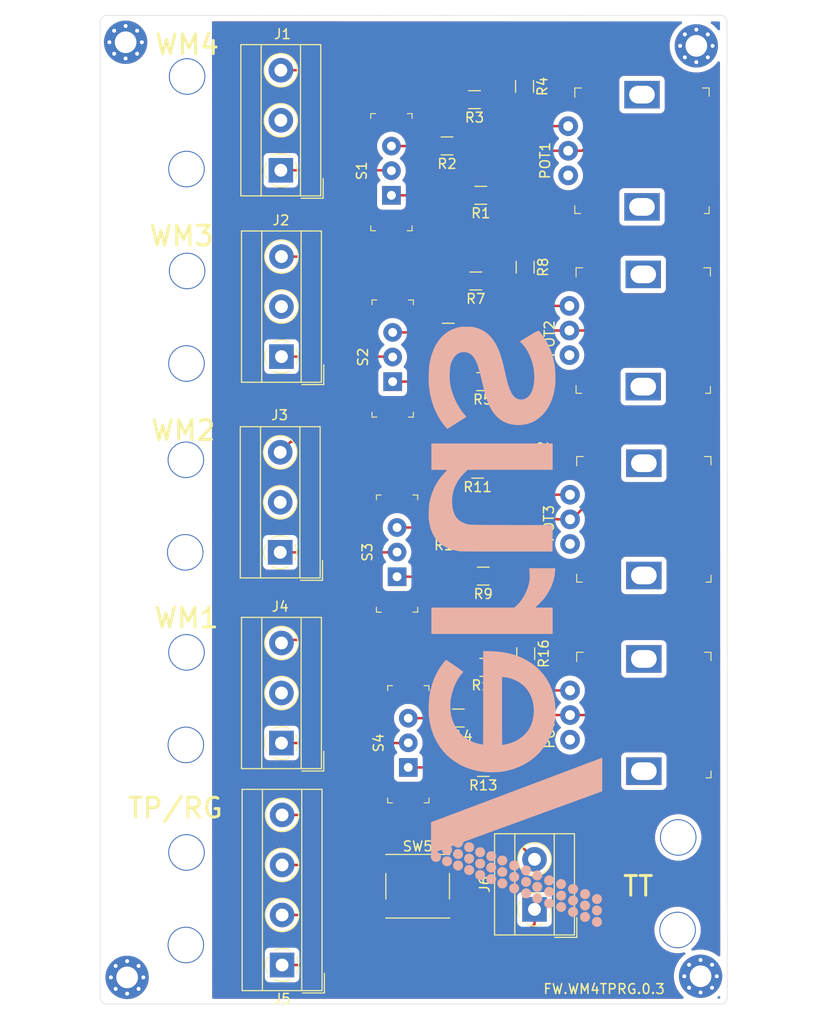
<source format=kicad_pcb>
(kicad_pcb (version 20171130) (host pcbnew "(5.1.5)-3")

  (general
    (thickness 1.6)
    (drawings 15)
    (tracks 126)
    (zones 0)
    (modules 36)
    (nets 41)
  )

  (page A4)
  (layers
    (0 F.Cu signal)
    (31 B.Cu signal)
    (32 B.Adhes user)
    (33 F.Adhes user)
    (34 B.Paste user)
    (35 F.Paste user)
    (36 B.SilkS user)
    (37 F.SilkS user)
    (38 B.Mask user)
    (39 F.Mask user)
    (40 Dwgs.User user)
    (41 Cmts.User user)
    (42 Eco1.User user)
    (43 Eco2.User user)
    (44 Edge.Cuts user)
    (45 Margin user)
    (46 B.CrtYd user)
    (47 F.CrtYd user)
    (48 B.Fab user)
    (49 F.Fab user)
  )

  (setup
    (last_trace_width 0.25)
    (trace_clearance 0.2)
    (zone_clearance 0.508)
    (zone_45_only no)
    (trace_min 0.2)
    (via_size 0.8)
    (via_drill 0.4)
    (via_min_size 0.4)
    (via_min_drill 0.3)
    (uvia_size 0.3)
    (uvia_drill 0.1)
    (uvias_allowed no)
    (uvia_min_size 0.2)
    (uvia_min_drill 0.1)
    (edge_width 0.05)
    (segment_width 0.2)
    (pcb_text_width 0.3)
    (pcb_text_size 1.5 1.5)
    (mod_edge_width 0.12)
    (mod_text_size 1 1)
    (mod_text_width 0.15)
    (pad_size 1.524 1.524)
    (pad_drill 0.762)
    (pad_to_mask_clearance 0.051)
    (solder_mask_min_width 0.25)
    (aux_axis_origin 0 0)
    (visible_elements 7FFFFFFF)
    (pcbplotparams
      (layerselection 0x010fc_ffffffff)
      (usegerberextensions false)
      (usegerberattributes false)
      (usegerberadvancedattributes false)
      (creategerberjobfile false)
      (excludeedgelayer true)
      (linewidth 0.100000)
      (plotframeref false)
      (viasonmask false)
      (mode 1)
      (useauxorigin false)
      (hpglpennumber 1)
      (hpglpenspeed 20)
      (hpglpendiameter 15.000000)
      (psnegative false)
      (psa4output false)
      (plotreference true)
      (plotvalue true)
      (plotinvisibletext false)
      (padsonsilk false)
      (subtractmaskfromsilk false)
      (outputformat 1)
      (mirror false)
      (drillshape 1)
      (scaleselection 1)
      (outputdirectory ""))
  )

  (net 0 "")
  (net 1 "Net-(J1-Pad3)")
  (net 2 "Net-(J1-Pad2)")
  (net 3 "Net-(J1-Pad1)")
  (net 4 "Net-(J2-Pad1)")
  (net 5 "Net-(J2-Pad2)")
  (net 6 "Net-(J3-Pad2)")
  (net 7 "Net-(J3-Pad1)")
  (net 8 "Net-(R1-Pad2)")
  (net 9 "Net-(R2-Pad2)")
  (net 10 "Net-(J2-Pad3)")
  (net 11 "Net-(J3-Pad3)")
  (net 12 "Net-(J5-Pad1)")
  (net 13 "Net-(J5-Pad2)")
  (net 14 "Net-(J5-Pad3)")
  (net 15 "Net-(J4-Pad3)")
  (net 16 "Net-(J4-Pad2)")
  (net 17 "Net-(J4-Pad1)")
  (net 18 "Net-(J5-Pad4)")
  (net 19 "Net-(POT1-Pad4)")
  (net 20 "Net-(POT1-Pad3)")
  (net 21 "Net-(POT1-Pad1)")
  (net 22 "Net-(POT2-Pad1)")
  (net 23 "Net-(POT2-Pad3)")
  (net 24 "Net-(POT2-Pad4)")
  (net 25 "Net-(POT3-Pad4)")
  (net 26 "Net-(POT3-Pad3)")
  (net 27 "Net-(POT3-Pad1)")
  (net 28 "Net-(POT4-Pad1)")
  (net 29 "Net-(POT4-Pad3)")
  (net 30 "Net-(POT4-Pad4)")
  (net 31 "Net-(R5-Pad2)")
  (net 32 "Net-(R6-Pad2)")
  (net 33 "Net-(R3-Pad1)")
  (net 34 "Net-(R7-Pad1)")
  (net 35 "Net-(R9-Pad2)")
  (net 36 "Net-(R10-Pad2)")
  (net 37 "Net-(R11-Pad1)")
  (net 38 "Net-(R13-Pad2)")
  (net 39 "Net-(R14-Pad2)")
  (net 40 "Net-(R15-Pad1)")

  (net_class Default "This is the default net class."
    (clearance 0.2)
    (trace_width 0.25)
    (via_dia 0.8)
    (via_drill 0.4)
    (uvia_dia 0.3)
    (uvia_drill 0.1)
    (add_net "Net-(J1-Pad1)")
    (add_net "Net-(J1-Pad2)")
    (add_net "Net-(J1-Pad3)")
    (add_net "Net-(J2-Pad1)")
    (add_net "Net-(J2-Pad2)")
    (add_net "Net-(J2-Pad3)")
    (add_net "Net-(J3-Pad1)")
    (add_net "Net-(J3-Pad2)")
    (add_net "Net-(J3-Pad3)")
    (add_net "Net-(J4-Pad1)")
    (add_net "Net-(J4-Pad2)")
    (add_net "Net-(J4-Pad3)")
    (add_net "Net-(J5-Pad1)")
    (add_net "Net-(J5-Pad2)")
    (add_net "Net-(J5-Pad3)")
    (add_net "Net-(J5-Pad4)")
    (add_net "Net-(POT1-Pad1)")
    (add_net "Net-(POT1-Pad3)")
    (add_net "Net-(POT1-Pad4)")
    (add_net "Net-(POT2-Pad1)")
    (add_net "Net-(POT2-Pad3)")
    (add_net "Net-(POT2-Pad4)")
    (add_net "Net-(POT3-Pad1)")
    (add_net "Net-(POT3-Pad3)")
    (add_net "Net-(POT3-Pad4)")
    (add_net "Net-(POT4-Pad1)")
    (add_net "Net-(POT4-Pad3)")
    (add_net "Net-(POT4-Pad4)")
    (add_net "Net-(R1-Pad2)")
    (add_net "Net-(R10-Pad2)")
    (add_net "Net-(R11-Pad1)")
    (add_net "Net-(R13-Pad2)")
    (add_net "Net-(R14-Pad2)")
    (add_net "Net-(R15-Pad1)")
    (add_net "Net-(R2-Pad2)")
    (add_net "Net-(R3-Pad1)")
    (add_net "Net-(R5-Pad2)")
    (add_net "Net-(R6-Pad2)")
    (add_net "Net-(R7-Pad1)")
    (add_net "Net-(R9-Pad2)")
  )

  (module LogoLibrary:HighResSilkScreen (layer B.Cu) (tedit 0) (tstamp 5E0E7E72)
    (at 141.478 104.013 90)
    (fp_text reference G*** (at 0 0 270) (layer B.SilkS) hide
      (effects (font (size 1.524 1.524) (thickness 0.3)) (justify mirror))
    )
    (fp_text value LOGO (at 0.75 0 270) (layer B.SilkS) hide
      (effects (font (size 1.524 1.524) (thickness 0.3)) (justify mirror))
    )
    (fp_poly (pts (xy -7.968831 4.008827) (xy -7.486212 3.953969) (xy -7.038041 3.869124) (xy -7.000875 3.860243)
      (xy -6.430352 3.689817) (xy -5.89011 3.46483) (xy -5.382169 3.187584) (xy -4.908553 2.860385)
      (xy -4.471282 2.485536) (xy -4.072378 2.065341) (xy -3.713862 1.602104) (xy -3.397757 1.098128)
      (xy -3.126083 0.555717) (xy -2.900863 -0.022824) (xy -2.724117 -0.635192) (xy -2.622032 -1.130041)
      (xy -2.584165 -1.367426) (xy -2.554042 -1.599234) (xy -2.53036 -1.840238) (xy -2.511817 -2.105209)
      (xy -2.497113 -2.408918) (xy -2.488704 -2.643187) (xy -2.467542 -3.302) (xy -7.218646 -3.302)
      (xy -7.918074 -3.30215) (xy -8.555623 -3.302611) (xy -9.132915 -3.303393) (xy -9.65157 -3.304508)
      (xy -10.11321 -3.305969) (xy -10.519456 -3.307786) (xy -10.871928 -3.309972) (xy -11.172248 -3.312539)
      (xy -11.422037 -3.315499) (xy -11.622915 -3.318863) (xy -11.776504 -3.322643) (xy -11.884424 -3.326851)
      (xy -11.948297 -3.331499) (xy -11.969743 -3.336598) (xy -11.96975 -3.3367) (xy -11.960316 -3.426001)
      (xy -11.934663 -3.56006) (xy -11.896763 -3.723431) (xy -11.850591 -3.900668) (xy -11.800119 -4.076325)
      (xy -11.749321 -4.234957) (xy -11.713237 -4.333875) (xy -11.508803 -4.769736) (xy -11.255746 -5.165729)
      (xy -10.956278 -5.520043) (xy -10.612609 -5.830864) (xy -10.226949 -6.096383) (xy -9.801509 -6.314786)
      (xy -9.338501 -6.484262) (xy -8.977317 -6.576198) (xy -8.775554 -6.608596) (xy -8.53088 -6.632035)
      (xy -8.261494 -6.646155) (xy -7.985592 -6.650598) (xy -7.721373 -6.645004) (xy -7.487033 -6.629013)
      (xy -7.33425 -6.608661) (xy -6.812166 -6.494988) (xy -6.315472 -6.344419) (xy -5.851253 -6.160074)
      (xy -5.426589 -5.945071) (xy -5.048563 -5.702528) (xy -4.77371 -5.481112) (xy -4.688428 -5.407812)
      (xy -4.62027 -5.355576) (xy -4.583644 -5.335421) (xy -4.58321 -5.335426) (xy -4.560244 -5.360716)
      (xy -4.506694 -5.430978) (xy -4.427781 -5.538743) (xy -4.328724 -5.676537) (xy -4.214743 -5.836891)
      (xy -4.091056 -6.012332) (xy -3.962885 -6.195389) (xy -3.835447 -6.37859) (xy -3.713963 -6.554465)
      (xy -3.603652 -6.715541) (xy -3.509734 -6.854348) (xy -3.437429 -6.963414) (xy -3.391955 -7.035268)
      (xy -3.378952 -7.05924) (xy -3.395742 -7.099621) (xy -3.461507 -7.171841) (xy -3.572604 -7.272193)
      (xy -3.657498 -7.342736) (xy -4.148963 -7.70431) (xy -4.671148 -8.015723) (xy -5.227128 -8.27826)
      (xy -5.81998 -8.493205) (xy -6.45278 -8.661843) (xy -7.103781 -8.781817) (xy -7.263178 -8.799972)
      (xy -7.470737 -8.815538) (xy -7.712884 -8.828232) (xy -7.976049 -8.837766) (xy -8.246659 -8.843854)
      (xy -8.511143 -8.84621) (xy -8.755928 -8.844549) (xy -8.967443 -8.838584) (xy -9.132117 -8.828029)
      (xy -9.159875 -8.825157) (xy -9.807601 -8.722613) (xy -10.425845 -8.566123) (xy -11.012412 -8.357565)
      (xy -11.565102 -8.098814) (xy -12.081719 -7.791748) (xy -12.560065 -7.438243) (xy -12.997943 -7.040176)
      (xy -13.393154 -6.599423) (xy -13.743503 -6.117861) (xy -14.04679 -5.597367) (xy -14.300819 -5.039816)
      (xy -14.503391 -4.447087) (xy -14.567952 -4.206875) (xy -14.650549 -3.842302) (xy -14.71016 -3.496783)
      (xy -14.749301 -3.149032) (xy -14.770489 -2.777761) (xy -14.77622 -2.44475) (xy -14.77334 -2.11157)
      (xy -14.761093 -1.821525) (xy -14.737468 -1.554674) (xy -14.711983 -1.373187) (xy -12.001399 -1.373187)
      (xy -11.970343 -1.37638) (xy -11.879868 -1.379447) (xy -11.734054 -1.38236) (xy -11.536982 -1.385091)
      (xy -11.292733 -1.387612) (xy -11.005387 -1.389894) (xy -10.679025 -1.39191) (xy -10.317728 -1.39363)
      (xy -9.925576 -1.395027) (xy -9.50665 -1.396073) (xy -9.065031 -1.396739) (xy -8.604799 -1.396997)
      (xy -8.556625 -1.397) (xy -5.11175 -1.397) (xy -5.11175 -1.273507) (xy -5.121752 -1.136311)
      (xy -5.149145 -0.958553) (xy -5.190015 -0.759488) (xy -5.240444 -0.558372) (xy -5.291656 -0.388868)
      (xy -5.465221 0.036613) (xy -5.686791 0.422142) (xy -5.953476 0.765744) (xy -6.262386 1.065442)
      (xy -6.610633 1.319258) (xy -6.995325 1.525216) (xy -7.413574 1.681339) (xy -7.86249 1.785651)
      (xy -8.339183 1.836174) (xy -8.550985 1.840872) (xy -8.980272 1.814991) (xy -9.404316 1.74154)
      (xy -9.81099 1.624039) (xy -10.188166 1.466004) (xy -10.523718 1.270956) (xy -10.529794 1.266788)
      (xy -10.840129 1.017641) (xy -11.126684 0.716762) (xy -11.382598 0.373623) (xy -11.601014 -0.002304)
      (xy -11.775072 -0.401547) (xy -11.809868 -0.500935) (xy -11.847123 -0.625108) (xy -11.887052 -0.778338)
      (xy -11.925982 -0.943891) (xy -11.960238 -1.105037) (xy -11.986147 -1.245043) (xy -12.000034 -1.347177)
      (xy -12.001399 -1.373187) (xy -14.711983 -1.373187) (xy -14.700452 -1.29108) (xy -14.648032 -1.010804)
      (xy -14.616677 -0.863891) (xy -14.451099 -0.251219) (xy -14.232293 0.331397) (xy -13.963034 0.881371)
      (xy -13.646096 1.396115) (xy -13.284254 1.873039) (xy -12.880282 2.309557) (xy -12.436955 2.703081)
      (xy -11.957048 3.051022) (xy -11.443334 3.350792) (xy -10.898589 3.599804) (xy -10.325587 3.79547)
      (xy -9.727103 3.935201) (xy -9.420187 3.98315) (xy -8.956139 4.024449) (xy -8.465581 4.032664)
      (xy -7.968831 4.008827)) (layer B.SilkS) (width 0.01))
    (fp_poly (pts (xy 10.32764 -0.436218) (xy 10.329151 -1.046049) (xy 10.330504 -1.595833) (xy 10.331839 -2.089019)
      (xy 10.333294 -2.529061) (xy 10.33501 -2.919409) (xy 10.337126 -3.263515) (xy 10.339783 -3.56483)
      (xy 10.34312 -3.826805) (xy 10.347277 -4.052892) (xy 10.352393 -4.246543) (xy 10.358609 -4.411208)
      (xy 10.366064 -4.550339) (xy 10.374897 -4.667388) (xy 10.38525 -4.765806) (xy 10.397261 -4.849044)
      (xy 10.411069 -4.920553) (xy 10.426816 -4.983786) (xy 10.444641 -5.042193) (xy 10.464683 -5.099227)
      (xy 10.487082 -5.158337) (xy 10.511979 -5.222976) (xy 10.522616 -5.251016) (xy 10.66589 -5.553617)
      (xy 10.851816 -5.812032) (xy 11.081428 -6.026884) (xy 11.355757 -6.198796) (xy 11.675838 -6.32839)
      (xy 12.042703 -6.416288) (xy 12.457386 -6.463113) (xy 12.54125 -6.467401) (xy 13.000216 -6.465889)
      (xy 13.425115 -6.419242) (xy 13.828962 -6.324931) (xy 14.224774 -6.180429) (xy 14.378568 -6.1105)
      (xy 14.714167 -5.935146) (xy 15.01047 -5.74599) (xy 15.288236 -5.528251) (xy 15.568225 -5.267144)
      (xy 15.581312 -5.254035) (xy 15.9385 -4.895259) (xy 15.9385 3.7465) (xy 18.6055 3.7465)
      (xy 18.6055 -8.5725) (xy 15.9385 -8.5725) (xy 15.93401 -7.834312) (xy 15.932862 -7.620088)
      (xy 15.932104 -7.423828) (xy 15.93175 -7.25556) (xy 15.931815 -7.125316) (xy 15.932316 -7.043125)
      (xy 15.932772 -7.022256) (xy 15.92745 -6.99733) (xy 15.903853 -6.999404) (xy 15.85541 -7.033041)
      (xy 15.775549 -7.102803) (xy 15.657826 -7.21313) (xy 15.18737 -7.619452) (xy 14.689219 -7.968967)
      (xy 14.161995 -8.262374) (xy 13.60432 -8.500374) (xy 13.014817 -8.683666) (xy 12.56836 -8.782439)
      (xy 12.45541 -8.797639) (xy 12.293153 -8.811757) (xy 12.09539 -8.824318) (xy 11.875921 -8.83485)
      (xy 11.648549 -8.842878) (xy 11.427073 -8.847929) (xy 11.225295 -8.849528) (xy 11.057015 -8.847202)
      (xy 10.936035 -8.840478) (xy 10.922 -8.838963) (xy 10.394919 -8.753404) (xy 9.916729 -8.627647)
      (xy 9.486403 -8.460747) (xy 9.102914 -8.251756) (xy 8.765236 -7.999728) (xy 8.472342 -7.703715)
      (xy 8.223206 -7.362771) (xy 8.016802 -6.97595) (xy 7.852103 -6.542303) (xy 7.728082 -6.060885)
      (xy 7.690163 -5.857875) (xy 7.682782 -5.809881) (xy 7.676104 -5.755637) (xy 7.670095 -5.691924)
      (xy 7.664719 -5.615522) (xy 7.659941 -5.523212) (xy 7.655726 -5.411775) (xy 7.65204 -5.27799)
      (xy 7.648847 -5.118639) (xy 7.646112 -4.930502) (xy 7.6438 -4.71036) (xy 7.641876 -4.454994)
      (xy 7.640305 -4.161183) (xy 7.639052 -3.825709) (xy 7.638081 -3.445352) (xy 7.637359 -3.016893)
      (xy 7.63685 -2.537112) (xy 7.636518 -2.00279) (xy 7.636329 -1.410707) (xy 7.636258 -0.904875)
      (xy 7.635875 3.730625) (xy 8.976414 3.738907) (xy 10.316954 3.747188) (xy 10.32764 -0.436218)) (layer B.SilkS) (width 0.01))
    (fp_poly (pts (xy 25.357437 4.028217) (xy 25.674048 4.02037) (xy 25.985008 4.005282) (xy 26.273705 3.983455)
      (xy 26.523526 3.955392) (xy 26.622375 3.940262) (xy 27.273704 3.802442) (xy 27.885819 3.617151)
      (xy 28.464107 3.382115) (xy 29.013959 3.095057) (xy 29.540762 2.753704) (xy 29.686636 2.646759)
      (xy 29.801787 2.5628) (xy 29.895268 2.495508) (xy 29.966302 2.438016) (xy 30.01411 2.383455)
      (xy 30.037914 2.324959) (xy 30.036937 2.255659) (xy 30.010399 2.168688) (xy 29.957524 2.057177)
      (xy 29.877533 1.914259) (xy 29.769648 1.733066) (xy 29.633091 1.506731) (xy 29.539852 1.351072)
      (xy 28.978017 0.408237) (xy 28.768571 0.614082) (xy 28.436 0.900691) (xy 28.051515 1.159706)
      (xy 27.622232 1.386936) (xy 27.155266 1.578189) (xy 27.097015 1.59853) (xy 26.684954 1.720109)
      (xy 26.26111 1.808338) (xy 25.833747 1.863463) (xy 25.411127 1.885727) (xy 25.001514 1.875375)
      (xy 24.613169 1.832653) (xy 24.254355 1.757804) (xy 23.933336 1.651075) (xy 23.658375 1.512709)
      (xy 23.631769 1.495874) (xy 23.411655 1.322161) (xy 23.243317 1.122316) (xy 23.129378 0.902168)
      (xy 23.072461 0.667552) (xy 23.075189 0.424296) (xy 23.097841 0.30856) (xy 23.151371 0.148193)
      (xy 23.228714 0.000858) (xy 23.333517 -0.135246) (xy 23.469424 -0.261923) (xy 23.640084 -0.380975)
      (xy 23.849141 -0.494206) (xy 24.100242 -0.603418) (xy 24.397032 -0.710413) (xy 24.743159 -0.816995)
      (xy 25.142268 -0.924967) (xy 25.598005 -1.036131) (xy 26.00325 -1.128006) (xy 26.509583 -1.244654)
      (xy 26.959452 -1.359096) (xy 27.359746 -1.473451) (xy 27.717352 -1.589839) (xy 28.03916 -1.71038)
      (xy 28.332057 -1.837193) (xy 28.377284 -1.858486) (xy 28.824208 -2.095835) (xy 29.213262 -2.355679)
      (xy 29.54693 -2.640784) (xy 29.827697 -2.953911) (xy 30.058049 -3.297825) (xy 30.240471 -3.675289)
      (xy 30.374992 -4.079875) (xy 30.404971 -4.196012) (xy 30.426996 -4.297369) (xy 30.442282 -4.397276)
      (xy 30.452044 -4.509064) (xy 30.457496 -4.646063) (xy 30.459854 -4.821605) (xy 30.460333 -5.0165)
      (xy 30.459793 -5.235516) (xy 30.457281 -5.404245) (xy 30.45157 -5.535894) (xy 30.441435 -5.64367)
      (xy 30.425649 -5.740781) (xy 30.402986 -5.840435) (xy 30.373594 -5.950854) (xy 30.219702 -6.394725)
      (xy 30.01233 -6.805374) (xy 29.752649 -7.181921) (xy 29.441825 -7.523483) (xy 29.08103 -7.829179)
      (xy 28.67143 -8.098127) (xy 28.214196 -8.329445) (xy 27.710496 -8.522252) (xy 27.161499 -8.675665)
      (xy 26.622375 -8.780477) (xy 26.47836 -8.797553) (xy 26.283674 -8.812521) (xy 26.05112 -8.8251)
      (xy 25.7935 -8.835011) (xy 25.523618 -8.841972) (xy 25.254275 -8.845705) (xy 24.998274 -8.845929)
      (xy 24.768419 -8.842365) (xy 24.577511 -8.834731) (xy 24.47925 -8.827346) (xy 23.798492 -8.734663)
      (xy 23.141704 -8.592366) (xy 22.513086 -8.40217) (xy 21.91684 -8.165792) (xy 21.357166 -7.884947)
      (xy 20.838268 -7.56135) (xy 20.364346 -7.196718) (xy 20.258112 -7.103604) (xy 20.090873 -6.953242)
      (xy 20.686533 -6.008683) (xy 20.825861 -5.788028) (xy 20.954918 -5.584181) (xy 21.069691 -5.403438)
      (xy 21.166168 -5.252095) (xy 21.240336 -5.13645) (xy 21.288182 -5.062799) (xy 21.305257 -5.037801)
      (xy 21.336811 -5.046521) (xy 21.403401 -5.091101) (xy 21.494065 -5.163623) (xy 21.562348 -5.223477)
      (xy 21.899975 -5.497518) (xy 22.289043 -5.757809) (xy 22.718024 -5.998808) (xy 23.175392 -6.214971)
      (xy 23.64962 -6.400755) (xy 24.129182 -6.550619) (xy 24.511 -6.641342) (xy 24.648122 -6.667388)
      (xy 24.773664 -6.686545) (xy 24.901499 -6.699787) (xy 25.045499 -6.708085) (xy 25.219538 -6.712411)
      (xy 25.43749 -6.713737) (xy 25.542875 -6.713639) (xy 25.859817 -6.709195) (xy 26.125926 -6.695917)
      (xy 26.353526 -6.671568) (xy 26.55494 -6.633913) (xy 26.742493 -6.580716) (xy 26.928506 -6.50974)
      (xy 27.100086 -6.431105) (xy 27.363673 -6.273924) (xy 27.577793 -6.085276) (xy 27.739919 -5.869951)
      (xy 27.847528 -5.632736) (xy 27.898097 -5.378421) (xy 27.8891 -5.111794) (xy 27.863415 -4.982945)
      (xy 27.79802 -4.79032) (xy 27.701137 -4.613483) (xy 27.569364 -4.450547) (xy 27.3993 -4.299625)
      (xy 27.187542 -4.15883) (xy 26.930689 -4.026273) (xy 26.62534 -3.900069) (xy 26.268092 -3.778329)
      (xy 25.855543 -3.659166) (xy 25.384293 -3.540692) (xy 25.17775 -3.492882) (xy 24.732702 -3.390759)
      (xy 24.343336 -3.298357) (xy 24.002924 -3.213673) (xy 23.704739 -3.134704) (xy 23.442053 -3.059447)
      (xy 23.20814 -2.9859) (xy 22.996273 -2.91206) (xy 22.799723 -2.835924) (xy 22.611764 -2.755491)
      (xy 22.452136 -2.681485) (xy 22.145698 -2.524872) (xy 21.884093 -2.36753) (xy 21.649643 -2.197562)
      (xy 21.424672 -2.003067) (xy 21.376339 -1.957381) (xy 21.10148 -1.657727) (xy 20.879732 -1.334508)
      (xy 20.709017 -0.982845) (xy 20.587259 -0.597857) (xy 20.512379 -0.174664) (xy 20.487482 0.131019)
      (xy 20.495415 0.598312) (xy 20.564218 1.048585) (xy 20.693006 1.479599) (xy 20.880894 1.889116)
      (xy 21.126996 2.274897) (xy 21.430428 2.634706) (xy 21.509323 2.714625) (xy 21.881003 3.036159)
      (xy 22.298348 3.314991) (xy 22.759211 3.550209) (xy 23.261445 3.7409) (xy 23.802903 3.886151)
      (xy 24.381439 3.985049) (xy 24.539827 4.003282) (xy 24.773714 4.020176) (xy 25.051788 4.02832)
      (xy 25.357437 4.028217)) (layer B.SilkS) (width 0.01))
    (fp_poly (pts (xy -13.845151 8.789976) (xy -13.677169 8.788595) (xy -13.548174 8.786097) (xy -13.453264 8.782342)
      (xy -13.387538 8.777192) (xy -13.346091 8.770509) (xy -13.324023 8.762155) (xy -13.316431 8.751991)
      (xy -13.318413 8.739878) (xy -13.318576 8.739466) (xy -13.333404 8.700717) (xy -13.368679 8.607686)
      (xy -13.42246 8.465515) (xy -13.492806 8.279343) (xy -13.577777 8.054311) (xy -13.675431 7.79556)
      (xy -13.783828 7.50823) (xy -13.901027 7.197462) (xy -14.025087 6.868397) (xy -14.064908 6.76275)
      (xy -14.381306 5.923334) (xy -14.690014 5.104387) (xy -14.98849 4.312649) (xy -15.274195 3.554859)
      (xy -15.544586 2.837758) (xy -15.797123 2.168084) (xy -15.980167 1.68275) (xy -16.035346 1.536381)
      (xy -16.11046 1.337022) (xy -16.203082 1.091117) (xy -16.310786 0.805111) (xy -16.431146 0.485447)
      (xy -16.561736 0.138568) (xy -16.70013 -0.229081) (xy -16.843903 -0.611057) (xy -16.990627 -1.000916)
      (xy -17.137878 -1.392215) (xy -17.139678 -1.397) (xy -17.309402 -1.847958) (xy -17.495642 -2.342644)
      (xy -17.693651 -2.868457) (xy -17.89868 -3.412791) (xy -18.10598 -3.963044) (xy -18.310803 -4.506612)
      (xy -18.508402 -5.030892) (xy -18.694028 -5.523281) (xy -18.862933 -5.971175) (xy -18.892052 -6.048375)
      (xy -19.030362 -6.415148) (xy -19.163041 -6.7672) (xy -19.288248 -7.099635) (xy -19.404143 -7.407557)
      (xy -19.508885 -7.686067) (xy -19.600634 -7.930271) (xy -19.677549 -8.13527) (xy -19.737789 -8.296168)
      (xy -19.779515 -8.408069) (xy -19.800884 -8.466075) (xy -19.802039 -8.469312) (xy -19.84972 -8.60425)
      (xy -20.426173 -8.605116) (xy -20.897028 -8.605884) (xy -21.308346 -8.606608) (xy -21.664089 -8.607176)
      (xy -21.968219 -8.607478) (xy -22.224698 -8.607405) (xy -22.437489 -8.606846) (xy -22.610554 -8.605691)
      (xy -22.747855 -8.60383) (xy -22.853354 -8.601153) (xy -22.931015 -8.597549) (xy -22.984799 -8.592908)
      (xy -23.018668 -8.587121) (xy -23.036585 -8.580076) (xy -23.042513 -8.571664) (xy -23.040413 -8.561775)
      (xy -23.034248 -8.550299) (xy -23.02798 -8.537125) (xy -23.026669 -8.532812) (xy -23.017589 -8.483882)
      (xy -23.036235 -8.486399) (xy -23.069329 -8.513781) (xy -23.129931 -8.549573) (xy -23.221855 -8.588278)
      (xy -23.317736 -8.619906) (xy -23.390208 -8.634465) (xy -23.39975 -8.634429) (xy -23.437023 -8.623937)
      (xy -23.510524 -8.599264) (xy -23.53679 -8.59) (xy -23.698151 -8.50596) (xy -23.807065 -8.386592)
      (xy -23.86499 -8.229799) (xy -23.876 -8.102521) (xy -23.849787 -7.934755) (xy -23.778248 -7.799162)
      (xy -23.672038 -7.697938) (xy -23.541813 -7.633279) (xy -23.398224 -7.607382) (xy -23.251928 -7.622444)
      (xy -23.113578 -7.68066) (xy -22.993828 -7.784226) (xy -22.916861 -7.904797) (xy -22.843327 -8.059513)
      (xy -22.644095 -7.500101) (xy -22.765679 -7.480659) (xy -22.899952 -7.430013) (xy -23.020844 -7.332131)
      (xy -23.111447 -7.203179) (xy -23.143822 -7.119161) (xy -23.159663 -6.945635) (xy -23.119137 -6.775981)
      (xy -23.051256 -6.659797) (xy -22.940825 -6.563541) (xy -22.799207 -6.501727) (xy -22.646712 -6.478901)
      (xy -22.503645 -6.499607) (xy -22.44725 -6.524625) (xy -22.369894 -6.561767) (xy -22.32024 -6.557887)
      (xy -22.282535 -6.505447) (xy -22.253395 -6.43187) (xy -22.202914 -6.29149) (xy -22.295516 -6.198888)
      (xy -22.387944 -6.066906) (xy -22.427551 -5.919494) (xy -22.418938 -5.768339) (xy -22.366702 -5.625129)
      (xy -22.275442 -5.50155) (xy -22.149757 -5.409291) (xy -21.994244 -5.360038) (xy -21.964146 -5.356699)
      (xy -21.919776 -5.350986) (xy -21.885683 -5.335483) (xy -21.855448 -5.300076) (xy -21.822655 -5.23465)
      (xy -21.780882 -5.129091) (xy -21.727588 -4.983941) (xy -21.699044 -4.905529) (xy -21.650323 -4.771782)
      (xy -21.582999 -4.587019) (xy -21.498647 -4.355564) (xy -21.398842 -4.081738) (xy -21.285161 -3.769863)
      (xy -21.159178 -3.42426) (xy -21.022469 -3.04925) (xy -20.876609 -2.649156) (xy -20.723173 -2.228299)
      (xy -20.563737 -1.791001) (xy -20.399876 -1.341583) (xy -20.367987 -1.254125) (xy -20.089497 -0.490318)
      (xy -19.830852 0.219105) (xy -19.59013 0.879417) (xy -19.365413 1.495887) (xy -19.154779 2.073788)
      (xy -18.956309 2.618389) (xy -18.768082 3.134961) (xy -18.588178 3.628776) (xy -18.414676 4.105104)
      (xy -18.245657 4.569216) (xy -18.0792 5.026383) (xy -17.913386 5.481876) (xy -17.746293 5.940966)
      (xy -17.576001 6.408923) (xy -17.400591 6.891018) (xy -17.383725 6.937375) (xy -16.713749 8.778875)
      (xy -15.004996 8.787091) (xy -14.632043 8.788796) (xy -14.317685 8.789938) (xy -14.057022 8.790378)
      (xy -13.845151 8.789976)) (layer B.SilkS) (width 0.01))
    (fp_poly (pts (xy 5.93725 1.358043) (xy 5.834062 1.376887) (xy 5.697038 1.394778) (xy 5.517598 1.408173)
      (xy 5.31438 1.416697) (xy 5.106022 1.419976) (xy 4.911161 1.417638) (xy 4.748436 1.409309)
      (xy 4.66725 1.40028) (xy 4.271807 1.317075) (xy 3.871613 1.190941) (xy 3.477467 1.027619)
      (xy 3.10017 0.832848) (xy 2.750521 0.612369) (xy 2.439321 0.371922) (xy 2.17737 0.117248)
      (xy 2.113195 0.042808) (xy 1.93675 -0.171105) (xy 1.93675 -8.5725) (xy -0.73025 -8.5725)
      (xy -0.73025 3.7465) (xy 1.93675 3.7465) (xy 1.93675 1.968897) (xy 2.293937 2.337997)
      (xy 2.4405 2.485003) (xy 2.597246 2.634775) (xy 2.748171 2.772473) (xy 2.877271 2.88326)
      (xy 2.912275 2.91132) (xy 3.334428 3.21048) (xy 3.778046 3.466621) (xy 4.234643 3.67631)
      (xy 4.695734 3.836109) (xy 5.152835 3.942585) (xy 5.580062 3.991447) (xy 5.93725 4.009937)
      (xy 5.93725 1.358043)) (layer B.SilkS) (width 0.01))
    (fp_poly (pts (xy -23.654888 -6.508704) (xy -23.531249 -6.563016) (xy -23.421603 -6.666049) (xy -23.385837 -6.711477)
      (xy -23.33684 -6.820682) (xy -23.317328 -6.960323) (xy -23.327258 -7.10462) (xy -23.366585 -7.227793)
      (xy -23.386795 -7.260484) (xy -23.518031 -7.392077) (xy -23.671524 -7.470545) (xy -23.836615 -7.493334)
      (xy -24.002644 -7.457888) (xy -24.070992 -7.424499) (xy -24.194278 -7.320547) (xy -24.277873 -7.183615)
      (xy -24.317738 -7.029433) (xy -24.309835 -6.873734) (xy -24.250128 -6.73225) (xy -24.249063 -6.730677)
      (xy -24.142899 -6.602458) (xy -24.02757 -6.527363) (xy -23.885144 -6.495625) (xy -23.8125 -6.492875)
      (xy -23.654888 -6.508704)) (layer B.SilkS) (width 0.01))
    (fp_poly (pts (xy -24.030716 -5.40594) (xy -23.896652 -5.496409) (xy -23.820546 -5.586474) (xy -23.767334 -5.699436)
      (xy -23.749168 -5.839488) (xy -23.749 -5.857875) (xy -23.77625 -6.03148) (xy -23.851157 -6.17607)
      (xy -23.963458 -6.285274) (xy -24.102889 -6.352721) (xy -24.259187 -6.37204) (xy -24.422087 -6.336861)
      (xy -24.478471 -6.310651) (xy -24.618184 -6.203835) (xy -24.712496 -6.063487) (xy -24.754542 -5.902586)
      (xy -24.750962 -5.795554) (xy -24.698823 -5.632623) (xy -24.604087 -5.505421) (xy -24.478331 -5.41655)
      (xy -24.333133 -5.368612) (xy -24.180069 -5.364208) (xy -24.030716 -5.40594)) (layer B.SilkS) (width 0.01))
    (fp_poly (pts (xy -22.918551 -5.389956) (xy -22.772166 -5.463693) (xy -22.661149 -5.588634) (xy -22.652543 -5.602858)
      (xy -22.588478 -5.767167) (xy -22.580985 -5.931436) (xy -22.624709 -6.084567) (xy -22.714295 -6.215463)
      (xy -22.844388 -6.313026) (xy -23.009635 -6.366158) (xy -23.021636 -6.367832) (xy -23.136753 -6.370731)
      (xy -23.243383 -6.340725) (xy -23.302642 -6.312354) (xy -23.445945 -6.215316) (xy -23.53511 -6.096505)
      (xy -23.578803 -5.943532) (xy -23.582419 -5.912333) (xy -23.572164 -5.733764) (xy -23.510036 -5.581402)
      (xy -23.403435 -5.463692) (xy -23.259761 -5.389078) (xy -23.103491 -5.36575) (xy -22.918551 -5.389956)) (layer B.SilkS) (width 0.01))
    (fp_poly (pts (xy -22.211833 -4.263002) (xy -22.169768 -4.282032) (xy -22.023632 -4.382907) (xy -21.933207 -4.511329)
      (xy -21.894052 -4.674551) (xy -21.891625 -4.736359) (xy -21.901132 -4.871195) (xy -21.933276 -4.967156)
      (xy -21.957087 -5.004272) (xy -22.09273 -5.143285) (xy -22.246413 -5.223705) (xy -22.413889 -5.24371)
      (xy -22.490241 -5.233036) (xy -22.659503 -5.167996) (xy -22.785529 -5.058126) (xy -22.864288 -4.908552)
      (xy -22.891749 -4.724398) (xy -22.89175 -4.722709) (xy -22.863254 -4.559548) (xy -22.785451 -4.421618)
      (xy -22.669875 -4.31596) (xy -22.528059 -4.249612) (xy -22.371534 -4.229613) (xy -22.211833 -4.263002)) (layer B.SilkS) (width 0.01))
    (fp_poly (pts (xy -24.55053 -4.260711) (xy -24.417237 -4.333942) (xy -24.307407 -4.440793) (xy -24.231867 -4.574588)
      (xy -24.20144 -4.728652) (xy -24.203834 -4.789939) (xy -24.24927 -4.951085) (xy -24.341208 -5.082297)
      (xy -24.467543 -5.17794) (xy -24.616167 -5.232378) (xy -24.774976 -5.239973) (xy -24.931863 -5.195092)
      (xy -24.995411 -5.158464) (xy -25.119283 -5.040145) (xy -25.192072 -4.896289) (xy -25.213953 -4.738838)
      (xy -25.185102 -4.579737) (xy -25.105694 -4.430928) (xy -24.98294 -4.30949) (xy -24.844207 -4.241809)
      (xy -24.696462 -4.227775) (xy -24.55053 -4.260711)) (layer B.SilkS) (width 0.01))
    (fp_poly (pts (xy -23.499311 -4.233083) (xy -23.338982 -4.277256) (xy -23.211059 -4.365471) (xy -23.118231 -4.486159)
      (xy -23.063183 -4.627753) (xy -23.048604 -4.778683) (xy -23.077182 -4.927381) (xy -23.151603 -5.062278)
      (xy -23.274555 -5.171806) (xy -23.280398 -5.175421) (xy -23.418349 -5.227689) (xy -23.575921 -5.238987)
      (xy -23.727304 -5.209709) (xy -23.812823 -5.167312) (xy -23.9503 -5.046395) (xy -24.030662 -4.906448)
      (xy -24.056167 -4.789939) (xy -24.044165 -4.623577) (xy -23.979429 -4.474078) (xy -23.872399 -4.351882)
      (xy -23.733516 -4.26743) (xy -23.573219 -4.231162) (xy -23.499311 -4.233083)) (layer B.SilkS) (width 0.01))
    (fp_poly (pts (xy -25.042113 -3.13358) (xy -24.962754 -3.177172) (xy -24.95842 -3.180127) (xy -24.829837 -3.286238)
      (xy -24.753954 -3.399421) (xy -24.720913 -3.537646) (xy -24.717375 -3.6195) (xy -24.733961 -3.779869)
      (xy -24.790486 -3.905358) (xy -24.897107 -4.016055) (xy -24.931285 -4.042659) (xy -25.037967 -4.091885)
      (xy -25.175413 -4.115772) (xy -25.315159 -4.111876) (xy -25.415875 -4.084256) (xy -25.566691 -3.983875)
      (xy -25.665138 -3.84811) (xy -25.709874 -3.67884) (xy -25.710461 -3.672208) (xy -25.701045 -3.481716)
      (xy -25.640492 -3.327191) (xy -25.531904 -3.21231) (xy -25.378382 -3.140752) (xy -25.243327 -3.118229)
      (xy -25.126062 -3.116012) (xy -25.042113 -3.13358)) (layer B.SilkS) (width 0.01))
    (fp_poly (pts (xy -23.885162 -3.14141) (xy -23.731589 -3.225764) (xy -23.627157 -3.336976) (xy -23.583858 -3.412364)
      (xy -23.564178 -3.490481) (xy -23.56264 -3.597563) (xy -23.564705 -3.636144) (xy -23.591119 -3.803917)
      (xy -23.652298 -3.927872) (xy -23.757025 -4.022135) (xy -23.830462 -4.063538) (xy -23.999618 -4.118981)
      (xy -24.162451 -4.112193) (xy -24.304625 -4.055409) (xy -24.437426 -3.950493) (xy -24.521106 -3.82018)
      (xy -24.558511 -3.675436) (xy -24.552488 -3.52723) (xy -24.505885 -3.386529) (xy -24.421546 -3.2643)
      (xy -24.30232 -3.171511) (xy -24.151051 -3.119129) (xy -24.059644 -3.1115) (xy -23.885162 -3.14141)) (layer B.SilkS) (width 0.01))
    (fp_poly (pts (xy -22.7415 -3.133367) (xy -22.637428 -3.182937) (xy -22.509209 -3.289101) (xy -22.434114 -3.40443)
      (xy -22.402376 -3.546856) (xy -22.399625 -3.6195) (xy -22.416211 -3.779869) (xy -22.472736 -3.905358)
      (xy -22.579357 -4.016055) (xy -22.613535 -4.042659) (xy -22.720051 -4.091779) (xy -22.857598 -4.115691)
      (xy -22.997929 -4.111957) (xy -23.0997 -4.084598) (xy -23.202535 -4.016116) (xy -23.299251 -3.916094)
      (xy -23.369261 -3.807868) (xy -23.387801 -3.758038) (xy -23.398864 -3.636752) (xy -23.383439 -3.499701)
      (xy -23.346448 -3.376961) (xy -23.316763 -3.323792) (xy -23.199739 -3.21183) (xy -23.053695 -3.140459)
      (xy -22.89537 -3.113148) (xy -22.7415 -3.133367)) (layer B.SilkS) (width 0.01))
    (fp_poly (pts (xy -25.406603 -2.035377) (xy -25.277682 -2.122708) (xy -25.186228 -2.240144) (xy -25.126667 -2.400625)
      (xy -25.122687 -2.558697) (xy -25.166718 -2.705327) (xy -25.251188 -2.83148) (xy -25.368526 -2.928124)
      (xy -25.511159 -2.986225) (xy -25.671517 -2.99675) (xy -25.796875 -2.968691) (xy -25.946766 -2.884866)
      (xy -26.054898 -2.75892) (xy -26.115681 -2.600927) (xy -26.123525 -2.420959) (xy -26.119071 -2.388157)
      (xy -26.066362 -2.234309) (xy -25.971567 -2.115995) (xy -25.846441 -2.035079) (xy -25.702735 -1.993428)
      (xy -25.552205 -1.992906) (xy -25.406603 -2.035377)) (layer B.SilkS) (width 0.01))
    (fp_poly (pts (xy -24.330227 -1.999303) (xy -24.175757 -2.076306) (xy -24.107633 -2.133542) (xy -24.005022 -2.269912)
      (xy -23.957304 -2.417201) (xy -23.959238 -2.565934) (xy -24.005583 -2.706635) (xy -24.091096 -2.829827)
      (xy -24.210536 -2.926035) (xy -24.358661 -2.985782) (xy -24.53023 -2.999593) (xy -24.583417 -2.993684)
      (xy -24.657313 -2.964111) (xy -24.747282 -2.903888) (xy -24.794431 -2.863234) (xy -24.909455 -2.716558)
      (xy -24.964319 -2.55838) (xy -24.958997 -2.396983) (xy -24.893462 -2.240651) (xy -24.796759 -2.123933)
      (xy -24.650357 -2.022982) (xy -24.491636 -1.981484) (xy -24.330227 -1.999303)) (layer B.SilkS) (width 0.01))
    (fp_poly (pts (xy -23.139229 -2.009689) (xy -23.051332 -2.049706) (xy -22.926492 -2.142306) (xy -22.851133 -2.252062)
      (xy -22.816815 -2.394614) (xy -22.812375 -2.492375) (xy -22.818616 -2.624685) (xy -22.840704 -2.716438)
      (xy -22.879194 -2.783734) (xy -23.003455 -2.902611) (xy -23.157312 -2.976721) (xy -23.323359 -2.999473)
      (xy -23.41629 -2.987057) (xy -23.574208 -2.918657) (xy -23.699697 -2.804957) (xy -23.782535 -2.658719)
      (xy -23.8125 -2.492706) (xy -23.8125 -2.492375) (xy -23.784134 -2.329714) (xy -23.706766 -2.190947)
      (xy -23.591995 -2.082816) (xy -23.451416 -2.012066) (xy -23.296629 -1.985442) (xy -23.139229 -2.009689)) (layer B.SilkS) (width 0.01))
    (fp_poly (pts (xy -25.989826 -0.866344) (xy -25.852415 -0.910312) (xy -25.731943 -0.989886) (xy -25.636805 -1.098647)
      (xy -25.575395 -1.230178) (xy -25.556109 -1.378059) (xy -25.587343 -1.535873) (xy -25.625993 -1.619121)
      (xy -25.732166 -1.74749) (xy -25.873868 -1.832527) (xy -26.036127 -1.869398) (xy -26.203972 -1.85327)
      (xy -26.2747 -1.82859) (xy -26.414792 -1.736453) (xy -26.51131 -1.609081) (xy -26.561938 -1.459505)
      (xy -26.564361 -1.300762) (xy -26.516261 -1.145884) (xy -26.419736 -1.012264) (xy -26.281881 -0.910902)
      (xy -26.135779 -0.864401) (xy -25.989826 -0.866344)) (layer B.SilkS) (width 0.01))
    (fp_poly (pts (xy -24.655284 -0.915257) (xy -24.610561 -0.942929) (xy -24.508004 -1.050232) (xy -24.43208 -1.192123)
      (xy -24.3943 -1.343226) (xy -24.393903 -1.420609) (xy -24.437095 -1.568442) (xy -24.525688 -1.706417)
      (xy -24.643338 -1.81054) (xy -24.669815 -1.825658) (xy -24.799252 -1.864102) (xy -24.951795 -1.868083)
      (xy -25.097433 -1.837933) (xy -25.139073 -1.820447) (xy -25.264575 -1.733582) (xy -25.34333 -1.615458)
      (xy -25.380049 -1.457326) (xy -25.384125 -1.36525) (xy -25.370826 -1.200839) (xy -25.324855 -1.079944)
      (xy -25.237103 -0.987116) (xy -25.120015 -0.917327) (xy -24.96411 -0.869432) (xy -24.80199 -0.869104)
      (xy -24.655284 -0.915257)) (layer B.SilkS) (width 0.01))
    (fp_poly (pts (xy -23.546004 -0.897995) (xy -23.405248 -0.982819) (xy -23.321932 -1.072268) (xy -23.270153 -1.185447)
      (xy -23.247172 -1.329804) (xy -23.254127 -1.479356) (xy -23.29216 -1.608123) (xy -23.297931 -1.61925)
      (xy -23.396522 -1.739109) (xy -23.531955 -1.823328) (xy -23.687111 -1.867123) (xy -23.844872 -1.865712)
      (xy -23.988117 -1.814312) (xy -23.990664 -1.812773) (xy -24.130324 -1.694749) (xy -24.216915 -1.54833)
      (xy -24.247081 -1.383017) (xy -24.217466 -1.208311) (xy -24.210743 -1.189786) (xy -24.124135 -1.041411)
      (xy -24.002017 -0.936413) (xy -23.856729 -0.876424) (xy -23.700612 -0.863074) (xy -23.546004 -0.897995)) (layer B.SilkS) (width 0.01))
    (fp_poly (pts (xy -26.387547 0.310444) (xy -26.255999 0.235894) (xy -26.151504 0.124573) (xy -26.08508 -0.019576)
      (xy -26.06675 -0.15875) (xy -26.095211 -0.326478) (xy -26.173261 -0.468076) (xy -26.289903 -0.576426)
      (xy -26.434141 -0.644411) (xy -26.594978 -0.664915) (xy -26.761416 -0.63082) (xy -26.7827 -0.62209)
      (xy -26.920093 -0.5306) (xy -27.016477 -0.402098) (xy -27.06861 -0.250621) (xy -27.073247 -0.090208)
      (xy -27.027144 0.065105) (xy -26.963907 0.162133) (xy -26.834329 0.27407) (xy -26.68773 0.333473)
      (xy -26.53513 0.344284) (xy -26.387547 0.310444)) (layer B.SilkS) (width 0.01))
    (fp_poly (pts (xy -25.163631 0.284718) (xy -25.027249 0.174566) (xy -24.999373 0.140778) (xy -24.943382 0.055061)
      (xy -24.915922 -0.029905) (xy -24.907952 -0.144027) (xy -24.907875 -0.161887) (xy -24.92475 -0.320725)
      (xy -24.982035 -0.445896) (xy -25.089727 -0.556966) (xy -25.122833 -0.582691) (xy -25.243644 -0.638835)
      (xy -25.39221 -0.659808) (xy -25.542871 -0.644776) (xy -25.658492 -0.600107) (xy -25.78632 -0.491111)
      (xy -25.867721 -0.352933) (xy -25.902763 -0.198711) (xy -25.891515 -0.041583) (xy -25.834046 0.105313)
      (xy -25.730424 0.228839) (xy -25.653872 0.282008) (xy -25.489185 0.34108) (xy -25.32169 0.341103)
      (xy -25.163631 0.284718)) (layer B.SilkS) (width 0.01))
    (fp_poly (pts (xy -24.062169 0.312382) (xy -24.004935 0.286737) (xy -23.868673 0.185118) (xy -23.783316 0.045838)
      (xy -23.749568 -0.129877) (xy -23.749 -0.15875) (xy -23.768859 -0.325492) (xy -23.8157 -0.433801)
      (xy -23.923663 -0.551822) (xy -24.067726 -0.629636) (xy -24.231276 -0.662447) (xy -24.3977 -0.645457)
      (xy -24.466068 -0.62162) (xy -24.59407 -0.533683) (xy -24.689766 -0.404868) (xy -24.744881 -0.252977)
      (xy -24.75114 -0.095808) (xy -24.73829 -0.036048) (xy -24.659546 0.131412) (xy -24.54271 0.254321)
      (xy -24.397634 0.328344) (xy -24.23417 0.349143) (xy -24.062169 0.312382)) (layer B.SilkS) (width 0.01))
    (fp_poly (pts (xy -26.851538 1.50341) (xy -26.830685 1.493237) (xy -26.701749 1.395629) (xy -26.617338 1.265762)
      (xy -26.577479 1.116676) (xy -26.582199 0.961413) (xy -26.631525 0.813012) (xy -26.725482 0.684515)
      (xy -26.828879 0.606993) (xy -26.956116 0.559632) (xy -27.099272 0.542061) (xy -27.226792 0.557671)
      (xy -27.2415 0.562659) (xy -27.389699 0.64842) (xy -27.498194 0.771743) (xy -27.563013 0.919633)
      (xy -27.580186 1.079096) (xy -27.54574 1.237137) (xy -27.481907 1.349206) (xy -27.350473 1.474587)
      (xy -27.195579 1.543413) (xy -27.026256 1.553686) (xy -26.851538 1.50341)) (layer B.SilkS) (width 0.01))
    (fp_poly (pts (xy -25.801475 1.546237) (xy -25.659133 1.487959) (xy -25.653678 1.484313) (xy -25.525459 1.378149)
      (xy -25.450364 1.26282) (xy -25.418626 1.120394) (xy -25.415875 1.04775) (xy -25.432461 0.887381)
      (xy -25.488986 0.761892) (xy -25.595607 0.651195) (xy -25.629785 0.624591) (xy -25.728689 0.578984)
      (xy -25.859769 0.553479) (xy -25.994006 0.551229) (xy -26.098484 0.573694) (xy -26.244858 0.666727)
      (xy -26.348616 0.797298) (xy -26.405232 0.952244) (xy -26.410182 1.1184) (xy -26.358938 1.282603)
      (xy -26.348758 1.301622) (xy -26.24646 1.426232) (xy -26.110744 1.511273) (xy -25.957214 1.552642)
      (xy -25.801475 1.546237)) (layer B.SilkS) (width 0.01))
    (fp_poly (pts (xy -24.631538 1.532857) (xy -24.498786 1.491661) (xy -24.454959 1.465935) (xy -24.331652 1.341414)
      (xy -24.261648 1.183466) (xy -24.245312 1.045502) (xy -24.272779 0.877979) (xy -24.349211 0.737891)
      (xy -24.46372 0.631472) (xy -24.605415 0.564951) (xy -24.763407 0.544562) (xy -24.926808 0.576535)
      (xy -25.003125 0.611841) (xy -25.109299 0.698415) (xy -25.199019 0.819977) (xy -25.257844 0.953197)
      (xy -25.273 1.04775) (xy -25.251878 1.151668) (xy -25.197553 1.273651) (xy -25.123585 1.38881)
      (xy -25.043537 1.472253) (xy -25.040485 1.474517) (xy -24.926864 1.524644) (xy -24.78239 1.543971)
      (xy -24.631538 1.532857)) (layer B.SilkS) (width 0.01))
    (fp_poly (pts (xy -27.489317 2.678183) (xy -27.333543 2.620595) (xy -27.210126 2.524513) (xy -27.147877 2.45282)
      (xy -27.113221 2.384464) (xy -27.096356 2.294039) (xy -27.090455 2.214337) (xy -27.088912 2.085425)
      (xy -27.10469 1.994187) (xy -27.14208 1.916152) (xy -27.143011 1.914663) (xy -27.260017 1.782907)
      (xy -27.40838 1.701224) (xy -27.576028 1.675089) (xy -27.65425 1.682856) (xy -27.824937 1.740982)
      (xy -27.957769 1.841299) (xy -28.047228 1.973532) (xy -28.087799 2.127406) (xy -28.073966 2.292647)
      (xy -28.03642 2.39471) (xy -27.93541 2.538824) (xy -27.802433 2.635384) (xy -27.649675 2.682475)
      (xy -27.489317 2.678183)) (layer B.SilkS) (width 0.01))
    (fp_poly (pts (xy -26.313752 2.678022) (xy -26.19291 2.624881) (xy -26.078678 2.552894) (xy -25.996259 2.475625)
      (xy -25.992738 2.470928) (xy -25.95233 2.387473) (xy -25.922501 2.275964) (xy -25.915696 2.227917)
      (xy -25.927421 2.053734) (xy -25.991645 1.902939) (xy -26.099166 1.783911) (xy -26.240783 1.70503)
      (xy -26.407292 1.674678) (xy -26.514027 1.68302) (xy -26.677232 1.740644) (xy -26.803608 1.844991)
      (xy -26.886367 1.986834) (xy -26.918717 2.15695) (xy -26.916169 2.229334) (xy -26.894323 2.341713)
      (xy -26.856901 2.441418) (xy -26.839263 2.470928) (xy -26.75967 2.548076) (xy -26.646689 2.620792)
      (xy -26.525521 2.675509) (xy -26.421372 2.698661) (xy -26.416 2.69875) (xy -26.313752 2.678022)) (layer B.SilkS) (width 0.01))
    (fp_poly (pts (xy -25.036009 2.6317) (xy -24.899241 2.534421) (xy -24.799073 2.401718) (xy -24.76251 2.308503)
      (xy -24.746912 2.14224) (xy -24.785281 1.988762) (xy -24.868218 1.856722) (xy -24.986325 1.754775)
      (xy -25.130202 1.691576) (xy -25.290451 1.675778) (xy -25.421121 1.702051) (xy -25.56907 1.783825)
      (xy -25.679892 1.908208) (xy -25.746194 2.0617) (xy -25.76058 2.2308) (xy -25.749671 2.301875)
      (xy -25.695839 2.423692) (xy -25.600731 2.540249) (xy -25.48334 2.632909) (xy -25.362659 2.683034)
      (xy -25.360901 2.683371) (xy -25.194765 2.684401) (xy -25.036009 2.6317)) (layer B.SilkS) (width 0.01))
    (fp_poly (pts (xy -27.939078 3.878247) (xy -27.79817 3.806657) (xy -27.682523 3.704609) (xy -27.648986 3.658607)
      (xy -27.589368 3.505594) (xy -27.583181 3.340371) (xy -27.627115 3.179236) (xy -27.71786 3.038489)
      (xy -27.787871 2.974666) (xy -27.893196 2.926053) (xy -28.031441 2.900744) (xy -28.175643 2.900917)
      (xy -28.298837 2.928754) (xy -28.307818 2.932621) (xy -28.430663 3.019431) (xy -28.526852 3.146543)
      (xy -28.586039 3.294502) (xy -28.597881 3.443849) (xy -28.593928 3.470757) (xy -28.533627 3.633138)
      (xy -28.426561 3.766378) (xy -28.285134 3.859979) (xy -28.121749 3.903445) (xy -28.080526 3.90525)
      (xy -27.939078 3.878247)) (layer B.SilkS) (width 0.01))
    (fp_poly (pts (xy -26.741376 3.863071) (xy -26.596272 3.786492) (xy -26.492436 3.663137) (xy -26.433615 3.496505)
      (xy -26.423831 3.42238) (xy -26.421274 3.307107) (xy -26.440764 3.222744) (xy -26.485365 3.144006)
      (xy -26.614496 3.000366) (xy -26.766041 2.915065) (xy -26.924 2.88925) (xy -27.081777 2.912448)
      (xy -27.180487 2.961444) (xy -27.320767 3.083093) (xy -27.401597 3.221444) (xy -27.426101 3.38241)
      (xy -27.42417 3.42238) (xy -27.383483 3.604576) (xy -27.296352 3.744829) (xy -27.166525 3.839639)
      (xy -26.997752 3.885506) (xy -26.924 3.889375) (xy -26.741376 3.863071)) (layer B.SilkS) (width 0.01))
    (fp_poly (pts (xy -25.636067 3.884472) (xy -25.497644 3.826368) (xy -25.378512 3.721974) (xy -25.312688 3.62058)
      (xy -25.270022 3.519749) (xy -25.244481 3.427921) (xy -25.24125 3.39725) (xy -25.264068 3.285283)
      (xy -25.323235 3.158769) (xy -25.40482 3.041947) (xy -25.492008 2.960944) (xy -25.618977 2.908228)
      (xy -25.772336 2.890273) (xy -25.924002 2.909206) (xy -25.970848 2.924685) (xy -26.110864 3.012636)
      (xy -26.208319 3.144) (xy -26.258577 3.311263) (xy -26.264577 3.40102) (xy -26.238084 3.568149)
      (xy -26.165832 3.70399) (xy -26.058663 3.806043) (xy -25.927418 3.871809) (xy -25.782939 3.898785)
      (xy -25.636067 3.884472)) (layer B.SilkS) (width 0.01))
    (fp_poly (pts (xy -28.356502 5.102689) (xy -28.204856 5.046833) (xy -28.078876 4.94713) (xy -27.989957 4.8094)
      (xy -27.954249 4.683349) (xy -27.959307 4.521423) (xy -28.016522 4.369851) (xy -28.115617 4.240855)
      (xy -28.246314 4.146653) (xy -28.398335 4.099468) (xy -28.448 4.096298) (xy -28.548251 4.110664)
      (xy -28.66032 4.147022) (xy -28.688548 4.159865) (xy -28.818492 4.255473) (xy -28.905673 4.383751)
      (xy -28.950054 4.531576) (xy -28.951594 4.685825) (xy -28.910256 4.833378) (xy -28.826001 4.961111)
      (xy -28.698789 5.055903) (xy -28.691203 5.059588) (xy -28.522417 5.10888) (xy -28.356502 5.102689)) (layer B.SilkS) (width 0.01))
    (fp_poly (pts (xy -27.130561 5.084889) (xy -26.981159 5.008721) (xy -26.871744 4.889868) (xy -26.809222 4.734954)
      (xy -26.797 4.616951) (xy -26.824386 4.44726) (xy -26.8994 4.304252) (xy -27.011325 4.194401)
      (xy -27.149446 4.124184) (xy -27.303048 4.100073) (xy -27.461414 4.128546) (xy -27.542478 4.166506)
      (xy -27.641109 4.243568) (xy -27.727076 4.34249) (xy -27.742245 4.366273) (xy -27.799121 4.520796)
      (xy -27.80093 4.678327) (xy -27.754389 4.827204) (xy -27.666211 4.955762) (xy -27.543112 5.052338)
      (xy -27.391807 5.105268) (xy -27.313041 5.11175) (xy -27.130561 5.084889)) (layer B.SilkS) (width 0.01))
    (fp_poly (pts (xy -25.9614 5.083078) (xy -25.823615 5.004901) (xy -25.716799 4.888982) (xy -25.648421 4.747079)
      (xy -25.625951 4.590955) (xy -25.656856 4.432371) (xy -25.670721 4.400078) (xy -25.764642 4.267289)
      (xy -25.895628 4.168732) (xy -26.047779 4.111021) (xy -26.205194 4.10077) (xy -26.320734 4.129694)
      (xy -26.467697 4.219997) (xy -26.567641 4.33984) (xy -26.622714 4.478579) (xy -26.635062 4.625567)
      (xy -26.606833 4.770161) (xy -26.540172 4.901715) (xy -26.437227 5.009586) (xy -26.300144 5.083126)
      (xy -26.13107 5.111693) (xy -26.122685 5.11175) (xy -25.9614 5.083078)) (layer B.SilkS) (width 0.01))
    (fp_poly (pts (xy -28.895519 6.317184) (xy -28.752696 6.275673) (xy -28.625813 6.19761) (xy -28.525763 6.085785)
      (xy -28.463437 5.942982) (xy -28.448 5.816264) (xy -28.475614 5.679746) (xy -28.549313 5.543111)
      (xy -28.655387 5.427613) (xy -28.732481 5.375362) (xy -28.875192 5.318004) (xy -29.007363 5.310146)
      (xy -29.130625 5.340548) (xy -29.277883 5.422857) (xy -29.385931 5.545656) (xy -29.449758 5.695933)
      (xy -29.464356 5.860674) (xy -29.424713 6.026868) (xy -29.408389 6.061994) (xy -29.310718 6.194551)
      (xy -29.185422 6.27941) (xy -29.043392 6.319359) (xy -28.895519 6.317184)) (layer B.SilkS) (width 0.01))
    (fp_poly (pts (xy -27.688291 6.318908) (xy -27.516485 6.242528) (xy -27.393962 6.127611) (xy -27.323074 5.977139)
      (xy -27.305119 5.832486) (xy -27.315214 5.718955) (xy -27.340685 5.615961) (xy -27.352592 5.588065)
      (xy -27.447986 5.464964) (xy -27.580983 5.373654) (xy -27.733337 5.322077) (xy -27.886799 5.318175)
      (xy -27.942745 5.331205) (xy -28.10212 5.412149) (xy -28.221216 5.534206) (xy -28.292903 5.686252)
      (xy -28.310053 5.85716) (xy -28.3056 5.897527) (xy -28.254881 6.045877) (xy -28.158667 6.172541)
      (xy -28.030662 6.268166) (xy -27.884568 6.323399) (xy -27.734089 6.328885) (xy -27.688291 6.318908)) (layer B.SilkS) (width 0.01))
    (fp_poly (pts (xy -26.502573 6.309691) (xy -26.367066 6.247729) (xy -26.253861 6.150026) (xy -26.173516 6.020573)
      (xy -26.136591 5.863362) (xy -26.137946 5.773084) (xy -26.181998 5.60536) (xy -26.271826 5.470099)
      (xy -26.396376 5.373456) (xy -26.544594 5.321583) (xy -26.705426 5.320636) (xy -26.858642 5.371891)
      (xy -26.997038 5.461095) (xy -27.081864 5.564403) (xy -27.122746 5.697705) (xy -27.130375 5.820516)
      (xy -27.12393 5.950468) (xy -27.100415 6.043255) (xy -27.056435 6.120292) (xy -26.937312 6.241212)
      (xy -26.798255 6.310424) (xy -26.649822 6.33192) (xy -26.502573 6.309691)) (layer B.SilkS) (width 0.01))
    (fp_poly (pts (xy -28.119941 7.509554) (xy -27.969644 7.406584) (xy -27.965276 7.40254) (xy -27.861443 7.26935)
      (xy -27.810555 7.12281) (xy -27.807494 6.973052) (xy -27.847146 6.83021) (xy -27.924392 6.704416)
      (xy -28.034118 6.605802) (xy -28.171205 6.544501) (xy -28.330538 6.530646) (xy -28.400375 6.540875)
      (xy -28.56494 6.605677) (xy -28.697915 6.716999) (xy -28.78747 6.863281) (xy -28.811588 6.942656)
      (xy -28.81456 7.100097) (xy -28.764231 7.253675) (xy -28.669827 7.388474) (xy -28.540578 7.489577)
      (xy -28.449396 7.528084) (xy -28.27928 7.549904) (xy -28.119941 7.509554)) (layer B.SilkS) (width 0.01))
    (fp_poly (pts (xy -29.382229 7.537198) (xy -29.230874 7.480231) (xy -29.101826 7.381646) (xy -29.007379 7.251737)
      (xy -28.959825 7.100802) (xy -28.956523 7.050587) (xy -28.97927 6.918125) (xy -29.03946 6.779575)
      (xy -29.123291 6.662716) (xy -29.170005 6.620924) (xy -29.282066 6.571644) (xy -29.445027 6.54685)
      (xy -29.447356 6.546705) (xy -29.567193 6.54416) (xy -29.65075 6.55823) (xy -29.724261 6.594391)
      (xy -29.746524 6.609157) (xy -29.870579 6.727437) (xy -29.944822 6.868514) (xy -29.971762 7.020857)
      (xy -29.953905 7.172934) (xy -29.893759 7.313214) (xy -29.793833 7.430168) (xy -29.656634 7.512263)
      (xy -29.543599 7.542252) (xy -29.382229 7.537198)) (layer B.SilkS) (width 0.01))
    (fp_poly (pts (xy -27.044002 7.535772) (xy -26.92316 7.482631) (xy -26.808928 7.410644) (xy -26.726509 7.333375)
      (xy -26.722988 7.328678) (xy -26.658649 7.19013) (xy -26.642105 7.031829) (xy -26.670333 6.872093)
      (xy -26.740308 6.729244) (xy -26.838526 6.62879) (xy -26.95985 6.573649) (xy -27.111137 6.547968)
      (xy -27.265183 6.553565) (xy -27.393689 6.591696) (xy -27.473003 6.651906) (xy -27.552031 6.742129)
      (xy -27.580147 6.784757) (xy -27.632372 6.890173) (xy -27.650802 6.986278) (xy -27.646704 7.084115)
      (xy -27.625021 7.197087) (xy -27.588041 7.297301) (xy -27.569513 7.328678) (xy -27.48992 7.405826)
      (xy -27.376939 7.478542) (xy -27.255771 7.533259) (xy -27.151622 7.556411) (xy -27.146251 7.5565)
      (xy -27.044002 7.535772)) (layer B.SilkS) (width 0.01))
    (fp_poly (pts (xy -29.853362 8.740658) (xy -29.730835 8.701761) (xy -29.698478 8.681664) (xy -29.577504 8.572267)
      (xy -29.50856 8.455337) (xy -29.481409 8.310895) (xy -29.479875 8.255) (xy -29.50618 8.072376)
      (xy -29.582759 7.927272) (xy -29.706114 7.823436) (xy -29.872746 7.764615) (xy -29.946871 7.754831)
      (xy -30.062144 7.752274) (xy -30.146507 7.771764) (xy -30.225245 7.816365) (xy -30.366642 7.944702)
      (xy -30.452239 8.093146) (xy -30.481783 8.251906) (xy -30.455025 8.41119) (xy -30.371711 8.561206)
      (xy -30.247485 8.680706) (xy -30.137466 8.730086) (xy -29.997499 8.750085) (xy -29.853362 8.740658)) (layer B.SilkS) (width 0.01))
    (fp_poly (pts (xy -28.652785 8.736034) (xy -28.514921 8.662463) (xy -28.409771 8.552757) (xy -28.3409 8.417907)
      (xy -28.311875 8.268904) (xy -28.326259 8.116741) (xy -28.387619 7.972407) (xy -28.499518 7.846894)
      (xy -28.518121 7.832416) (xy -28.63414 7.778365) (xy -28.780281 7.754584) (xy -28.930018 7.762645)
      (xy -29.050618 7.800805) (xy -29.17955 7.90141) (xy -29.274712 8.044764) (xy -29.321621 8.194432)
      (xy -29.317185 8.345402) (xy -29.260268 8.489418) (xy -29.161668 8.614258) (xy -29.032184 8.707695)
      (xy -28.882614 8.757508) (xy -28.819798 8.762478) (xy -28.652785 8.736034)) (layer B.SilkS) (width 0.01))
    (fp_poly (pts (xy -27.53463 8.740243) (xy -27.411457 8.700916) (xy -27.378766 8.680706) (xy -27.244491 8.547636)
      (xy -27.16666 8.396092) (xy -27.14505 8.236202) (xy -27.179439 8.078093) (xy -27.269602 7.931893)
      (xy -27.397764 7.819194) (xy -27.539513 7.758805) (xy -27.697455 7.747464) (xy -27.848585 7.785206)
      (xy -27.908573 7.818438) (xy -28.036792 7.924602) (xy -28.111887 8.039931) (xy -28.143625 8.182357)
      (xy -28.146375 8.255) (xy -28.130546 8.412613) (xy -28.076234 8.536252) (xy -27.973201 8.645898)
      (xy -27.927773 8.681664) (xy -27.818568 8.730661) (xy -27.678927 8.750173) (xy -27.53463 8.740243)) (layer B.SilkS) (width 0.01))
  )

  (module digikey-footprints:Switch_Slide_11.6x4mm_EG1218 (layer F.Cu) (tedit 5A1EC915) (tstamp 5E38A014)
    (at 128.8415 60.198 90)
    (descr http://spec_sheets.e-switch.com/specs/P040040.pdf)
    (path /5E396C65)
    (fp_text reference S1 (at 2.49 -3.02 90) (layer F.SilkS)
      (effects (font (size 1 1) (thickness 0.15)))
    )
    (fp_text value EG1218 (at 2.11 3.14 90) (layer F.Fab)
      (effects (font (size 1 1) (thickness 0.15)))
    )
    (fp_line (start -3.42 -2) (end 8.18 -2) (layer F.Fab) (width 0.1))
    (fp_line (start -3.42 2) (end -3.42 -2) (layer F.Fab) (width 0.1))
    (fp_line (start 8.18 2) (end 8.18 -2) (layer F.Fab) (width 0.1))
    (fp_line (start -3.42 2) (end 8.18 2) (layer F.Fab) (width 0.1))
    (fp_line (start 8.3 -2.1) (end 7.8 -2.1) (layer F.SilkS) (width 0.1))
    (fp_line (start 8.3 -2.1) (end 8.3 -1.6) (layer F.SilkS) (width 0.1))
    (fp_line (start -3.6 -2.1) (end -3.6 -1.6) (layer F.SilkS) (width 0.1))
    (fp_line (start -3.6 -2.1) (end -3.1 -2.1) (layer F.SilkS) (width 0.1))
    (fp_line (start -3.6 2.1) (end -3.6 1.6) (layer F.SilkS) (width 0.1))
    (fp_line (start -3.6 2.1) (end -3.1 2.1) (layer F.SilkS) (width 0.1))
    (fp_line (start 8.3 2.1) (end 8.3 1.6) (layer F.SilkS) (width 0.1))
    (fp_line (start 8.3 2.1) (end 7.8 2.1) (layer F.SilkS) (width 0.1))
    (fp_line (start -3.67 -2.25) (end 8.43 -2.25) (layer F.CrtYd) (width 0.05))
    (fp_line (start 8.43 2.25) (end 8.43 -2.25) (layer F.CrtYd) (width 0.05))
    (fp_line (start -3.67 2.25) (end 8.43 2.25) (layer F.CrtYd) (width 0.05))
    (fp_line (start -3.67 2.25) (end -3.67 -2.25) (layer F.CrtYd) (width 0.05))
    (fp_text user %R (at 2.5 0 90) (layer F.Fab)
      (effects (font (size 1 1) (thickness 0.15)))
    )
    (pad 3 thru_hole circle (at 5 0 90) (size 1.9 1.9) (drill 0.9) (layers *.Cu *.Mask)
      (net 9 "Net-(R2-Pad2)"))
    (pad 2 thru_hole circle (at 2.5 0 90) (size 1.9 1.9) (drill 0.9) (layers *.Cu *.Mask)
      (net 3 "Net-(J1-Pad1)"))
    (pad 1 thru_hole rect (at 0 0 90) (size 1.9 1.9) (drill 0.9) (layers *.Cu *.Mask)
      (net 8 "Net-(R1-Pad2)"))
  )

  (module Resistor_SMD:R_1206_3216Metric (layer F.Cu) (tedit 5B301BBD) (tstamp 5E0B6BB0)
    (at 137.925 60.198 180)
    (descr "Resistor SMD 1206 (3216 Metric), square (rectangular) end terminal, IPC_7351 nominal, (Body size source: http://www.tortai-tech.com/upload/download/2011102023233369053.pdf), generated with kicad-footprint-generator")
    (tags resistor)
    (path /5DFD6B11)
    (attr smd)
    (fp_text reference R1 (at 0 -1.82) (layer F.SilkS)
      (effects (font (size 1 1) (thickness 0.15)))
    )
    (fp_text value R_Small_US (at 0 1.82) (layer F.Fab)
      (effects (font (size 1 1) (thickness 0.15)))
    )
    (fp_line (start -1.6 0.8) (end -1.6 -0.8) (layer F.Fab) (width 0.1))
    (fp_line (start -1.6 -0.8) (end 1.6 -0.8) (layer F.Fab) (width 0.1))
    (fp_line (start 1.6 -0.8) (end 1.6 0.8) (layer F.Fab) (width 0.1))
    (fp_line (start 1.6 0.8) (end -1.6 0.8) (layer F.Fab) (width 0.1))
    (fp_line (start -0.602064 -0.91) (end 0.602064 -0.91) (layer F.SilkS) (width 0.12))
    (fp_line (start -0.602064 0.91) (end 0.602064 0.91) (layer F.SilkS) (width 0.12))
    (fp_line (start -2.28 1.12) (end -2.28 -1.12) (layer F.CrtYd) (width 0.05))
    (fp_line (start -2.28 -1.12) (end 2.28 -1.12) (layer F.CrtYd) (width 0.05))
    (fp_line (start 2.28 -1.12) (end 2.28 1.12) (layer F.CrtYd) (width 0.05))
    (fp_line (start 2.28 1.12) (end -2.28 1.12) (layer F.CrtYd) (width 0.05))
    (fp_text user %R (at 0 0) (layer F.Fab)
      (effects (font (size 0.8 0.8) (thickness 0.12)))
    )
    (pad 1 smd roundrect (at -1.4 0 180) (size 1.25 1.75) (layers F.Cu F.Paste F.Mask) (roundrect_rratio 0.2)
      (net 1 "Net-(J1-Pad3)"))
    (pad 2 smd roundrect (at 1.4 0 180) (size 1.25 1.75) (layers F.Cu F.Paste F.Mask) (roundrect_rratio 0.2)
      (net 8 "Net-(R1-Pad2)"))
    (model ${KISYS3DMOD}/Resistor_SMD.3dshapes/R_1206_3216Metric.wrl
      (at (xyz 0 0 0))
      (scale (xyz 1 1 1))
      (rotate (xyz 0 0 0))
    )
  )

  (module Resistor_SMD:R_1206_3216Metric (layer F.Cu) (tedit 5B301BBD) (tstamp 5E0B6BC1)
    (at 138.1155 79.121 180)
    (descr "Resistor SMD 1206 (3216 Metric), square (rectangular) end terminal, IPC_7351 nominal, (Body size source: http://www.tortai-tech.com/upload/download/2011102023233369053.pdf), generated with kicad-footprint-generator")
    (tags resistor)
    (path /5DFEB349)
    (attr smd)
    (fp_text reference R5 (at 0 -1.82) (layer F.SilkS)
      (effects (font (size 1 1) (thickness 0.15)))
    )
    (fp_text value R_Small_US (at 0 1.82) (layer F.Fab)
      (effects (font (size 1 1) (thickness 0.15)))
    )
    (fp_text user %R (at 0 0) (layer F.Fab)
      (effects (font (size 0.8 0.8) (thickness 0.12)))
    )
    (fp_line (start 2.28 1.12) (end -2.28 1.12) (layer F.CrtYd) (width 0.05))
    (fp_line (start 2.28 -1.12) (end 2.28 1.12) (layer F.CrtYd) (width 0.05))
    (fp_line (start -2.28 -1.12) (end 2.28 -1.12) (layer F.CrtYd) (width 0.05))
    (fp_line (start -2.28 1.12) (end -2.28 -1.12) (layer F.CrtYd) (width 0.05))
    (fp_line (start -0.602064 0.91) (end 0.602064 0.91) (layer F.SilkS) (width 0.12))
    (fp_line (start -0.602064 -0.91) (end 0.602064 -0.91) (layer F.SilkS) (width 0.12))
    (fp_line (start 1.6 0.8) (end -1.6 0.8) (layer F.Fab) (width 0.1))
    (fp_line (start 1.6 -0.8) (end 1.6 0.8) (layer F.Fab) (width 0.1))
    (fp_line (start -1.6 -0.8) (end 1.6 -0.8) (layer F.Fab) (width 0.1))
    (fp_line (start -1.6 0.8) (end -1.6 -0.8) (layer F.Fab) (width 0.1))
    (pad 2 smd roundrect (at 1.4 0 180) (size 1.25 1.75) (layers F.Cu F.Paste F.Mask) (roundrect_rratio 0.2)
      (net 31 "Net-(R5-Pad2)"))
    (pad 1 smd roundrect (at -1.4 0 180) (size 1.25 1.75) (layers F.Cu F.Paste F.Mask) (roundrect_rratio 0.2)
      (net 10 "Net-(J2-Pad3)"))
    (model ${KISYS3DMOD}/Resistor_SMD.3dshapes/R_1206_3216Metric.wrl
      (at (xyz 0 0 0))
      (scale (xyz 1 1 1))
      (rotate (xyz 0 0 0))
    )
  )

  (module Resistor_SMD:R_1206_3216Metric (layer F.Cu) (tedit 5B301BBD) (tstamp 5E0B6BD2)
    (at 138.173 98.8695 180)
    (descr "Resistor SMD 1206 (3216 Metric), square (rectangular) end terminal, IPC_7351 nominal, (Body size source: http://www.tortai-tech.com/upload/download/2011102023233369053.pdf), generated with kicad-footprint-generator")
    (tags resistor)
    (path /5DFEC2B7)
    (attr smd)
    (fp_text reference R9 (at 0 -1.82) (layer F.SilkS)
      (effects (font (size 1 1) (thickness 0.15)))
    )
    (fp_text value R_Small_US (at 0 1.82) (layer F.Fab)
      (effects (font (size 1 1) (thickness 0.15)))
    )
    (fp_line (start -1.6 0.8) (end -1.6 -0.8) (layer F.Fab) (width 0.1))
    (fp_line (start -1.6 -0.8) (end 1.6 -0.8) (layer F.Fab) (width 0.1))
    (fp_line (start 1.6 -0.8) (end 1.6 0.8) (layer F.Fab) (width 0.1))
    (fp_line (start 1.6 0.8) (end -1.6 0.8) (layer F.Fab) (width 0.1))
    (fp_line (start -0.602064 -0.91) (end 0.602064 -0.91) (layer F.SilkS) (width 0.12))
    (fp_line (start -0.602064 0.91) (end 0.602064 0.91) (layer F.SilkS) (width 0.12))
    (fp_line (start -2.28 1.12) (end -2.28 -1.12) (layer F.CrtYd) (width 0.05))
    (fp_line (start -2.28 -1.12) (end 2.28 -1.12) (layer F.CrtYd) (width 0.05))
    (fp_line (start 2.28 -1.12) (end 2.28 1.12) (layer F.CrtYd) (width 0.05))
    (fp_line (start 2.28 1.12) (end -2.28 1.12) (layer F.CrtYd) (width 0.05))
    (fp_text user %R (at 0 0) (layer F.Fab)
      (effects (font (size 0.8 0.8) (thickness 0.12)))
    )
    (pad 1 smd roundrect (at -1.4 0 180) (size 1.25 1.75) (layers F.Cu F.Paste F.Mask) (roundrect_rratio 0.2)
      (net 11 "Net-(J3-Pad3)"))
    (pad 2 smd roundrect (at 1.4 0 180) (size 1.25 1.75) (layers F.Cu F.Paste F.Mask) (roundrect_rratio 0.2)
      (net 35 "Net-(R9-Pad2)"))
    (model ${KISYS3DMOD}/Resistor_SMD.3dshapes/R_1206_3216Metric.wrl
      (at (xyz 0 0 0))
      (scale (xyz 1 1 1))
      (rotate (xyz 0 0 0))
    )
  )

  (module TerminalBlock_MetzConnect:TerminalBlock_MetzConnect_Type101_RT01603HBWC_1x03_P5.08mm_Horizontal (layer F.Cu) (tedit 5B294E9E) (tstamp 5E359445)
    (at 117.6655 115.824 90)
    (descr "terminal block Metz Connect Type101_RT01603HBWC, 3 pins, pitch 5.08mm, size 15.2x8mm^2, drill diamater 1.3mm, pad diameter 2.5mm, see http://www.metz-connect.com/de/system/files/productfiles/Datenblatt_311011_RT016xxHBWC_OFF-022771S.pdf, script-generated using https://github.com/pointhi/kicad-footprint-generator/scripts/TerminalBlock_MetzConnect")
    (tags "THT terminal block Metz Connect Type101_RT01603HBWC pitch 5.08mm size 15.2x8mm^2 drill 1.3mm pad 2.5mm")
    (path /5E13F293)
    (fp_text reference J4 (at 13.8557 -0.127 180) (layer F.SilkS)
      (effects (font (size 1 1) (thickness 0.15)))
    )
    (fp_text value Conn_01x03_Male (at 5.08 5.06 90) (layer F.Fab)
      (effects (font (size 1 1) (thickness 0.15)))
    )
    (fp_text user %R (at 5.08 3 90) (layer F.Fab)
      (effects (font (size 1 1) (thickness 0.15)))
    )
    (fp_line (start 13.21 -4.5) (end -3.04 -4.5) (layer F.CrtYd) (width 0.05))
    (fp_line (start 13.21 4.5) (end 13.21 -4.5) (layer F.CrtYd) (width 0.05))
    (fp_line (start -3.04 4.5) (end 13.21 4.5) (layer F.CrtYd) (width 0.05))
    (fp_line (start -3.04 -4.5) (end -3.04 4.5) (layer F.CrtYd) (width 0.05))
    (fp_line (start -2.84 4.3) (end -0.84 4.3) (layer F.SilkS) (width 0.12))
    (fp_line (start -2.84 2.06) (end -2.84 4.3) (layer F.SilkS) (width 0.12))
    (fp_line (start 8.98 0.976) (end 8.886 1.069) (layer F.SilkS) (width 0.12))
    (fp_line (start 11.23 -1.275) (end 11.171 -1.216) (layer F.SilkS) (width 0.12))
    (fp_line (start 9.15 1.216) (end 9.091 1.274) (layer F.SilkS) (width 0.12))
    (fp_line (start 11.435 -1.069) (end 11.341 -0.976) (layer F.SilkS) (width 0.12))
    (fp_line (start 11.115 -1.138) (end 9.023 0.955) (layer F.Fab) (width 0.1))
    (fp_line (start 11.298 -0.955) (end 9.206 1.138) (layer F.Fab) (width 0.1))
    (fp_line (start 3.9 0.976) (end 3.806 1.069) (layer F.SilkS) (width 0.12))
    (fp_line (start 6.15 -1.275) (end 6.091 -1.216) (layer F.SilkS) (width 0.12))
    (fp_line (start 4.07 1.216) (end 4.011 1.274) (layer F.SilkS) (width 0.12))
    (fp_line (start 6.355 -1.069) (end 6.261 -0.976) (layer F.SilkS) (width 0.12))
    (fp_line (start 6.035 -1.138) (end 3.943 0.955) (layer F.Fab) (width 0.1))
    (fp_line (start 6.218 -0.955) (end 4.126 1.138) (layer F.Fab) (width 0.1))
    (fp_line (start 0.955 -1.138) (end -1.138 0.955) (layer F.Fab) (width 0.1))
    (fp_line (start 1.138 -0.955) (end -0.955 1.138) (layer F.Fab) (width 0.1))
    (fp_line (start 12.76 -4.06) (end 12.76 4.06) (layer F.SilkS) (width 0.12))
    (fp_line (start -2.6 -4.06) (end -2.6 4.06) (layer F.SilkS) (width 0.12))
    (fp_line (start -2.6 4.06) (end 12.76 4.06) (layer F.SilkS) (width 0.12))
    (fp_line (start -2.6 -4.06) (end 12.76 -4.06) (layer F.SilkS) (width 0.12))
    (fp_line (start -2.6 -2) (end 12.76 -2) (layer F.SilkS) (width 0.12))
    (fp_line (start -2.54 -2) (end 12.7 -2) (layer F.Fab) (width 0.1))
    (fp_line (start -2.6 2) (end 12.76 2) (layer F.SilkS) (width 0.12))
    (fp_line (start -2.54 2) (end 12.7 2) (layer F.Fab) (width 0.1))
    (fp_line (start -2.54 2) (end -2.54 -4) (layer F.Fab) (width 0.1))
    (fp_line (start -0.54 4) (end -2.54 2) (layer F.Fab) (width 0.1))
    (fp_line (start 12.7 4) (end -0.54 4) (layer F.Fab) (width 0.1))
    (fp_line (start 12.7 -4) (end 12.7 4) (layer F.Fab) (width 0.1))
    (fp_line (start -2.54 -4) (end 12.7 -4) (layer F.Fab) (width 0.1))
    (fp_circle (center 10.16 0) (end 11.84 0) (layer F.SilkS) (width 0.12))
    (fp_circle (center 10.16 0) (end 11.66 0) (layer F.Fab) (width 0.1))
    (fp_circle (center 5.08 0) (end 6.76 0) (layer F.SilkS) (width 0.12))
    (fp_circle (center 5.08 0) (end 6.58 0) (layer F.Fab) (width 0.1))
    (fp_circle (center 0 0) (end 1.5 0) (layer F.Fab) (width 0.1))
    (fp_arc (start 0 0) (end -0.789 1.484) (angle -29) (layer F.SilkS) (width 0.12))
    (fp_arc (start 0 0) (end -1.484 -0.789) (angle -56) (layer F.SilkS) (width 0.12))
    (fp_arc (start 0 0) (end 0.789 -1.484) (angle -56) (layer F.SilkS) (width 0.12))
    (fp_arc (start 0 0) (end 1.484 0.789) (angle -56) (layer F.SilkS) (width 0.12))
    (fp_arc (start 0 0) (end 0 1.68) (angle -28) (layer F.SilkS) (width 0.12))
    (pad 3 thru_hole circle (at 10.16 0 90) (size 2.5 2.5) (drill 1.3) (layers *.Cu *.Mask)
      (net 15 "Net-(J4-Pad3)"))
    (pad 2 thru_hole circle (at 5.08 0 90) (size 2.5 2.5) (drill 1.3) (layers *.Cu *.Mask)
      (net 16 "Net-(J4-Pad2)"))
    (pad 1 thru_hole rect (at 0 0 90) (size 2.5 2.5) (drill 1.3) (layers *.Cu *.Mask)
      (net 17 "Net-(J4-Pad1)"))
    (model ${KISYS3DMOD}/TerminalBlock_MetzConnect.3dshapes/TerminalBlock_MetzConnect_Type101_RT01603HBWC_1x03_P5.08mm_Horizontal.wrl
      (at (xyz 0 0 0))
      (scale (xyz 1 1 1))
      (rotate (xyz 0 0 0))
    )
  )

  (module TerminalBlock_MetzConnect:TerminalBlock_MetzConnect_Type101_RT01603HBWC_1x03_P5.08mm_Horizontal (layer F.Cu) (tedit 5B294E9E) (tstamp 5E3587D1)
    (at 117.6655 76.581 90)
    (descr "terminal block Metz Connect Type101_RT01603HBWC, 3 pins, pitch 5.08mm, size 15.2x8mm^2, drill diamater 1.3mm, pad diameter 2.5mm, see http://www.metz-connect.com/de/system/files/productfiles/Datenblatt_311011_RT016xxHBWC_OFF-022771S.pdf, script-generated using https://github.com/pointhi/kicad-footprint-generator/scripts/TerminalBlock_MetzConnect")
    (tags "THT terminal block Metz Connect Type101_RT01603HBWC pitch 5.08mm size 15.2x8mm^2 drill 1.3mm pad 2.5mm")
    (path /5E13B6BF)
    (fp_text reference J2 (at 13.843 -0.0508 180) (layer F.SilkS)
      (effects (font (size 1 1) (thickness 0.15)))
    )
    (fp_text value Conn_01x03_Male (at 5.08 5.06 90) (layer F.Fab)
      (effects (font (size 1 1) (thickness 0.15)))
    )
    (fp_text user %R (at 5.08 3 90) (layer F.Fab)
      (effects (font (size 1 1) (thickness 0.15)))
    )
    (fp_line (start 13.21 -4.5) (end -3.04 -4.5) (layer F.CrtYd) (width 0.05))
    (fp_line (start 13.21 4.5) (end 13.21 -4.5) (layer F.CrtYd) (width 0.05))
    (fp_line (start -3.04 4.5) (end 13.21 4.5) (layer F.CrtYd) (width 0.05))
    (fp_line (start -3.04 -4.5) (end -3.04 4.5) (layer F.CrtYd) (width 0.05))
    (fp_line (start -2.84 4.3) (end -0.84 4.3) (layer F.SilkS) (width 0.12))
    (fp_line (start -2.84 2.06) (end -2.84 4.3) (layer F.SilkS) (width 0.12))
    (fp_line (start 8.98 0.976) (end 8.886 1.069) (layer F.SilkS) (width 0.12))
    (fp_line (start 11.23 -1.275) (end 11.171 -1.216) (layer F.SilkS) (width 0.12))
    (fp_line (start 9.15 1.216) (end 9.091 1.274) (layer F.SilkS) (width 0.12))
    (fp_line (start 11.435 -1.069) (end 11.341 -0.976) (layer F.SilkS) (width 0.12))
    (fp_line (start 11.115 -1.138) (end 9.023 0.955) (layer F.Fab) (width 0.1))
    (fp_line (start 11.298 -0.955) (end 9.206 1.138) (layer F.Fab) (width 0.1))
    (fp_line (start 3.9 0.976) (end 3.806 1.069) (layer F.SilkS) (width 0.12))
    (fp_line (start 6.15 -1.275) (end 6.091 -1.216) (layer F.SilkS) (width 0.12))
    (fp_line (start 4.07 1.216) (end 4.011 1.274) (layer F.SilkS) (width 0.12))
    (fp_line (start 6.355 -1.069) (end 6.261 -0.976) (layer F.SilkS) (width 0.12))
    (fp_line (start 6.035 -1.138) (end 3.943 0.955) (layer F.Fab) (width 0.1))
    (fp_line (start 6.218 -0.955) (end 4.126 1.138) (layer F.Fab) (width 0.1))
    (fp_line (start 0.955 -1.138) (end -1.138 0.955) (layer F.Fab) (width 0.1))
    (fp_line (start 1.138 -0.955) (end -0.955 1.138) (layer F.Fab) (width 0.1))
    (fp_line (start 12.76 -4.06) (end 12.76 4.06) (layer F.SilkS) (width 0.12))
    (fp_line (start -2.6 -4.06) (end -2.6 4.06) (layer F.SilkS) (width 0.12))
    (fp_line (start -2.6 4.06) (end 12.76 4.06) (layer F.SilkS) (width 0.12))
    (fp_line (start -2.6 -4.06) (end 12.76 -4.06) (layer F.SilkS) (width 0.12))
    (fp_line (start -2.6 -2) (end 12.76 -2) (layer F.SilkS) (width 0.12))
    (fp_line (start -2.54 -2) (end 12.7 -2) (layer F.Fab) (width 0.1))
    (fp_line (start -2.6 2) (end 12.76 2) (layer F.SilkS) (width 0.12))
    (fp_line (start -2.54 2) (end 12.7 2) (layer F.Fab) (width 0.1))
    (fp_line (start -2.54 2) (end -2.54 -4) (layer F.Fab) (width 0.1))
    (fp_line (start -0.54 4) (end -2.54 2) (layer F.Fab) (width 0.1))
    (fp_line (start 12.7 4) (end -0.54 4) (layer F.Fab) (width 0.1))
    (fp_line (start 12.7 -4) (end 12.7 4) (layer F.Fab) (width 0.1))
    (fp_line (start -2.54 -4) (end 12.7 -4) (layer F.Fab) (width 0.1))
    (fp_circle (center 10.16 0) (end 11.84 0) (layer F.SilkS) (width 0.12))
    (fp_circle (center 10.16 0) (end 11.66 0) (layer F.Fab) (width 0.1))
    (fp_circle (center 5.08 0) (end 6.76 0) (layer F.SilkS) (width 0.12))
    (fp_circle (center 5.08 0) (end 6.58 0) (layer F.Fab) (width 0.1))
    (fp_circle (center 0 0) (end 1.5 0) (layer F.Fab) (width 0.1))
    (fp_arc (start 0 0) (end -0.789 1.484) (angle -29) (layer F.SilkS) (width 0.12))
    (fp_arc (start 0 0) (end -1.484 -0.789) (angle -56) (layer F.SilkS) (width 0.12))
    (fp_arc (start 0 0) (end 0.789 -1.484) (angle -56) (layer F.SilkS) (width 0.12))
    (fp_arc (start 0 0) (end 1.484 0.789) (angle -56) (layer F.SilkS) (width 0.12))
    (fp_arc (start 0 0) (end 0 1.68) (angle -28) (layer F.SilkS) (width 0.12))
    (pad 3 thru_hole circle (at 10.16 0 90) (size 2.5 2.5) (drill 1.3) (layers *.Cu *.Mask)
      (net 10 "Net-(J2-Pad3)"))
    (pad 2 thru_hole circle (at 5.08 0 90) (size 2.5 2.5) (drill 1.3) (layers *.Cu *.Mask)
      (net 5 "Net-(J2-Pad2)"))
    (pad 1 thru_hole rect (at 0 0 90) (size 2.5 2.5) (drill 1.3) (layers *.Cu *.Mask)
      (net 4 "Net-(J2-Pad1)"))
    (model ${KISYS3DMOD}/TerminalBlock_MetzConnect.3dshapes/TerminalBlock_MetzConnect_Type101_RT01603HBWC_1x03_P5.08mm_Horizontal.wrl
      (at (xyz 0 0 0))
      (scale (xyz 1 1 1))
      (rotate (xyz 0 0 0))
    )
  )

  (module MountingHole:MountingHole_2.2mm_M2_Pad_Via (layer F.Cu) (tedit 56DDB9C7) (tstamp 5E0C2DE4)
    (at 101.8286 44.6532)
    (descr "Mounting Hole 2.2mm, M2")
    (tags "mounting hole 2.2mm m2")
    (attr virtual)
    (fp_text reference " " (at 0.103274 -3.175) (layer F.SilkS)
      (effects (font (size 1 1) (thickness 0.15)))
    )
    (fp_text value MountingHole_2.2mm_M2_Pad_Via (at 0 3.2) (layer F.Fab)
      (effects (font (size 1 1) (thickness 0.15)))
    )
    (fp_text user %R (at 0.3 0) (layer F.Fab)
      (effects (font (size 1 1) (thickness 0.15)))
    )
    (fp_circle (center 0 0) (end 2.2 0) (layer Cmts.User) (width 0.15))
    (fp_circle (center 0 0) (end 2.45 0) (layer F.CrtYd) (width 0.05))
    (pad 1 thru_hole circle (at 0 0) (size 4.4 4.4) (drill 2.2) (layers *.Cu *.Mask))
    (pad 1 thru_hole circle (at 1.65 0) (size 0.7 0.7) (drill 0.4) (layers *.Cu *.Mask))
    (pad 1 thru_hole circle (at 1.166726 1.166726) (size 0.7 0.7) (drill 0.4) (layers *.Cu *.Mask))
    (pad 1 thru_hole circle (at 0 1.65) (size 0.7 0.7) (drill 0.4) (layers *.Cu *.Mask))
    (pad 1 thru_hole circle (at -1.166726 1.166726) (size 0.7 0.7) (drill 0.4) (layers *.Cu *.Mask))
    (pad 1 thru_hole circle (at -1.65 0) (size 0.7 0.7) (drill 0.4) (layers *.Cu *.Mask))
    (pad 1 thru_hole circle (at -1.166726 -1.166726) (size 0.7 0.7) (drill 0.4) (layers *.Cu *.Mask))
    (pad 1 thru_hole circle (at 0 -1.65) (size 0.7 0.7) (drill 0.4) (layers *.Cu *.Mask))
    (pad 1 thru_hole circle (at 1.166726 -1.166726) (size 0.7 0.7) (drill 0.4) (layers *.Cu *.Mask))
  )

  (module MountingHole:MountingHole_2.2mm_M2_Pad_Via (layer F.Cu) (tedit 56DDB9C7) (tstamp 5E0C2DE4)
    (at 159.8295 45.0215)
    (descr "Mounting Hole 2.2mm, M2")
    (tags "mounting hole 2.2mm m2")
    (attr virtual)
    (fp_text reference " " (at 0 -3.81) (layer F.SilkS)
      (effects (font (size 1 1) (thickness 0.15)))
    )
    (fp_text value MountingHole_2.2mm_M2_Pad_Via (at 0 3.2) (layer F.Fab)
      (effects (font (size 1 1) (thickness 0.15)))
    )
    (fp_text user %R (at 0.3 0) (layer F.Fab)
      (effects (font (size 1 1) (thickness 0.15)))
    )
    (fp_circle (center 0 0) (end 2.2 0) (layer Cmts.User) (width 0.15))
    (fp_circle (center 0 0) (end 2.45 0) (layer F.CrtYd) (width 0.05))
    (pad 1 thru_hole circle (at 0 0) (size 4.4 4.4) (drill 2.2) (layers *.Cu *.Mask))
    (pad 1 thru_hole circle (at 1.65 0) (size 0.7 0.7) (drill 0.4) (layers *.Cu *.Mask))
    (pad 1 thru_hole circle (at 1.166726 1.166726) (size 0.7 0.7) (drill 0.4) (layers *.Cu *.Mask))
    (pad 1 thru_hole circle (at 0 1.65) (size 0.7 0.7) (drill 0.4) (layers *.Cu *.Mask))
    (pad 1 thru_hole circle (at -1.166726 1.166726) (size 0.7 0.7) (drill 0.4) (layers *.Cu *.Mask))
    (pad 1 thru_hole circle (at -1.65 0) (size 0.7 0.7) (drill 0.4) (layers *.Cu *.Mask))
    (pad 1 thru_hole circle (at -1.166726 -1.166726) (size 0.7 0.7) (drill 0.4) (layers *.Cu *.Mask))
    (pad 1 thru_hole circle (at 0 -1.65) (size 0.7 0.7) (drill 0.4) (layers *.Cu *.Mask))
    (pad 1 thru_hole circle (at 1.166726 -1.166726) (size 0.7 0.7) (drill 0.4) (layers *.Cu *.Mask))
  )

  (module MountingHole:MountingHole_2.2mm_M2_Pad_Via (layer F.Cu) (tedit 56DDB9C7) (tstamp 5E0C2DE4)
    (at 101.981 139.6238)
    (descr "Mounting Hole 2.2mm, M2")
    (tags "mounting hole 2.2mm m2")
    (attr virtual)
    (fp_text reference " " (at 0 -3.2) (layer F.SilkS)
      (effects (font (size 1 1) (thickness 0.15)))
    )
    (fp_text value MountingHole_2.2mm_M2_Pad_Via (at 0.306474 3.8354) (layer F.Fab)
      (effects (font (size 1 1) (thickness 0.15)))
    )
    (fp_text user %R (at 0.3 0) (layer F.Fab)
      (effects (font (size 1 1) (thickness 0.15)))
    )
    (fp_circle (center 0 0) (end 2.2 0) (layer Cmts.User) (width 0.15))
    (fp_circle (center 0 0) (end 2.45 0) (layer F.CrtYd) (width 0.05))
    (pad 1 thru_hole circle (at 0 0) (size 4.4 4.4) (drill 2.2) (layers *.Cu *.Mask))
    (pad 1 thru_hole circle (at 1.65 0) (size 0.7 0.7) (drill 0.4) (layers *.Cu *.Mask))
    (pad 1 thru_hole circle (at 1.166726 1.166726) (size 0.7 0.7) (drill 0.4) (layers *.Cu *.Mask))
    (pad 1 thru_hole circle (at 0 1.65) (size 0.7 0.7) (drill 0.4) (layers *.Cu *.Mask))
    (pad 1 thru_hole circle (at -1.166726 1.166726) (size 0.7 0.7) (drill 0.4) (layers *.Cu *.Mask))
    (pad 1 thru_hole circle (at -1.65 0) (size 0.7 0.7) (drill 0.4) (layers *.Cu *.Mask))
    (pad 1 thru_hole circle (at -1.166726 -1.166726) (size 0.7 0.7) (drill 0.4) (layers *.Cu *.Mask))
    (pad 1 thru_hole circle (at 0 -1.65) (size 0.7 0.7) (drill 0.4) (layers *.Cu *.Mask))
    (pad 1 thru_hole circle (at 1.166726 -1.166726) (size 0.7 0.7) (drill 0.4) (layers *.Cu *.Mask))
  )

  (module MountingHole:MountingHole_2.2mm_M2_Pad_Via (layer F.Cu) (tedit 56DDB9C7) (tstamp 5E0C2D78)
    (at 160.259626 139.507826)
    (descr "Mounting Hole 2.2mm, M2")
    (tags "mounting hole 2.2mm m2")
    (attr virtual)
    (fp_text reference "  " (at 0 -3.2) (layer F.SilkS)
      (effects (font (size 1 1) (thickness 0.15)))
    )
    (fp_text value MountingHole_2.2mm_M2_Pad_Via (at 0.1016 4.0132) (layer F.Fab)
      (effects (font (size 1 1) (thickness 0.15)))
    )
    (fp_circle (center 0 0) (end 2.45 0) (layer F.CrtYd) (width 0.05))
    (fp_circle (center 0 0) (end 2.2 0) (layer Cmts.User) (width 0.15))
    (fp_text user %R (at 0.3 0) (layer F.Fab)
      (effects (font (size 1 1) (thickness 0.15)))
    )
    (pad 1 thru_hole circle (at 1.166726 -1.166726) (size 0.7 0.7) (drill 0.4) (layers *.Cu *.Mask))
    (pad 1 thru_hole circle (at 0 -1.65) (size 0.7 0.7) (drill 0.4) (layers *.Cu *.Mask))
    (pad 1 thru_hole circle (at -1.166726 -1.166726) (size 0.7 0.7) (drill 0.4) (layers *.Cu *.Mask))
    (pad 1 thru_hole circle (at -1.65 0) (size 0.7 0.7) (drill 0.4) (layers *.Cu *.Mask))
    (pad 1 thru_hole circle (at -1.166726 1.166726) (size 0.7 0.7) (drill 0.4) (layers *.Cu *.Mask))
    (pad 1 thru_hole circle (at 0 1.65) (size 0.7 0.7) (drill 0.4) (layers *.Cu *.Mask))
    (pad 1 thru_hole circle (at 1.166726 1.166726) (size 0.7 0.7) (drill 0.4) (layers *.Cu *.Mask))
    (pad 1 thru_hole circle (at 1.65 0) (size 0.7 0.7) (drill 0.4) (layers *.Cu *.Mask))
    (pad 1 thru_hole circle (at 0 0) (size 4.4 4.4) (drill 2.2) (layers *.Cu *.Mask))
  )

  (module Resistor_SMD:R_1206_3216Metric (layer F.Cu) (tedit 5B301BBD) (tstamp 5E0B6BE3)
    (at 138.173 118.3005 180)
    (descr "Resistor SMD 1206 (3216 Metric), square (rectangular) end terminal, IPC_7351 nominal, (Body size source: http://www.tortai-tech.com/upload/download/2011102023233369053.pdf), generated with kicad-footprint-generator")
    (tags resistor)
    (path /5DFED603)
    (attr smd)
    (fp_text reference R13 (at 0 -1.82) (layer F.SilkS)
      (effects (font (size 1 1) (thickness 0.15)))
    )
    (fp_text value R_Small_US (at 0 1.82) (layer F.Fab)
      (effects (font (size 1 1) (thickness 0.15)))
    )
    (fp_text user %R (at 0 0) (layer F.Fab)
      (effects (font (size 0.8 0.8) (thickness 0.12)))
    )
    (fp_line (start 2.28 1.12) (end -2.28 1.12) (layer F.CrtYd) (width 0.05))
    (fp_line (start 2.28 -1.12) (end 2.28 1.12) (layer F.CrtYd) (width 0.05))
    (fp_line (start -2.28 -1.12) (end 2.28 -1.12) (layer F.CrtYd) (width 0.05))
    (fp_line (start -2.28 1.12) (end -2.28 -1.12) (layer F.CrtYd) (width 0.05))
    (fp_line (start -0.602064 0.91) (end 0.602064 0.91) (layer F.SilkS) (width 0.12))
    (fp_line (start -0.602064 -0.91) (end 0.602064 -0.91) (layer F.SilkS) (width 0.12))
    (fp_line (start 1.6 0.8) (end -1.6 0.8) (layer F.Fab) (width 0.1))
    (fp_line (start 1.6 -0.8) (end 1.6 0.8) (layer F.Fab) (width 0.1))
    (fp_line (start -1.6 -0.8) (end 1.6 -0.8) (layer F.Fab) (width 0.1))
    (fp_line (start -1.6 0.8) (end -1.6 -0.8) (layer F.Fab) (width 0.1))
    (pad 2 smd roundrect (at 1.4 0 180) (size 1.25 1.75) (layers F.Cu F.Paste F.Mask) (roundrect_rratio 0.2)
      (net 38 "Net-(R13-Pad2)"))
    (pad 1 smd roundrect (at -1.4 0 180) (size 1.25 1.75) (layers F.Cu F.Paste F.Mask) (roundrect_rratio 0.2)
      (net 15 "Net-(J4-Pad3)"))
    (model ${KISYS3DMOD}/Resistor_SMD.3dshapes/R_1206_3216Metric.wrl
      (at (xyz 0 0 0))
      (scale (xyz 1 1 1))
      (rotate (xyz 0 0 0))
    )
  )

  (module Button_Switch_SMD:SW_SPST_PTS645 (layer F.Cu) (tedit 5A02FC95) (tstamp 5E0C3B41)
    (at 131.5085 130.3655)
    (descr "C&K Components SPST SMD PTS645 Series 6mm Tact Switch")
    (tags "SPST Button Switch")
    (path /5E15AE5B)
    (attr smd)
    (fp_text reference SW5 (at 0 -4.05) (layer F.SilkS)
      (effects (font (size 1 1) (thickness 0.15)))
    )
    (fp_text value SW_DIP_x01 (at 0 4.15) (layer F.Fab)
      (effects (font (size 1 1) (thickness 0.15)))
    )
    (fp_text user %R (at 0 -4.05) (layer F.Fab)
      (effects (font (size 1 1) (thickness 0.15)))
    )
    (fp_line (start -3 -3) (end -3 3) (layer F.Fab) (width 0.1))
    (fp_line (start -3 3) (end 3 3) (layer F.Fab) (width 0.1))
    (fp_line (start 3 3) (end 3 -3) (layer F.Fab) (width 0.1))
    (fp_line (start 3 -3) (end -3 -3) (layer F.Fab) (width 0.1))
    (fp_line (start 5.05 3.4) (end 5.05 -3.4) (layer F.CrtYd) (width 0.05))
    (fp_line (start -5.05 -3.4) (end -5.05 3.4) (layer F.CrtYd) (width 0.05))
    (fp_line (start -5.05 3.4) (end 5.05 3.4) (layer F.CrtYd) (width 0.05))
    (fp_line (start -5.05 -3.4) (end 5.05 -3.4) (layer F.CrtYd) (width 0.05))
    (fp_line (start 3.23 -3.23) (end 3.23 -3.2) (layer F.SilkS) (width 0.12))
    (fp_line (start 3.23 3.23) (end 3.23 3.2) (layer F.SilkS) (width 0.12))
    (fp_line (start -3.23 3.23) (end -3.23 3.2) (layer F.SilkS) (width 0.12))
    (fp_line (start -3.23 -3.2) (end -3.23 -3.23) (layer F.SilkS) (width 0.12))
    (fp_line (start 3.23 -1.3) (end 3.23 1.3) (layer F.SilkS) (width 0.12))
    (fp_line (start -3.23 -3.23) (end 3.23 -3.23) (layer F.SilkS) (width 0.12))
    (fp_line (start -3.23 -1.3) (end -3.23 1.3) (layer F.SilkS) (width 0.12))
    (fp_line (start -3.23 3.23) (end 3.23 3.23) (layer F.SilkS) (width 0.12))
    (fp_circle (center 0 0) (end 1.75 -0.05) (layer F.Fab) (width 0.1))
    (pad 2 smd rect (at -3.98 2.25) (size 1.55 1.3) (layers F.Cu F.Paste F.Mask)
      (net 13 "Net-(J5-Pad2)"))
    (pad 1 smd rect (at -3.98 -2.25) (size 1.55 1.3) (layers F.Cu F.Paste F.Mask)
      (net 14 "Net-(J5-Pad3)"))
    (pad 1 smd rect (at 3.98 -2.25) (size 1.55 1.3) (layers F.Cu F.Paste F.Mask)
      (net 14 "Net-(J5-Pad3)"))
    (pad 2 smd rect (at 3.98 2.25) (size 1.55 1.3) (layers F.Cu F.Paste F.Mask)
      (net 13 "Net-(J5-Pad2)"))
    (model ${KISYS3DMOD}/Button_Switch_SMD.3dshapes/SW_SPST_PTS645.wrl
      (at (xyz 0 0 0))
      (scale (xyz 1 1 1))
      (rotate (xyz 0 0 0))
    )
  )

  (module TerminalBlock_MetzConnect:TerminalBlock_MetzConnect_Type101_RT01603HBWC_1x03_P5.08mm_Horizontal (layer F.Cu) (tedit 5B294E9E) (tstamp 5E35879E)
    (at 117.602 57.658 90)
    (descr "terminal block Metz Connect Type101_RT01603HBWC, 3 pins, pitch 5.08mm, size 15.2x8mm^2, drill diamater 1.3mm, pad diameter 2.5mm, see http://www.metz-connect.com/de/system/files/productfiles/Datenblatt_311011_RT016xxHBWC_OFF-022771S.pdf, script-generated using https://github.com/pointhi/kicad-footprint-generator/scripts/TerminalBlock_MetzConnect")
    (tags "THT terminal block Metz Connect Type101_RT01603HBWC pitch 5.08mm size 15.2x8mm^2 drill 1.3mm pad 2.5mm")
    (path /5E13A59F)
    (fp_text reference J1 (at 13.8303 0.1651 180) (layer F.SilkS)
      (effects (font (size 1 1) (thickness 0.15)))
    )
    (fp_text value Conn_01x03_Male (at 5.08 5.06 90) (layer F.Fab)
      (effects (font (size 1 1) (thickness 0.15)))
    )
    (fp_arc (start 0 0) (end 0 1.68) (angle -28) (layer F.SilkS) (width 0.12))
    (fp_arc (start 0 0) (end 1.484 0.789) (angle -56) (layer F.SilkS) (width 0.12))
    (fp_arc (start 0 0) (end 0.789 -1.484) (angle -56) (layer F.SilkS) (width 0.12))
    (fp_arc (start 0 0) (end -1.484 -0.789) (angle -56) (layer F.SilkS) (width 0.12))
    (fp_arc (start 0 0) (end -0.789 1.484) (angle -29) (layer F.SilkS) (width 0.12))
    (fp_circle (center 0 0) (end 1.5 0) (layer F.Fab) (width 0.1))
    (fp_circle (center 5.08 0) (end 6.58 0) (layer F.Fab) (width 0.1))
    (fp_circle (center 5.08 0) (end 6.76 0) (layer F.SilkS) (width 0.12))
    (fp_circle (center 10.16 0) (end 11.66 0) (layer F.Fab) (width 0.1))
    (fp_circle (center 10.16 0) (end 11.84 0) (layer F.SilkS) (width 0.12))
    (fp_line (start -2.54 -4) (end 12.7 -4) (layer F.Fab) (width 0.1))
    (fp_line (start 12.7 -4) (end 12.7 4) (layer F.Fab) (width 0.1))
    (fp_line (start 12.7 4) (end -0.54 4) (layer F.Fab) (width 0.1))
    (fp_line (start -0.54 4) (end -2.54 2) (layer F.Fab) (width 0.1))
    (fp_line (start -2.54 2) (end -2.54 -4) (layer F.Fab) (width 0.1))
    (fp_line (start -2.54 2) (end 12.7 2) (layer F.Fab) (width 0.1))
    (fp_line (start -2.6 2) (end 12.76 2) (layer F.SilkS) (width 0.12))
    (fp_line (start -2.54 -2) (end 12.7 -2) (layer F.Fab) (width 0.1))
    (fp_line (start -2.6 -2) (end 12.76 -2) (layer F.SilkS) (width 0.12))
    (fp_line (start -2.6 -4.06) (end 12.76 -4.06) (layer F.SilkS) (width 0.12))
    (fp_line (start -2.6 4.06) (end 12.76 4.06) (layer F.SilkS) (width 0.12))
    (fp_line (start -2.6 -4.06) (end -2.6 4.06) (layer F.SilkS) (width 0.12))
    (fp_line (start 12.76 -4.06) (end 12.76 4.06) (layer F.SilkS) (width 0.12))
    (fp_line (start 1.138 -0.955) (end -0.955 1.138) (layer F.Fab) (width 0.1))
    (fp_line (start 0.955 -1.138) (end -1.138 0.955) (layer F.Fab) (width 0.1))
    (fp_line (start 6.218 -0.955) (end 4.126 1.138) (layer F.Fab) (width 0.1))
    (fp_line (start 6.035 -1.138) (end 3.943 0.955) (layer F.Fab) (width 0.1))
    (fp_line (start 6.355 -1.069) (end 6.261 -0.976) (layer F.SilkS) (width 0.12))
    (fp_line (start 4.07 1.216) (end 4.011 1.274) (layer F.SilkS) (width 0.12))
    (fp_line (start 6.15 -1.275) (end 6.091 -1.216) (layer F.SilkS) (width 0.12))
    (fp_line (start 3.9 0.976) (end 3.806 1.069) (layer F.SilkS) (width 0.12))
    (fp_line (start 11.298 -0.955) (end 9.206 1.138) (layer F.Fab) (width 0.1))
    (fp_line (start 11.115 -1.138) (end 9.023 0.955) (layer F.Fab) (width 0.1))
    (fp_line (start 11.435 -1.069) (end 11.341 -0.976) (layer F.SilkS) (width 0.12))
    (fp_line (start 9.15 1.216) (end 9.091 1.274) (layer F.SilkS) (width 0.12))
    (fp_line (start 11.23 -1.275) (end 11.171 -1.216) (layer F.SilkS) (width 0.12))
    (fp_line (start 8.98 0.976) (end 8.886 1.069) (layer F.SilkS) (width 0.12))
    (fp_line (start -2.84 2.06) (end -2.84 4.3) (layer F.SilkS) (width 0.12))
    (fp_line (start -2.84 4.3) (end -0.84 4.3) (layer F.SilkS) (width 0.12))
    (fp_line (start -3.04 -4.5) (end -3.04 4.5) (layer F.CrtYd) (width 0.05))
    (fp_line (start -3.04 4.5) (end 13.21 4.5) (layer F.CrtYd) (width 0.05))
    (fp_line (start 13.21 4.5) (end 13.21 -4.5) (layer F.CrtYd) (width 0.05))
    (fp_line (start 13.21 -4.5) (end -3.04 -4.5) (layer F.CrtYd) (width 0.05))
    (fp_text user %R (at 5.08 3 90) (layer F.Fab)
      (effects (font (size 1 1) (thickness 0.15)))
    )
    (pad 1 thru_hole rect (at 0 0 90) (size 2.5 2.5) (drill 1.3) (layers *.Cu *.Mask)
      (net 3 "Net-(J1-Pad1)"))
    (pad 2 thru_hole circle (at 5.08 0 90) (size 2.5 2.5) (drill 1.3) (layers *.Cu *.Mask)
      (net 2 "Net-(J1-Pad2)"))
    (pad 3 thru_hole circle (at 10.16 0 90) (size 2.5 2.5) (drill 1.3) (layers *.Cu *.Mask)
      (net 1 "Net-(J1-Pad3)"))
    (model ${KISYS3DMOD}/TerminalBlock_MetzConnect.3dshapes/TerminalBlock_MetzConnect_Type101_RT01603HBWC_1x03_P5.08mm_Horizontal.wrl
      (at (xyz 0 0 0))
      (scale (xyz 1 1 1))
      (rotate (xyz 0 0 0))
    )
  )

  (module TerminalBlock_MetzConnect:TerminalBlock_MetzConnect_Type101_RT01604HBWC_1x04_P5.08mm_Horizontal (layer F.Cu) (tedit 5B294E9F) (tstamp 5E35880D)
    (at 117.729 138.3665 90)
    (descr "terminal block Metz Connect Type101_RT01604HBWC, 4 pins, pitch 5.08mm, size 20.3x8mm^2, drill diamater 1.3mm, pad diameter 2.5mm, see http://www.metz-connect.com/de/system/files/productfiles/Datenblatt_311011_RT016xxHBWC_OFF-022771S.pdf, script-generated using https://github.com/pointhi/kicad-footprint-generator/scripts/TerminalBlock_MetzConnect")
    (tags "THT terminal block Metz Connect Type101_RT01604HBWC pitch 5.08mm size 20.3x8mm^2 drill 1.3mm pad 2.5mm")
    (path /5E0C67E2)
    (fp_text reference J5 (at -3.429 0.0254 180) (layer F.SilkS)
      (effects (font (size 1 1) (thickness 0.15)))
    )
    (fp_text value Conn_01x04_Male (at 8.128 -3.1496 90) (layer F.Fab)
      (effects (font (size 1 1) (thickness 0.15)))
    )
    (fp_arc (start 0 0) (end 0 1.68) (angle -28) (layer F.SilkS) (width 0.12))
    (fp_arc (start 0 0) (end 1.484 0.789) (angle -56) (layer F.SilkS) (width 0.12))
    (fp_arc (start 0 0) (end 0.789 -1.484) (angle -56) (layer F.SilkS) (width 0.12))
    (fp_arc (start 0 0) (end -1.484 -0.789) (angle -56) (layer F.SilkS) (width 0.12))
    (fp_arc (start 0 0) (end -0.789 1.484) (angle -29) (layer F.SilkS) (width 0.12))
    (fp_circle (center 0 0) (end 1.5 0) (layer F.Fab) (width 0.1))
    (fp_circle (center 5.08 0) (end 6.58 0) (layer F.Fab) (width 0.1))
    (fp_circle (center 5.08 0) (end 6.76 0) (layer F.SilkS) (width 0.12))
    (fp_circle (center 10.16 0) (end 11.66 0) (layer F.Fab) (width 0.1))
    (fp_circle (center 10.16 0) (end 11.84 0) (layer F.SilkS) (width 0.12))
    (fp_circle (center 15.24 0) (end 16.74 0) (layer F.Fab) (width 0.1))
    (fp_circle (center 15.24 0) (end 16.92 0) (layer F.SilkS) (width 0.12))
    (fp_line (start -2.54 -4) (end 17.78 -4) (layer F.Fab) (width 0.1))
    (fp_line (start 17.78 -4) (end 17.78 4) (layer F.Fab) (width 0.1))
    (fp_line (start 17.78 4) (end -0.54 4) (layer F.Fab) (width 0.1))
    (fp_line (start -0.54 4) (end -2.54 2) (layer F.Fab) (width 0.1))
    (fp_line (start -2.54 2) (end -2.54 -4) (layer F.Fab) (width 0.1))
    (fp_line (start -2.54 2) (end 17.78 2) (layer F.Fab) (width 0.1))
    (fp_line (start -2.6 2) (end 17.84 2) (layer F.SilkS) (width 0.12))
    (fp_line (start -2.54 -2) (end 17.78 -2) (layer F.Fab) (width 0.1))
    (fp_line (start -2.6 -2) (end 17.84 -2) (layer F.SilkS) (width 0.12))
    (fp_line (start -2.6 -4.06) (end 17.84 -4.06) (layer F.SilkS) (width 0.12))
    (fp_line (start -2.6 4.06) (end 17.84 4.06) (layer F.SilkS) (width 0.12))
    (fp_line (start -2.6 -4.06) (end -2.6 4.06) (layer F.SilkS) (width 0.12))
    (fp_line (start 17.84 -4.06) (end 17.84 4.06) (layer F.SilkS) (width 0.12))
    (fp_line (start 1.138 -0.955) (end -0.955 1.138) (layer F.Fab) (width 0.1))
    (fp_line (start 0.955 -1.138) (end -1.138 0.955) (layer F.Fab) (width 0.1))
    (fp_line (start 6.218 -0.955) (end 4.126 1.138) (layer F.Fab) (width 0.1))
    (fp_line (start 6.035 -1.138) (end 3.943 0.955) (layer F.Fab) (width 0.1))
    (fp_line (start 6.355 -1.069) (end 6.261 -0.976) (layer F.SilkS) (width 0.12))
    (fp_line (start 4.07 1.216) (end 4.011 1.274) (layer F.SilkS) (width 0.12))
    (fp_line (start 6.15 -1.275) (end 6.091 -1.216) (layer F.SilkS) (width 0.12))
    (fp_line (start 3.9 0.976) (end 3.806 1.069) (layer F.SilkS) (width 0.12))
    (fp_line (start 11.298 -0.955) (end 9.206 1.138) (layer F.Fab) (width 0.1))
    (fp_line (start 11.115 -1.138) (end 9.023 0.955) (layer F.Fab) (width 0.1))
    (fp_line (start 11.435 -1.069) (end 11.341 -0.976) (layer F.SilkS) (width 0.12))
    (fp_line (start 9.15 1.216) (end 9.091 1.274) (layer F.SilkS) (width 0.12))
    (fp_line (start 11.23 -1.275) (end 11.171 -1.216) (layer F.SilkS) (width 0.12))
    (fp_line (start 8.98 0.976) (end 8.886 1.069) (layer F.SilkS) (width 0.12))
    (fp_line (start 16.378 -0.955) (end 14.286 1.138) (layer F.Fab) (width 0.1))
    (fp_line (start 16.195 -1.138) (end 14.103 0.955) (layer F.Fab) (width 0.1))
    (fp_line (start 16.515 -1.069) (end 16.421 -0.976) (layer F.SilkS) (width 0.12))
    (fp_line (start 14.23 1.216) (end 14.171 1.274) (layer F.SilkS) (width 0.12))
    (fp_line (start 16.31 -1.275) (end 16.251 -1.216) (layer F.SilkS) (width 0.12))
    (fp_line (start 14.06 0.976) (end 13.966 1.069) (layer F.SilkS) (width 0.12))
    (fp_line (start -2.84 2.06) (end -2.84 4.3) (layer F.SilkS) (width 0.12))
    (fp_line (start -2.84 4.3) (end -0.84 4.3) (layer F.SilkS) (width 0.12))
    (fp_line (start -3.04 -4.5) (end -3.04 4.5) (layer F.CrtYd) (width 0.05))
    (fp_line (start -3.04 4.5) (end 18.28 4.5) (layer F.CrtYd) (width 0.05))
    (fp_line (start 18.28 4.5) (end 18.28 -4.5) (layer F.CrtYd) (width 0.05))
    (fp_line (start 18.28 -4.5) (end -3.04 -4.5) (layer F.CrtYd) (width 0.05))
    (fp_text user %R (at 7.62 3 90) (layer F.Fab)
      (effects (font (size 1 1) (thickness 0.15)))
    )
    (pad 1 thru_hole rect (at 0 0 90) (size 2.5 2.5) (drill 1.3) (layers *.Cu *.Mask)
      (net 12 "Net-(J5-Pad1)"))
    (pad 2 thru_hole circle (at 5.08 0 90) (size 2.5 2.5) (drill 1.3) (layers *.Cu *.Mask)
      (net 13 "Net-(J5-Pad2)"))
    (pad 3 thru_hole circle (at 10.16 0 90) (size 2.5 2.5) (drill 1.3) (layers *.Cu *.Mask)
      (net 14 "Net-(J5-Pad3)"))
    (pad 4 thru_hole circle (at 15.24 0 90) (size 2.5 2.5) (drill 1.3) (layers *.Cu *.Mask)
      (net 18 "Net-(J5-Pad4)"))
    (model ${KISYS3DMOD}/TerminalBlock_MetzConnect.3dshapes/TerminalBlock_MetzConnect_Type101_RT01604HBWC_1x04_P5.08mm_Horizontal.wrl
      (at (xyz 0 0 0))
      (scale (xyz 1 1 1))
      (rotate (xyz 0 0 0))
    )
  )

  (module TerminalBlock_MetzConnect:TerminalBlock_MetzConnect_Type101_RT01603HBWC_1x03_P5.08mm_Horizontal (layer F.Cu) (tedit 5B294E9E) (tstamp 5E359412)
    (at 117.5385 96.4565 90)
    (descr "terminal block Metz Connect Type101_RT01603HBWC, 3 pins, pitch 5.08mm, size 15.2x8mm^2, drill diamater 1.3mm, pad diameter 2.5mm, see http://www.metz-connect.com/de/system/files/productfiles/Datenblatt_311011_RT016xxHBWC_OFF-022771S.pdf, script-generated using https://github.com/pointhi/kicad-footprint-generator/scripts/TerminalBlock_MetzConnect")
    (tags "THT terminal block Metz Connect Type101_RT01603HBWC pitch 5.08mm size 15.2x8mm^2 drill 1.3mm pad 2.5mm")
    (path /5E13D39F)
    (fp_text reference J3 (at 13.9319 -0.0635 180) (layer F.SilkS)
      (effects (font (size 1 1) (thickness 0.15)))
    )
    (fp_text value Conn_01x03_Male (at 5.08 5.06 90) (layer F.Fab)
      (effects (font (size 1 1) (thickness 0.15)))
    )
    (fp_arc (start 0 0) (end 0 1.68) (angle -28) (layer F.SilkS) (width 0.12))
    (fp_arc (start 0 0) (end 1.484 0.789) (angle -56) (layer F.SilkS) (width 0.12))
    (fp_arc (start 0 0) (end 0.789 -1.484) (angle -56) (layer F.SilkS) (width 0.12))
    (fp_arc (start 0 0) (end -1.484 -0.789) (angle -56) (layer F.SilkS) (width 0.12))
    (fp_arc (start 0 0) (end -0.789 1.484) (angle -29) (layer F.SilkS) (width 0.12))
    (fp_circle (center 0 0) (end 1.5 0) (layer F.Fab) (width 0.1))
    (fp_circle (center 5.08 0) (end 6.58 0) (layer F.Fab) (width 0.1))
    (fp_circle (center 5.08 0) (end 6.76 0) (layer F.SilkS) (width 0.12))
    (fp_circle (center 10.16 0) (end 11.66 0) (layer F.Fab) (width 0.1))
    (fp_circle (center 10.16 0) (end 11.84 0) (layer F.SilkS) (width 0.12))
    (fp_line (start -2.54 -4) (end 12.7 -4) (layer F.Fab) (width 0.1))
    (fp_line (start 12.7 -4) (end 12.7 4) (layer F.Fab) (width 0.1))
    (fp_line (start 12.7 4) (end -0.54 4) (layer F.Fab) (width 0.1))
    (fp_line (start -0.54 4) (end -2.54 2) (layer F.Fab) (width 0.1))
    (fp_line (start -2.54 2) (end -2.54 -4) (layer F.Fab) (width 0.1))
    (fp_line (start -2.54 2) (end 12.7 2) (layer F.Fab) (width 0.1))
    (fp_line (start -2.6 2) (end 12.76 2) (layer F.SilkS) (width 0.12))
    (fp_line (start -2.54 -2) (end 12.7 -2) (layer F.Fab) (width 0.1))
    (fp_line (start -2.6 -2) (end 12.76 -2) (layer F.SilkS) (width 0.12))
    (fp_line (start -2.6 -4.06) (end 12.76 -4.06) (layer F.SilkS) (width 0.12))
    (fp_line (start -2.6 4.06) (end 12.76 4.06) (layer F.SilkS) (width 0.12))
    (fp_line (start -2.6 -4.06) (end -2.6 4.06) (layer F.SilkS) (width 0.12))
    (fp_line (start 12.76 -4.06) (end 12.76 4.06) (layer F.SilkS) (width 0.12))
    (fp_line (start 1.138 -0.955) (end -0.955 1.138) (layer F.Fab) (width 0.1))
    (fp_line (start 0.955 -1.138) (end -1.138 0.955) (layer F.Fab) (width 0.1))
    (fp_line (start 6.218 -0.955) (end 4.126 1.138) (layer F.Fab) (width 0.1))
    (fp_line (start 6.035 -1.138) (end 3.943 0.955) (layer F.Fab) (width 0.1))
    (fp_line (start 6.355 -1.069) (end 6.261 -0.976) (layer F.SilkS) (width 0.12))
    (fp_line (start 4.07 1.216) (end 4.011 1.274) (layer F.SilkS) (width 0.12))
    (fp_line (start 6.15 -1.275) (end 6.091 -1.216) (layer F.SilkS) (width 0.12))
    (fp_line (start 3.9 0.976) (end 3.806 1.069) (layer F.SilkS) (width 0.12))
    (fp_line (start 11.298 -0.955) (end 9.206 1.138) (layer F.Fab) (width 0.1))
    (fp_line (start 11.115 -1.138) (end 9.023 0.955) (layer F.Fab) (width 0.1))
    (fp_line (start 11.435 -1.069) (end 11.341 -0.976) (layer F.SilkS) (width 0.12))
    (fp_line (start 9.15 1.216) (end 9.091 1.274) (layer F.SilkS) (width 0.12))
    (fp_line (start 11.23 -1.275) (end 11.171 -1.216) (layer F.SilkS) (width 0.12))
    (fp_line (start 8.98 0.976) (end 8.886 1.069) (layer F.SilkS) (width 0.12))
    (fp_line (start -2.84 2.06) (end -2.84 4.3) (layer F.SilkS) (width 0.12))
    (fp_line (start -2.84 4.3) (end -0.84 4.3) (layer F.SilkS) (width 0.12))
    (fp_line (start -3.04 -4.5) (end -3.04 4.5) (layer F.CrtYd) (width 0.05))
    (fp_line (start -3.04 4.5) (end 13.21 4.5) (layer F.CrtYd) (width 0.05))
    (fp_line (start 13.21 4.5) (end 13.21 -4.5) (layer F.CrtYd) (width 0.05))
    (fp_line (start 13.21 -4.5) (end -3.04 -4.5) (layer F.CrtYd) (width 0.05))
    (fp_text user %R (at 5.08 3 90) (layer F.Fab)
      (effects (font (size 1 1) (thickness 0.15)))
    )
    (pad 1 thru_hole rect (at 0 0 90) (size 2.5 2.5) (drill 1.3) (layers *.Cu *.Mask)
      (net 7 "Net-(J3-Pad1)"))
    (pad 2 thru_hole circle (at 5.08 0 90) (size 2.5 2.5) (drill 1.3) (layers *.Cu *.Mask)
      (net 6 "Net-(J3-Pad2)"))
    (pad 3 thru_hole circle (at 10.16 0 90) (size 2.5 2.5) (drill 1.3) (layers *.Cu *.Mask)
      (net 11 "Net-(J3-Pad3)"))
    (model ${KISYS3DMOD}/TerminalBlock_MetzConnect.3dshapes/TerminalBlock_MetzConnect_Type101_RT01603HBWC_1x03_P5.08mm_Horizontal.wrl
      (at (xyz 0 0 0))
      (scale (xyz 1 1 1))
      (rotate (xyz 0 0 0))
    )
  )

  (module TerminalBlock_MetzConnect:TerminalBlock_MetzConnect_Type101_RT01602HBWC_1x02_P5.08mm_Horizontal (layer F.Cu) (tedit 5B294E9E) (tstamp 5E35A5CC)
    (at 143.383 132.715 90)
    (descr "terminal block Metz Connect Type101_RT01602HBWC, 2 pins, pitch 5.08mm, size 10.2x8mm^2, drill diamater 1.3mm, pad diameter 2.5mm, see http://www.metz-connect.com/de/system/files/productfiles/Datenblatt_311011_RT016xxHBWC_OFF-022771S.pdf, script-generated using https://github.com/pointhi/kicad-footprint-generator/scripts/TerminalBlock_MetzConnect")
    (tags "THT terminal block Metz Connect Type101_RT01602HBWC pitch 5.08mm size 10.2x8mm^2 drill 1.3mm pad 2.5mm")
    (path /5E0A9BF0)
    (fp_text reference J6 (at 2.54 -5.06 90) (layer F.SilkS)
      (effects (font (size 1 1) (thickness 0.15)))
    )
    (fp_text value Conn_01x02_Male (at 2.54 5.06 90) (layer F.Fab)
      (effects (font (size 1 1) (thickness 0.15)))
    )
    (fp_arc (start 0 0) (end 0 1.68) (angle -28) (layer F.SilkS) (width 0.12))
    (fp_arc (start 0 0) (end 1.484 0.789) (angle -56) (layer F.SilkS) (width 0.12))
    (fp_arc (start 0 0) (end 0.789 -1.484) (angle -56) (layer F.SilkS) (width 0.12))
    (fp_arc (start 0 0) (end -1.484 -0.789) (angle -56) (layer F.SilkS) (width 0.12))
    (fp_arc (start 0 0) (end -0.789 1.484) (angle -29) (layer F.SilkS) (width 0.12))
    (fp_circle (center 0 0) (end 1.5 0) (layer F.Fab) (width 0.1))
    (fp_circle (center 5.08 0) (end 6.58 0) (layer F.Fab) (width 0.1))
    (fp_circle (center 5.08 0) (end 6.76 0) (layer F.SilkS) (width 0.12))
    (fp_line (start -2.54 -4) (end 7.62 -4) (layer F.Fab) (width 0.1))
    (fp_line (start 7.62 -4) (end 7.62 4) (layer F.Fab) (width 0.1))
    (fp_line (start 7.62 4) (end -0.54 4) (layer F.Fab) (width 0.1))
    (fp_line (start -0.54 4) (end -2.54 2) (layer F.Fab) (width 0.1))
    (fp_line (start -2.54 2) (end -2.54 -4) (layer F.Fab) (width 0.1))
    (fp_line (start -2.54 2) (end 7.62 2) (layer F.Fab) (width 0.1))
    (fp_line (start -2.6 2) (end 7.68 2) (layer F.SilkS) (width 0.12))
    (fp_line (start -2.54 -2) (end 7.62 -2) (layer F.Fab) (width 0.1))
    (fp_line (start -2.6 -2) (end 7.68 -2) (layer F.SilkS) (width 0.12))
    (fp_line (start -2.6 -4.06) (end 7.68 -4.06) (layer F.SilkS) (width 0.12))
    (fp_line (start -2.6 4.06) (end 7.68 4.06) (layer F.SilkS) (width 0.12))
    (fp_line (start -2.6 -4.06) (end -2.6 4.06) (layer F.SilkS) (width 0.12))
    (fp_line (start 7.68 -4.06) (end 7.68 4.06) (layer F.SilkS) (width 0.12))
    (fp_line (start 1.138 -0.955) (end -0.955 1.138) (layer F.Fab) (width 0.1))
    (fp_line (start 0.955 -1.138) (end -1.138 0.955) (layer F.Fab) (width 0.1))
    (fp_line (start 6.218 -0.955) (end 4.126 1.138) (layer F.Fab) (width 0.1))
    (fp_line (start 6.035 -1.138) (end 3.943 0.955) (layer F.Fab) (width 0.1))
    (fp_line (start 6.355 -1.069) (end 6.261 -0.976) (layer F.SilkS) (width 0.12))
    (fp_line (start 4.07 1.216) (end 4.011 1.274) (layer F.SilkS) (width 0.12))
    (fp_line (start 6.15 -1.275) (end 6.091 -1.216) (layer F.SilkS) (width 0.12))
    (fp_line (start 3.9 0.976) (end 3.806 1.069) (layer F.SilkS) (width 0.12))
    (fp_line (start -2.84 2.06) (end -2.84 4.3) (layer F.SilkS) (width 0.12))
    (fp_line (start -2.84 4.3) (end -0.84 4.3) (layer F.SilkS) (width 0.12))
    (fp_line (start -3.04 -4.5) (end -3.04 4.5) (layer F.CrtYd) (width 0.05))
    (fp_line (start -3.04 4.5) (end 8.13 4.5) (layer F.CrtYd) (width 0.05))
    (fp_line (start 8.13 4.5) (end 8.13 -4.5) (layer F.CrtYd) (width 0.05))
    (fp_line (start 8.13 -4.5) (end -3.04 -4.5) (layer F.CrtYd) (width 0.05))
    (fp_text user %R (at 2.54 3 90) (layer F.Fab)
      (effects (font (size 1 1) (thickness 0.15)))
    )
    (pad 1 thru_hole rect (at 0 0 90) (size 2.5 2.5) (drill 1.3) (layers *.Cu *.Mask)
      (net 12 "Net-(J5-Pad1)"))
    (pad 2 thru_hole circle (at 5.08 0 90) (size 2.5 2.5) (drill 1.3) (layers *.Cu *.Mask)
      (net 18 "Net-(J5-Pad4)"))
    (model ${KISYS3DMOD}/TerminalBlock_MetzConnect.3dshapes/TerminalBlock_MetzConnect_Type101_RT01602HBWC_1x02_P5.08mm_Horizontal.wrl
      (at (xyz 0 0 0))
      (scale (xyz 1 1 1))
      (rotate (xyz 0 0 0))
    )
  )

  (module digikey-footprints:Switch_Slide_11.6x4mm_EG1218 (layer F.Cu) (tedit 5A1EC915) (tstamp 5E38A02C)
    (at 128.9685 79.121 90)
    (descr http://spec_sheets.e-switch.com/specs/P040040.pdf)
    (path /5E3A3E5F)
    (fp_text reference S2 (at 2.49 -3.02 90) (layer F.SilkS)
      (effects (font (size 1 1) (thickness 0.15)))
    )
    (fp_text value EG1218 (at 2.11 3.14 90) (layer F.Fab)
      (effects (font (size 1 1) (thickness 0.15)))
    )
    (fp_line (start -3.42 -2) (end 8.18 -2) (layer F.Fab) (width 0.1))
    (fp_line (start -3.42 2) (end -3.42 -2) (layer F.Fab) (width 0.1))
    (fp_line (start 8.18 2) (end 8.18 -2) (layer F.Fab) (width 0.1))
    (fp_line (start -3.42 2) (end 8.18 2) (layer F.Fab) (width 0.1))
    (fp_line (start 8.3 -2.1) (end 7.8 -2.1) (layer F.SilkS) (width 0.1))
    (fp_line (start 8.3 -2.1) (end 8.3 -1.6) (layer F.SilkS) (width 0.1))
    (fp_line (start -3.6 -2.1) (end -3.6 -1.6) (layer F.SilkS) (width 0.1))
    (fp_line (start -3.6 -2.1) (end -3.1 -2.1) (layer F.SilkS) (width 0.1))
    (fp_line (start -3.6 2.1) (end -3.6 1.6) (layer F.SilkS) (width 0.1))
    (fp_line (start -3.6 2.1) (end -3.1 2.1) (layer F.SilkS) (width 0.1))
    (fp_line (start 8.3 2.1) (end 8.3 1.6) (layer F.SilkS) (width 0.1))
    (fp_line (start 8.3 2.1) (end 7.8 2.1) (layer F.SilkS) (width 0.1))
    (fp_line (start -3.67 -2.25) (end 8.43 -2.25) (layer F.CrtYd) (width 0.05))
    (fp_line (start 8.43 2.25) (end 8.43 -2.25) (layer F.CrtYd) (width 0.05))
    (fp_line (start -3.67 2.25) (end 8.43 2.25) (layer F.CrtYd) (width 0.05))
    (fp_line (start -3.67 2.25) (end -3.67 -2.25) (layer F.CrtYd) (width 0.05))
    (fp_text user %R (at 2.5 0 90) (layer F.Fab)
      (effects (font (size 1 1) (thickness 0.15)))
    )
    (pad 3 thru_hole circle (at 5 0 90) (size 1.9 1.9) (drill 0.9) (layers *.Cu *.Mask)
      (net 32 "Net-(R6-Pad2)"))
    (pad 2 thru_hole circle (at 2.5 0 90) (size 1.9 1.9) (drill 0.9) (layers *.Cu *.Mask)
      (net 4 "Net-(J2-Pad1)"))
    (pad 1 thru_hole rect (at 0 0 90) (size 1.9 1.9) (drill 0.9) (layers *.Cu *.Mask)
      (net 31 "Net-(R5-Pad2)"))
  )

  (module digikey-footprints:Switch_Slide_11.6x4mm_EG1218 (layer F.Cu) (tedit 5A1EC915) (tstamp 5E38A044)
    (at 129.413 98.933 90)
    (descr http://spec_sheets.e-switch.com/specs/P040040.pdf)
    (path /5E3A5998)
    (fp_text reference S3 (at 2.49 -3.02 90) (layer F.SilkS)
      (effects (font (size 1 1) (thickness 0.15)))
    )
    (fp_text value EG1218 (at 2.11 3.14 90) (layer F.Fab)
      (effects (font (size 1 1) (thickness 0.15)))
    )
    (fp_text user %R (at 2.5 0 90) (layer F.Fab)
      (effects (font (size 1 1) (thickness 0.15)))
    )
    (fp_line (start -3.67 2.25) (end -3.67 -2.25) (layer F.CrtYd) (width 0.05))
    (fp_line (start -3.67 2.25) (end 8.43 2.25) (layer F.CrtYd) (width 0.05))
    (fp_line (start 8.43 2.25) (end 8.43 -2.25) (layer F.CrtYd) (width 0.05))
    (fp_line (start -3.67 -2.25) (end 8.43 -2.25) (layer F.CrtYd) (width 0.05))
    (fp_line (start 8.3 2.1) (end 7.8 2.1) (layer F.SilkS) (width 0.1))
    (fp_line (start 8.3 2.1) (end 8.3 1.6) (layer F.SilkS) (width 0.1))
    (fp_line (start -3.6 2.1) (end -3.1 2.1) (layer F.SilkS) (width 0.1))
    (fp_line (start -3.6 2.1) (end -3.6 1.6) (layer F.SilkS) (width 0.1))
    (fp_line (start -3.6 -2.1) (end -3.1 -2.1) (layer F.SilkS) (width 0.1))
    (fp_line (start -3.6 -2.1) (end -3.6 -1.6) (layer F.SilkS) (width 0.1))
    (fp_line (start 8.3 -2.1) (end 8.3 -1.6) (layer F.SilkS) (width 0.1))
    (fp_line (start 8.3 -2.1) (end 7.8 -2.1) (layer F.SilkS) (width 0.1))
    (fp_line (start -3.42 2) (end 8.18 2) (layer F.Fab) (width 0.1))
    (fp_line (start 8.18 2) (end 8.18 -2) (layer F.Fab) (width 0.1))
    (fp_line (start -3.42 2) (end -3.42 -2) (layer F.Fab) (width 0.1))
    (fp_line (start -3.42 -2) (end 8.18 -2) (layer F.Fab) (width 0.1))
    (pad 1 thru_hole rect (at 0 0 90) (size 1.9 1.9) (drill 0.9) (layers *.Cu *.Mask)
      (net 35 "Net-(R9-Pad2)"))
    (pad 2 thru_hole circle (at 2.5 0 90) (size 1.9 1.9) (drill 0.9) (layers *.Cu *.Mask)
      (net 7 "Net-(J3-Pad1)"))
    (pad 3 thru_hole circle (at 5 0 90) (size 1.9 1.9) (drill 0.9) (layers *.Cu *.Mask)
      (net 36 "Net-(R10-Pad2)"))
  )

  (module digikey-footprints:Switch_Slide_11.6x4mm_EG1218 (layer F.Cu) (tedit 5A1EC915) (tstamp 5E38A05C)
    (at 130.556 118.3005 90)
    (descr http://spec_sheets.e-switch.com/specs/P040040.pdf)
    (path /5E39FFE3)
    (fp_text reference S4 (at 2.49 -3.02 90) (layer F.SilkS)
      (effects (font (size 1 1) (thickness 0.15)))
    )
    (fp_text value EG1218 (at 2.11 3.14 90) (layer F.Fab)
      (effects (font (size 1 1) (thickness 0.15)))
    )
    (fp_text user %R (at 2.5 0 90) (layer F.Fab)
      (effects (font (size 1 1) (thickness 0.15)))
    )
    (fp_line (start -3.67 2.25) (end -3.67 -2.25) (layer F.CrtYd) (width 0.05))
    (fp_line (start -3.67 2.25) (end 8.43 2.25) (layer F.CrtYd) (width 0.05))
    (fp_line (start 8.43 2.25) (end 8.43 -2.25) (layer F.CrtYd) (width 0.05))
    (fp_line (start -3.67 -2.25) (end 8.43 -2.25) (layer F.CrtYd) (width 0.05))
    (fp_line (start 8.3 2.1) (end 7.8 2.1) (layer F.SilkS) (width 0.1))
    (fp_line (start 8.3 2.1) (end 8.3 1.6) (layer F.SilkS) (width 0.1))
    (fp_line (start -3.6 2.1) (end -3.1 2.1) (layer F.SilkS) (width 0.1))
    (fp_line (start -3.6 2.1) (end -3.6 1.6) (layer F.SilkS) (width 0.1))
    (fp_line (start -3.6 -2.1) (end -3.1 -2.1) (layer F.SilkS) (width 0.1))
    (fp_line (start -3.6 -2.1) (end -3.6 -1.6) (layer F.SilkS) (width 0.1))
    (fp_line (start 8.3 -2.1) (end 8.3 -1.6) (layer F.SilkS) (width 0.1))
    (fp_line (start 8.3 -2.1) (end 7.8 -2.1) (layer F.SilkS) (width 0.1))
    (fp_line (start -3.42 2) (end 8.18 2) (layer F.Fab) (width 0.1))
    (fp_line (start 8.18 2) (end 8.18 -2) (layer F.Fab) (width 0.1))
    (fp_line (start -3.42 2) (end -3.42 -2) (layer F.Fab) (width 0.1))
    (fp_line (start -3.42 -2) (end 8.18 -2) (layer F.Fab) (width 0.1))
    (pad 1 thru_hole rect (at 0 0 90) (size 1.9 1.9) (drill 0.9) (layers *.Cu *.Mask)
      (net 38 "Net-(R13-Pad2)"))
    (pad 2 thru_hole circle (at 2.5 0 90) (size 1.9 1.9) (drill 0.9) (layers *.Cu *.Mask)
      (net 17 "Net-(J4-Pad1)"))
    (pad 3 thru_hole circle (at 5 0 90) (size 1.9 1.9) (drill 0.9) (layers *.Cu *.Mask)
      (net 39 "Net-(R14-Pad2)"))
  )

  (module Resistor_SMD:R_1206_3216Metric (layer F.Cu) (tedit 5B301BBD) (tstamp 5E3B474F)
    (at 134.493 55.1815 180)
    (descr "Resistor SMD 1206 (3216 Metric), square (rectangular) end terminal, IPC_7351 nominal, (Body size source: http://www.tortai-tech.com/upload/download/2011102023233369053.pdf), generated with kicad-footprint-generator")
    (tags resistor)
    (path /5E3B6C0D)
    (attr smd)
    (fp_text reference R2 (at 0 -1.82) (layer F.SilkS)
      (effects (font (size 1 1) (thickness 0.15)))
    )
    (fp_text value R_Small_US (at 0 1.82) (layer F.Fab)
      (effects (font (size 1 1) (thickness 0.15)))
    )
    (fp_text user %R (at 0 0) (layer F.Fab)
      (effects (font (size 0.8 0.8) (thickness 0.12)))
    )
    (fp_line (start 2.28 1.12) (end -2.28 1.12) (layer F.CrtYd) (width 0.05))
    (fp_line (start 2.28 -1.12) (end 2.28 1.12) (layer F.CrtYd) (width 0.05))
    (fp_line (start -2.28 -1.12) (end 2.28 -1.12) (layer F.CrtYd) (width 0.05))
    (fp_line (start -2.28 1.12) (end -2.28 -1.12) (layer F.CrtYd) (width 0.05))
    (fp_line (start -0.602064 0.91) (end 0.602064 0.91) (layer F.SilkS) (width 0.12))
    (fp_line (start -0.602064 -0.91) (end 0.602064 -0.91) (layer F.SilkS) (width 0.12))
    (fp_line (start 1.6 0.8) (end -1.6 0.8) (layer F.Fab) (width 0.1))
    (fp_line (start 1.6 -0.8) (end 1.6 0.8) (layer F.Fab) (width 0.1))
    (fp_line (start -1.6 -0.8) (end 1.6 -0.8) (layer F.Fab) (width 0.1))
    (fp_line (start -1.6 0.8) (end -1.6 -0.8) (layer F.Fab) (width 0.1))
    (pad 2 smd roundrect (at 1.4 0 180) (size 1.25 1.75) (layers F.Cu F.Paste F.Mask) (roundrect_rratio 0.2)
      (net 9 "Net-(R2-Pad2)"))
    (pad 1 smd roundrect (at -1.4 0 180) (size 1.25 1.75) (layers F.Cu F.Paste F.Mask) (roundrect_rratio 0.2)
      (net 21 "Net-(POT1-Pad1)"))
    (model ${KISYS3DMOD}/Resistor_SMD.3dshapes/R_1206_3216Metric.wrl
      (at (xyz 0 0 0))
      (scale (xyz 1 1 1))
      (rotate (xyz 0 0 0))
    )
  )

  (module Resistor_SMD:R_1206_3216Metric (layer F.Cu) (tedit 5B301BBD) (tstamp 5E3B4760)
    (at 134.617 74.1045 180)
    (descr "Resistor SMD 1206 (3216 Metric), square (rectangular) end terminal, IPC_7351 nominal, (Body size source: http://www.tortai-tech.com/upload/download/2011102023233369053.pdf), generated with kicad-footprint-generator")
    (tags resistor)
    (path /5E3C0FC1)
    (attr smd)
    (fp_text reference R6 (at 0 -1.82) (layer F.SilkS)
      (effects (font (size 1 1) (thickness 0.15)))
    )
    (fp_text value R_Small_US (at 0 1.82) (layer F.Fab)
      (effects (font (size 1 1) (thickness 0.15)))
    )
    (fp_line (start -1.6 0.8) (end -1.6 -0.8) (layer F.Fab) (width 0.1))
    (fp_line (start -1.6 -0.8) (end 1.6 -0.8) (layer F.Fab) (width 0.1))
    (fp_line (start 1.6 -0.8) (end 1.6 0.8) (layer F.Fab) (width 0.1))
    (fp_line (start 1.6 0.8) (end -1.6 0.8) (layer F.Fab) (width 0.1))
    (fp_line (start -0.602064 -0.91) (end 0.602064 -0.91) (layer F.SilkS) (width 0.12))
    (fp_line (start -0.602064 0.91) (end 0.602064 0.91) (layer F.SilkS) (width 0.12))
    (fp_line (start -2.28 1.12) (end -2.28 -1.12) (layer F.CrtYd) (width 0.05))
    (fp_line (start -2.28 -1.12) (end 2.28 -1.12) (layer F.CrtYd) (width 0.05))
    (fp_line (start 2.28 -1.12) (end 2.28 1.12) (layer F.CrtYd) (width 0.05))
    (fp_line (start 2.28 1.12) (end -2.28 1.12) (layer F.CrtYd) (width 0.05))
    (fp_text user %R (at 0 0) (layer F.Fab)
      (effects (font (size 0.8 0.8) (thickness 0.12)))
    )
    (pad 1 smd roundrect (at -1.4 0 180) (size 1.25 1.75) (layers F.Cu F.Paste F.Mask) (roundrect_rratio 0.2)
      (net 22 "Net-(POT2-Pad1)"))
    (pad 2 smd roundrect (at 1.4 0 180) (size 1.25 1.75) (layers F.Cu F.Paste F.Mask) (roundrect_rratio 0.2)
      (net 32 "Net-(R6-Pad2)"))
    (model ${KISYS3DMOD}/Resistor_SMD.3dshapes/R_1206_3216Metric.wrl
      (at (xyz 0 0 0))
      (scale (xyz 1 1 1))
      (rotate (xyz 0 0 0))
    )
  )

  (module Resistor_SMD:R_1206_3216Metric (layer F.Cu) (tedit 5B301BBD) (tstamp 5E3B4771)
    (at 134.623 93.9165 180)
    (descr "Resistor SMD 1206 (3216 Metric), square (rectangular) end terminal, IPC_7351 nominal, (Body size source: http://www.tortai-tech.com/upload/download/2011102023233369053.pdf), generated with kicad-footprint-generator")
    (tags resistor)
    (path /5E3CB30B)
    (attr smd)
    (fp_text reference R10 (at 0 -1.82) (layer F.SilkS)
      (effects (font (size 1 1) (thickness 0.15)))
    )
    (fp_text value R_Small_US (at 0 1.82) (layer F.Fab)
      (effects (font (size 1 1) (thickness 0.15)))
    )
    (fp_text user %R (at 0 0) (layer F.Fab)
      (effects (font (size 0.8 0.8) (thickness 0.12)))
    )
    (fp_line (start 2.28 1.12) (end -2.28 1.12) (layer F.CrtYd) (width 0.05))
    (fp_line (start 2.28 -1.12) (end 2.28 1.12) (layer F.CrtYd) (width 0.05))
    (fp_line (start -2.28 -1.12) (end 2.28 -1.12) (layer F.CrtYd) (width 0.05))
    (fp_line (start -2.28 1.12) (end -2.28 -1.12) (layer F.CrtYd) (width 0.05))
    (fp_line (start -0.602064 0.91) (end 0.602064 0.91) (layer F.SilkS) (width 0.12))
    (fp_line (start -0.602064 -0.91) (end 0.602064 -0.91) (layer F.SilkS) (width 0.12))
    (fp_line (start 1.6 0.8) (end -1.6 0.8) (layer F.Fab) (width 0.1))
    (fp_line (start 1.6 -0.8) (end 1.6 0.8) (layer F.Fab) (width 0.1))
    (fp_line (start -1.6 -0.8) (end 1.6 -0.8) (layer F.Fab) (width 0.1))
    (fp_line (start -1.6 0.8) (end -1.6 -0.8) (layer F.Fab) (width 0.1))
    (pad 2 smd roundrect (at 1.4 0 180) (size 1.25 1.75) (layers F.Cu F.Paste F.Mask) (roundrect_rratio 0.2)
      (net 36 "Net-(R10-Pad2)"))
    (pad 1 smd roundrect (at -1.4 0 180) (size 1.25 1.75) (layers F.Cu F.Paste F.Mask) (roundrect_rratio 0.2)
      (net 27 "Net-(POT3-Pad1)"))
    (model ${KISYS3DMOD}/Resistor_SMD.3dshapes/R_1206_3216Metric.wrl
      (at (xyz 0 0 0))
      (scale (xyz 1 1 1))
      (rotate (xyz 0 0 0))
    )
  )

  (module Resistor_SMD:R_1206_3216Metric (layer F.Cu) (tedit 5B301BBD) (tstamp 5E3B4782)
    (at 135.639 113.284 180)
    (descr "Resistor SMD 1206 (3216 Metric), square (rectangular) end terminal, IPC_7351 nominal, (Body size source: http://www.tortai-tech.com/upload/download/2011102023233369053.pdf), generated with kicad-footprint-generator")
    (tags resistor)
    (path /5E3D6147)
    (attr smd)
    (fp_text reference R14 (at 0 -1.82) (layer F.SilkS)
      (effects (font (size 1 1) (thickness 0.15)))
    )
    (fp_text value R_Small_US (at 0 1.82) (layer F.Fab)
      (effects (font (size 1 1) (thickness 0.15)))
    )
    (fp_text user %R (at 0.13 0) (layer F.Fab)
      (effects (font (size 0.8 0.8) (thickness 0.12)))
    )
    (fp_line (start 2.28 1.12) (end -2.28 1.12) (layer F.CrtYd) (width 0.05))
    (fp_line (start 2.28 -1.12) (end 2.28 1.12) (layer F.CrtYd) (width 0.05))
    (fp_line (start -2.28 -1.12) (end 2.28 -1.12) (layer F.CrtYd) (width 0.05))
    (fp_line (start -2.28 1.12) (end -2.28 -1.12) (layer F.CrtYd) (width 0.05))
    (fp_line (start -0.602064 0.91) (end 0.602064 0.91) (layer F.SilkS) (width 0.12))
    (fp_line (start -0.602064 -0.91) (end 0.602064 -0.91) (layer F.SilkS) (width 0.12))
    (fp_line (start 1.6 0.8) (end -1.6 0.8) (layer F.Fab) (width 0.1))
    (fp_line (start 1.6 -0.8) (end 1.6 0.8) (layer F.Fab) (width 0.1))
    (fp_line (start -1.6 -0.8) (end 1.6 -0.8) (layer F.Fab) (width 0.1))
    (fp_line (start -1.6 0.8) (end -1.6 -0.8) (layer F.Fab) (width 0.1))
    (pad 2 smd roundrect (at 1.4 0 180) (size 1.25 1.75) (layers F.Cu F.Paste F.Mask) (roundrect_rratio 0.2)
      (net 39 "Net-(R14-Pad2)"))
    (pad 1 smd roundrect (at -1.4 0 180) (size 1.25 1.75) (layers F.Cu F.Paste F.Mask) (roundrect_rratio 0.2)
      (net 28 "Net-(POT4-Pad1)"))
    (model ${KISYS3DMOD}/Resistor_SMD.3dshapes/R_1206_3216Metric.wrl
      (at (xyz 0 0 0))
      (scale (xyz 1 1 1))
      (rotate (xyz 0 0 0))
    )
  )

  (module Resistor_SMD:R_1206_3216Metric (layer F.Cu) (tedit 5B301BBD) (tstamp 5E3B4793)
    (at 137.284 50.4825 180)
    (descr "Resistor SMD 1206 (3216 Metric), square (rectangular) end terminal, IPC_7351 nominal, (Body size source: http://www.tortai-tech.com/upload/download/2011102023233369053.pdf), generated with kicad-footprint-generator")
    (tags resistor)
    (path /5E3B85B5)
    (attr smd)
    (fp_text reference R3 (at 0 -1.82) (layer F.SilkS)
      (effects (font (size 1 1) (thickness 0.15)))
    )
    (fp_text value R_Small_US (at 0 1.82) (layer F.Fab)
      (effects (font (size 1 1) (thickness 0.15)))
    )
    (fp_text user %R (at 0 0) (layer F.Fab)
      (effects (font (size 0.8 0.8) (thickness 0.12)))
    )
    (fp_line (start 2.28 1.12) (end -2.28 1.12) (layer F.CrtYd) (width 0.05))
    (fp_line (start 2.28 -1.12) (end 2.28 1.12) (layer F.CrtYd) (width 0.05))
    (fp_line (start -2.28 -1.12) (end 2.28 -1.12) (layer F.CrtYd) (width 0.05))
    (fp_line (start -2.28 1.12) (end -2.28 -1.12) (layer F.CrtYd) (width 0.05))
    (fp_line (start -0.602064 0.91) (end 0.602064 0.91) (layer F.SilkS) (width 0.12))
    (fp_line (start -0.602064 -0.91) (end 0.602064 -0.91) (layer F.SilkS) (width 0.12))
    (fp_line (start 1.6 0.8) (end -1.6 0.8) (layer F.Fab) (width 0.1))
    (fp_line (start 1.6 -0.8) (end 1.6 0.8) (layer F.Fab) (width 0.1))
    (fp_line (start -1.6 -0.8) (end 1.6 -0.8) (layer F.Fab) (width 0.1))
    (fp_line (start -1.6 0.8) (end -1.6 -0.8) (layer F.Fab) (width 0.1))
    (pad 2 smd roundrect (at 1.4 0 180) (size 1.25 1.75) (layers F.Cu F.Paste F.Mask) (roundrect_rratio 0.2)
      (net 21 "Net-(POT1-Pad1)"))
    (pad 1 smd roundrect (at -1.4 0 180) (size 1.25 1.75) (layers F.Cu F.Paste F.Mask) (roundrect_rratio 0.2)
      (net 33 "Net-(R3-Pad1)"))
    (model ${KISYS3DMOD}/Resistor_SMD.3dshapes/R_1206_3216Metric.wrl
      (at (xyz 0 0 0))
      (scale (xyz 1 1 1))
      (rotate (xyz 0 0 0))
    )
  )

  (module Resistor_SMD:R_1206_3216Metric (layer F.Cu) (tedit 5B301BBD) (tstamp 5E3B47A4)
    (at 137.6015 88.011 180)
    (descr "Resistor SMD 1206 (3216 Metric), square (rectangular) end terminal, IPC_7351 nominal, (Body size source: http://www.tortai-tech.com/upload/download/2011102023233369053.pdf), generated with kicad-footprint-generator")
    (tags resistor)
    (path /5E3CC777)
    (attr smd)
    (fp_text reference R11 (at 0 -1.82) (layer F.SilkS)
      (effects (font (size 1 1) (thickness 0.15)))
    )
    (fp_text value R_Small_US (at 0 1.82) (layer F.Fab)
      (effects (font (size 1 1) (thickness 0.15)))
    )
    (fp_line (start -1.6 0.8) (end -1.6 -0.8) (layer F.Fab) (width 0.1))
    (fp_line (start -1.6 -0.8) (end 1.6 -0.8) (layer F.Fab) (width 0.1))
    (fp_line (start 1.6 -0.8) (end 1.6 0.8) (layer F.Fab) (width 0.1))
    (fp_line (start 1.6 0.8) (end -1.6 0.8) (layer F.Fab) (width 0.1))
    (fp_line (start -0.602064 -0.91) (end 0.602064 -0.91) (layer F.SilkS) (width 0.12))
    (fp_line (start -0.602064 0.91) (end 0.602064 0.91) (layer F.SilkS) (width 0.12))
    (fp_line (start -2.28 1.12) (end -2.28 -1.12) (layer F.CrtYd) (width 0.05))
    (fp_line (start -2.28 -1.12) (end 2.28 -1.12) (layer F.CrtYd) (width 0.05))
    (fp_line (start 2.28 -1.12) (end 2.28 1.12) (layer F.CrtYd) (width 0.05))
    (fp_line (start 2.28 1.12) (end -2.28 1.12) (layer F.CrtYd) (width 0.05))
    (fp_text user %R (at 0 0) (layer F.Fab)
      (effects (font (size 0.8 0.8) (thickness 0.12)))
    )
    (pad 1 smd roundrect (at -1.4 0 180) (size 1.25 1.75) (layers F.Cu F.Paste F.Mask) (roundrect_rratio 0.2)
      (net 37 "Net-(R11-Pad1)"))
    (pad 2 smd roundrect (at 1.4 0 180) (size 1.25 1.75) (layers F.Cu F.Paste F.Mask) (roundrect_rratio 0.2)
      (net 27 "Net-(POT3-Pad1)"))
    (model ${KISYS3DMOD}/Resistor_SMD.3dshapes/R_1206_3216Metric.wrl
      (at (xyz 0 0 0))
      (scale (xyz 1 1 1))
      (rotate (xyz 0 0 0))
    )
  )

  (module Resistor_SMD:R_1206_3216Metric (layer F.Cu) (tedit 5B301BBD) (tstamp 5E3B47B5)
    (at 142.367 49.146 270)
    (descr "Resistor SMD 1206 (3216 Metric), square (rectangular) end terminal, IPC_7351 nominal, (Body size source: http://www.tortai-tech.com/upload/download/2011102023233369053.pdf), generated with kicad-footprint-generator")
    (tags resistor)
    (path /5E3B79B6)
    (attr smd)
    (fp_text reference R4 (at 0 -1.82 90) (layer F.SilkS)
      (effects (font (size 1 1) (thickness 0.15)))
    )
    (fp_text value R_Small_US (at 0 1.82 90) (layer F.Fab)
      (effects (font (size 1 1) (thickness 0.15)))
    )
    (fp_line (start -1.6 0.8) (end -1.6 -0.8) (layer F.Fab) (width 0.1))
    (fp_line (start -1.6 -0.8) (end 1.6 -0.8) (layer F.Fab) (width 0.1))
    (fp_line (start 1.6 -0.8) (end 1.6 0.8) (layer F.Fab) (width 0.1))
    (fp_line (start 1.6 0.8) (end -1.6 0.8) (layer F.Fab) (width 0.1))
    (fp_line (start -0.602064 -0.91) (end 0.602064 -0.91) (layer F.SilkS) (width 0.12))
    (fp_line (start -0.602064 0.91) (end 0.602064 0.91) (layer F.SilkS) (width 0.12))
    (fp_line (start -2.28 1.12) (end -2.28 -1.12) (layer F.CrtYd) (width 0.05))
    (fp_line (start -2.28 -1.12) (end 2.28 -1.12) (layer F.CrtYd) (width 0.05))
    (fp_line (start 2.28 -1.12) (end 2.28 1.12) (layer F.CrtYd) (width 0.05))
    (fp_line (start 2.28 1.12) (end -2.28 1.12) (layer F.CrtYd) (width 0.05))
    (fp_text user %R (at 0 0 90) (layer F.Fab)
      (effects (font (size 0.8 0.8) (thickness 0.12)))
    )
    (pad 1 smd roundrect (at -1.4 0 270) (size 1.25 1.75) (layers F.Cu F.Paste F.Mask) (roundrect_rratio 0.2)
      (net 1 "Net-(J1-Pad3)"))
    (pad 2 smd roundrect (at 1.4 0 270) (size 1.25 1.75) (layers F.Cu F.Paste F.Mask) (roundrect_rratio 0.2)
      (net 33 "Net-(R3-Pad1)"))
    (model ${KISYS3DMOD}/Resistor_SMD.3dshapes/R_1206_3216Metric.wrl
      (at (xyz 0 0 0))
      (scale (xyz 1 1 1))
      (rotate (xyz 0 0 0))
    )
  )

  (module Resistor_SMD:R_1206_3216Metric (layer F.Cu) (tedit 5B301BBD) (tstamp 5E3B47C6)
    (at 137.414 68.8975 180)
    (descr "Resistor SMD 1206 (3216 Metric), square (rectangular) end terminal, IPC_7351 nominal, (Body size source: http://www.tortai-tech.com/upload/download/2011102023233369053.pdf), generated with kicad-footprint-generator")
    (tags resistor)
    (path /5E3C1EF3)
    (attr smd)
    (fp_text reference R7 (at 0 -1.82) (layer F.SilkS)
      (effects (font (size 1 1) (thickness 0.15)))
    )
    (fp_text value R_Small_US (at 0 1.82) (layer F.Fab)
      (effects (font (size 1 1) (thickness 0.15)))
    )
    (fp_text user %R (at 0 0) (layer F.Fab)
      (effects (font (size 0.8 0.8) (thickness 0.12)))
    )
    (fp_line (start 2.28 1.12) (end -2.28 1.12) (layer F.CrtYd) (width 0.05))
    (fp_line (start 2.28 -1.12) (end 2.28 1.12) (layer F.CrtYd) (width 0.05))
    (fp_line (start -2.28 -1.12) (end 2.28 -1.12) (layer F.CrtYd) (width 0.05))
    (fp_line (start -2.28 1.12) (end -2.28 -1.12) (layer F.CrtYd) (width 0.05))
    (fp_line (start -0.602064 0.91) (end 0.602064 0.91) (layer F.SilkS) (width 0.12))
    (fp_line (start -0.602064 -0.91) (end 0.602064 -0.91) (layer F.SilkS) (width 0.12))
    (fp_line (start 1.6 0.8) (end -1.6 0.8) (layer F.Fab) (width 0.1))
    (fp_line (start 1.6 -0.8) (end 1.6 0.8) (layer F.Fab) (width 0.1))
    (fp_line (start -1.6 -0.8) (end 1.6 -0.8) (layer F.Fab) (width 0.1))
    (fp_line (start -1.6 0.8) (end -1.6 -0.8) (layer F.Fab) (width 0.1))
    (pad 2 smd roundrect (at 1.4 0 180) (size 1.25 1.75) (layers F.Cu F.Paste F.Mask) (roundrect_rratio 0.2)
      (net 22 "Net-(POT2-Pad1)"))
    (pad 1 smd roundrect (at -1.4 0 180) (size 1.25 1.75) (layers F.Cu F.Paste F.Mask) (roundrect_rratio 0.2)
      (net 34 "Net-(R7-Pad1)"))
    (model ${KISYS3DMOD}/Resistor_SMD.3dshapes/R_1206_3216Metric.wrl
      (at (xyz 0 0 0))
      (scale (xyz 1 1 1))
      (rotate (xyz 0 0 0))
    )
  )

  (module Resistor_SMD:R_1206_3216Metric (layer F.Cu) (tedit 5B301BBD) (tstamp 5E3B47D7)
    (at 138.427 108.1405 180)
    (descr "Resistor SMD 1206 (3216 Metric), square (rectangular) end terminal, IPC_7351 nominal, (Body size source: http://www.tortai-tech.com/upload/download/2011102023233369053.pdf), generated with kicad-footprint-generator")
    (tags resistor)
    (path /5E3D795D)
    (attr smd)
    (fp_text reference R15 (at 0 -1.82) (layer F.SilkS)
      (effects (font (size 1 1) (thickness 0.15)))
    )
    (fp_text value R_Small_US (at 0 1.82) (layer F.Fab)
      (effects (font (size 1 1) (thickness 0.15)))
    )
    (fp_line (start -1.6 0.8) (end -1.6 -0.8) (layer F.Fab) (width 0.1))
    (fp_line (start -1.6 -0.8) (end 1.6 -0.8) (layer F.Fab) (width 0.1))
    (fp_line (start 1.6 -0.8) (end 1.6 0.8) (layer F.Fab) (width 0.1))
    (fp_line (start 1.6 0.8) (end -1.6 0.8) (layer F.Fab) (width 0.1))
    (fp_line (start -0.602064 -0.91) (end 0.602064 -0.91) (layer F.SilkS) (width 0.12))
    (fp_line (start -0.602064 0.91) (end 0.602064 0.91) (layer F.SilkS) (width 0.12))
    (fp_line (start -2.28 1.12) (end -2.28 -1.12) (layer F.CrtYd) (width 0.05))
    (fp_line (start -2.28 -1.12) (end 2.28 -1.12) (layer F.CrtYd) (width 0.05))
    (fp_line (start 2.28 -1.12) (end 2.28 1.12) (layer F.CrtYd) (width 0.05))
    (fp_line (start 2.28 1.12) (end -2.28 1.12) (layer F.CrtYd) (width 0.05))
    (fp_text user %R (at 0 0) (layer F.Fab)
      (effects (font (size 0.8 0.8) (thickness 0.12)))
    )
    (pad 1 smd roundrect (at -1.4 0 180) (size 1.25 1.75) (layers F.Cu F.Paste F.Mask) (roundrect_rratio 0.2)
      (net 40 "Net-(R15-Pad1)"))
    (pad 2 smd roundrect (at 1.4 0 180) (size 1.25 1.75) (layers F.Cu F.Paste F.Mask) (roundrect_rratio 0.2)
      (net 28 "Net-(POT4-Pad1)"))
    (model ${KISYS3DMOD}/Resistor_SMD.3dshapes/R_1206_3216Metric.wrl
      (at (xyz 0 0 0))
      (scale (xyz 1 1 1))
      (rotate (xyz 0 0 0))
    )
  )

  (module Resistor_SMD:R_1206_3216Metric (layer F.Cu) (tedit 5B301BBD) (tstamp 5E3B47E8)
    (at 142.4305 86.614 270)
    (descr "Resistor SMD 1206 (3216 Metric), square (rectangular) end terminal, IPC_7351 nominal, (Body size source: http://www.tortai-tech.com/upload/download/2011102023233369053.pdf), generated with kicad-footprint-generator")
    (tags resistor)
    (path /5E3CD90C)
    (attr smd)
    (fp_text reference R12 (at 0 -1.82 90) (layer F.SilkS)
      (effects (font (size 1 1) (thickness 0.15)))
    )
    (fp_text value R_Small_US (at 0 1.82 90) (layer F.Fab)
      (effects (font (size 1 1) (thickness 0.15)))
    )
    (fp_line (start -1.6 0.8) (end -1.6 -0.8) (layer F.Fab) (width 0.1))
    (fp_line (start -1.6 -0.8) (end 1.6 -0.8) (layer F.Fab) (width 0.1))
    (fp_line (start 1.6 -0.8) (end 1.6 0.8) (layer F.Fab) (width 0.1))
    (fp_line (start 1.6 0.8) (end -1.6 0.8) (layer F.Fab) (width 0.1))
    (fp_line (start -0.602064 -0.91) (end 0.602064 -0.91) (layer F.SilkS) (width 0.12))
    (fp_line (start -0.602064 0.91) (end 0.602064 0.91) (layer F.SilkS) (width 0.12))
    (fp_line (start -2.28 1.12) (end -2.28 -1.12) (layer F.CrtYd) (width 0.05))
    (fp_line (start -2.28 -1.12) (end 2.28 -1.12) (layer F.CrtYd) (width 0.05))
    (fp_line (start 2.28 -1.12) (end 2.28 1.12) (layer F.CrtYd) (width 0.05))
    (fp_line (start 2.28 1.12) (end -2.28 1.12) (layer F.CrtYd) (width 0.05))
    (fp_text user %R (at 0 0 90) (layer F.Fab)
      (effects (font (size 0.8 0.8) (thickness 0.12)))
    )
    (pad 1 smd roundrect (at -1.4 0 270) (size 1.25 1.75) (layers F.Cu F.Paste F.Mask) (roundrect_rratio 0.2)
      (net 11 "Net-(J3-Pad3)"))
    (pad 2 smd roundrect (at 1.4 0 270) (size 1.25 1.75) (layers F.Cu F.Paste F.Mask) (roundrect_rratio 0.2)
      (net 37 "Net-(R11-Pad1)"))
    (model ${KISYS3DMOD}/Resistor_SMD.3dshapes/R_1206_3216Metric.wrl
      (at (xyz 0 0 0))
      (scale (xyz 1 1 1))
      (rotate (xyz 0 0 0))
    )
  )

  (module Resistor_SMD:R_1206_3216Metric (layer F.Cu) (tedit 5B301BBD) (tstamp 5E3B47F9)
    (at 142.4305 67.5005 270)
    (descr "Resistor SMD 1206 (3216 Metric), square (rectangular) end terminal, IPC_7351 nominal, (Body size source: http://www.tortai-tech.com/upload/download/2011102023233369053.pdf), generated with kicad-footprint-generator")
    (tags resistor)
    (path /5E3C2D6F)
    (attr smd)
    (fp_text reference R8 (at 0 -1.82 90) (layer F.SilkS)
      (effects (font (size 1 1) (thickness 0.15)))
    )
    (fp_text value R_Small_US (at 0 1.82 90) (layer F.Fab)
      (effects (font (size 1 1) (thickness 0.15)))
    )
    (fp_line (start -1.6 0.8) (end -1.6 -0.8) (layer F.Fab) (width 0.1))
    (fp_line (start -1.6 -0.8) (end 1.6 -0.8) (layer F.Fab) (width 0.1))
    (fp_line (start 1.6 -0.8) (end 1.6 0.8) (layer F.Fab) (width 0.1))
    (fp_line (start 1.6 0.8) (end -1.6 0.8) (layer F.Fab) (width 0.1))
    (fp_line (start -0.602064 -0.91) (end 0.602064 -0.91) (layer F.SilkS) (width 0.12))
    (fp_line (start -0.602064 0.91) (end 0.602064 0.91) (layer F.SilkS) (width 0.12))
    (fp_line (start -2.28 1.12) (end -2.28 -1.12) (layer F.CrtYd) (width 0.05))
    (fp_line (start -2.28 -1.12) (end 2.28 -1.12) (layer F.CrtYd) (width 0.05))
    (fp_line (start 2.28 -1.12) (end 2.28 1.12) (layer F.CrtYd) (width 0.05))
    (fp_line (start 2.28 1.12) (end -2.28 1.12) (layer F.CrtYd) (width 0.05))
    (fp_text user %R (at 0 0 90) (layer F.Fab)
      (effects (font (size 0.8 0.8) (thickness 0.12)))
    )
    (pad 1 smd roundrect (at -1.4 0 270) (size 1.25 1.75) (layers F.Cu F.Paste F.Mask) (roundrect_rratio 0.2)
      (net 10 "Net-(J2-Pad3)"))
    (pad 2 smd roundrect (at 1.4 0 270) (size 1.25 1.75) (layers F.Cu F.Paste F.Mask) (roundrect_rratio 0.2)
      (net 34 "Net-(R7-Pad1)"))
    (model ${KISYS3DMOD}/Resistor_SMD.3dshapes/R_1206_3216Metric.wrl
      (at (xyz 0 0 0))
      (scale (xyz 1 1 1))
      (rotate (xyz 0 0 0))
    )
  )

  (module Resistor_SMD:R_1206_3216Metric (layer F.Cu) (tedit 5B301BBD) (tstamp 5E3B480A)
    (at 142.494 106.7465 270)
    (descr "Resistor SMD 1206 (3216 Metric), square (rectangular) end terminal, IPC_7351 nominal, (Body size source: http://www.tortai-tech.com/upload/download/2011102023233369053.pdf), generated with kicad-footprint-generator")
    (tags resistor)
    (path /5E3D8F1B)
    (attr smd)
    (fp_text reference R16 (at 0 -1.82 90) (layer F.SilkS)
      (effects (font (size 1 1) (thickness 0.15)))
    )
    (fp_text value R_Small_US (at 0 1.82 90) (layer F.Fab)
      (effects (font (size 1 1) (thickness 0.15)))
    )
    (fp_text user %R (at 0 0 90) (layer F.Fab)
      (effects (font (size 0.8 0.8) (thickness 0.12)))
    )
    (fp_line (start 2.28 1.12) (end -2.28 1.12) (layer F.CrtYd) (width 0.05))
    (fp_line (start 2.28 -1.12) (end 2.28 1.12) (layer F.CrtYd) (width 0.05))
    (fp_line (start -2.28 -1.12) (end 2.28 -1.12) (layer F.CrtYd) (width 0.05))
    (fp_line (start -2.28 1.12) (end -2.28 -1.12) (layer F.CrtYd) (width 0.05))
    (fp_line (start -0.602064 0.91) (end 0.602064 0.91) (layer F.SilkS) (width 0.12))
    (fp_line (start -0.602064 -0.91) (end 0.602064 -0.91) (layer F.SilkS) (width 0.12))
    (fp_line (start 1.6 0.8) (end -1.6 0.8) (layer F.Fab) (width 0.1))
    (fp_line (start 1.6 -0.8) (end 1.6 0.8) (layer F.Fab) (width 0.1))
    (fp_line (start -1.6 -0.8) (end 1.6 -0.8) (layer F.Fab) (width 0.1))
    (fp_line (start -1.6 0.8) (end -1.6 -0.8) (layer F.Fab) (width 0.1))
    (pad 2 smd roundrect (at 1.4 0 270) (size 1.25 1.75) (layers F.Cu F.Paste F.Mask) (roundrect_rratio 0.2)
      (net 40 "Net-(R15-Pad1)"))
    (pad 1 smd roundrect (at -1.4 0 270) (size 1.25 1.75) (layers F.Cu F.Paste F.Mask) (roundrect_rratio 0.2)
      (net 15 "Net-(J4-Pad3)"))
    (model ${KISYS3DMOD}/Resistor_SMD.3dshapes/R_1206_3216Metric.wrl
      (at (xyz 0 0 0))
      (scale (xyz 1 1 1))
      (rotate (xyz 0 0 0))
    )
  )

  (module digikey-footprints:Rotary_Encoder (layer F.Cu) (tedit 5E3C50FC) (tstamp 5E3CD220)
    (at 154.305 49.9745 270)
    (path /5E3BD65C)
    (fp_text reference POT1 (at 6.701 9.8425 90) (layer F.SilkS)
      (effects (font (size 1 1) (thickness 0.15)))
    )
    (fp_text value PTV09A-4025F-B503 (at 5.125 9.725 90) (layer F.Fab)
      (effects (font (size 1 1) (thickness 0.15)))
    )
    (fp_line (start 11.95 -6.7) (end 11.95 6.7) (layer F.Fab) (width 0.1))
    (fp_line (start -0.55 -6.7) (end -0.55 6.7) (layer F.Fab) (width 0.1))
    (fp_line (start -0.55 6.7) (end 11.95 6.7) (layer F.Fab) (width 0.1))
    (fp_line (start -0.55 -6.7) (end 11.95 -6.7) (layer F.Fab) (width 0.1))
    (fp_line (start 12.075 -6.825) (end 12.075 -6.325) (layer F.SilkS) (width 0.1))
    (fp_line (start 11.375 -6.825) (end 12.075 -6.825) (layer F.SilkS) (width 0.1))
    (fp_line (start 12.075 6.825) (end 11.275 6.825) (layer F.SilkS) (width 0.1))
    (fp_line (start 12.075 6.25) (end 12.075 6.825) (layer F.SilkS) (width 0.1))
    (fp_line (start -0.675 -6.825) (end -0.675 -6.15) (layer F.SilkS) (width 0.1))
    (fp_line (start 0.175 -6.825) (end -0.675 -6.825) (layer F.SilkS) (width 0.1))
    (fp_line (start -0.675 6.825) (end -0.675 6.15) (layer F.SilkS) (width 0.1))
    (fp_line (start 0.275 6.825) (end -0.675 6.825) (layer F.SilkS) (width 0.1))
    (fp_line (start -1.65 -8.25) (end 13.05 -8.25) (layer F.CrtYd) (width 0.05))
    (fp_line (start 13.05 -8.25) (end 13.05 8.75) (layer F.CrtYd) (width 0.05))
    (fp_line (start 13.05 8.75) (end -1.65 8.75) (layer F.CrtYd) (width 0.05))
    (fp_line (start -1.65 8.75) (end -1.65 -8.25) (layer F.CrtYd) (width 0.05))
    (fp_text user %R (at 5.65 0.125 90) (layer F.Fab)
      (effects (font (size 1 1) (thickness 0.15)))
    )
    (pad 3 thru_hole circle (at 8.2 7.5 270) (size 2 2) (drill 1) (layers *.Cu *.Mask)
      (net 20 "Net-(POT1-Pad3)"))
    (pad 2 thru_hole circle (at 5.7 7.5 270) (size 2 2) (drill 1) (layers *.Cu *.Mask)
      (net 1 "Net-(J1-Pad3)"))
    (pad 1 thru_hole circle (at 3.2 7.5 270) (size 2 2) (drill 1) (layers *.Cu *.Mask)
      (net 21 "Net-(POT1-Pad1)"))
    (pad 4 thru_hole rect (at 11.4 0 270) (size 2.8 3.6) (drill oval 1.8 2.6) (layers *.Cu *.Mask)
      (net 19 "Net-(POT1-Pad4)"))
    (pad 4 thru_hole rect (at 0 0 270) (size 2.8 3.6) (drill oval 1.8 2.6) (layers *.Cu *.Mask)
      (net 19 "Net-(POT1-Pad4)"))
  )

  (module digikey-footprints:Rotary_Encoder (layer F.Cu) (tedit 5E3C50FC) (tstamp 5E3CD23A)
    (at 154.432 68.229 270)
    (path /5E41BB07)
    (fp_text reference POT2 (at 6.5405 9.525 90) (layer F.SilkS)
      (effects (font (size 1 1) (thickness 0.15)))
    )
    (fp_text value PTV09A-4025F-B503 (at 5.125 9.725 90) (layer F.Fab)
      (effects (font (size 1 1) (thickness 0.15)))
    )
    (fp_text user %R (at 5.65 0.125 90) (layer F.Fab)
      (effects (font (size 1 1) (thickness 0.15)))
    )
    (fp_line (start -1.65 8.75) (end -1.65 -8.25) (layer F.CrtYd) (width 0.05))
    (fp_line (start 13.05 8.75) (end -1.65 8.75) (layer F.CrtYd) (width 0.05))
    (fp_line (start 13.05 -8.25) (end 13.05 8.75) (layer F.CrtYd) (width 0.05))
    (fp_line (start -1.65 -8.25) (end 13.05 -8.25) (layer F.CrtYd) (width 0.05))
    (fp_line (start 0.275 6.825) (end -0.675 6.825) (layer F.SilkS) (width 0.1))
    (fp_line (start -0.675 6.825) (end -0.675 6.15) (layer F.SilkS) (width 0.1))
    (fp_line (start 0.175 -6.825) (end -0.675 -6.825) (layer F.SilkS) (width 0.1))
    (fp_line (start -0.675 -6.825) (end -0.675 -6.15) (layer F.SilkS) (width 0.1))
    (fp_line (start 12.075 6.25) (end 12.075 6.825) (layer F.SilkS) (width 0.1))
    (fp_line (start 12.075 6.825) (end 11.275 6.825) (layer F.SilkS) (width 0.1))
    (fp_line (start 11.375 -6.825) (end 12.075 -6.825) (layer F.SilkS) (width 0.1))
    (fp_line (start 12.075 -6.825) (end 12.075 -6.325) (layer F.SilkS) (width 0.1))
    (fp_line (start -0.55 -6.7) (end 11.95 -6.7) (layer F.Fab) (width 0.1))
    (fp_line (start -0.55 6.7) (end 11.95 6.7) (layer F.Fab) (width 0.1))
    (fp_line (start -0.55 -6.7) (end -0.55 6.7) (layer F.Fab) (width 0.1))
    (fp_line (start 11.95 -6.7) (end 11.95 6.7) (layer F.Fab) (width 0.1))
    (pad 4 thru_hole rect (at 0 0 270) (size 2.8 3.6) (drill oval 1.8 2.6) (layers *.Cu *.Mask)
      (net 24 "Net-(POT2-Pad4)"))
    (pad 4 thru_hole rect (at 11.4 0 270) (size 2.8 3.6) (drill oval 1.8 2.6) (layers *.Cu *.Mask)
      (net 24 "Net-(POT2-Pad4)"))
    (pad 1 thru_hole circle (at 3.2 7.5 270) (size 2 2) (drill 1) (layers *.Cu *.Mask)
      (net 22 "Net-(POT2-Pad1)"))
    (pad 2 thru_hole circle (at 5.7 7.5 270) (size 2 2) (drill 1) (layers *.Cu *.Mask)
      (net 10 "Net-(J2-Pad3)"))
    (pad 3 thru_hole circle (at 8.2 7.5 270) (size 2 2) (drill 1) (layers *.Cu *.Mask)
      (net 23 "Net-(POT2-Pad3)"))
  )

  (module digikey-footprints:Rotary_Encoder (layer F.Cu) (tedit 5E3C50FC) (tstamp 5E3CD254)
    (at 154.4955 87.406 270)
    (path /5E41DE40)
    (fp_text reference POT3 (at 6.1295 9.652 90) (layer F.SilkS)
      (effects (font (size 1 1) (thickness 0.15)))
    )
    (fp_text value PTV09A-4025F-B503 (at 5.125 9.725 90) (layer F.Fab)
      (effects (font (size 1 1) (thickness 0.15)))
    )
    (fp_line (start 11.95 -6.7) (end 11.95 6.7) (layer F.Fab) (width 0.1))
    (fp_line (start -0.55 -6.7) (end -0.55 6.7) (layer F.Fab) (width 0.1))
    (fp_line (start -0.55 6.7) (end 11.95 6.7) (layer F.Fab) (width 0.1))
    (fp_line (start -0.55 -6.7) (end 11.95 -6.7) (layer F.Fab) (width 0.1))
    (fp_line (start 12.075 -6.825) (end 12.075 -6.325) (layer F.SilkS) (width 0.1))
    (fp_line (start 11.375 -6.825) (end 12.075 -6.825) (layer F.SilkS) (width 0.1))
    (fp_line (start 12.075 6.825) (end 11.275 6.825) (layer F.SilkS) (width 0.1))
    (fp_line (start 12.075 6.25) (end 12.075 6.825) (layer F.SilkS) (width 0.1))
    (fp_line (start -0.675 -6.825) (end -0.675 -6.15) (layer F.SilkS) (width 0.1))
    (fp_line (start 0.175 -6.825) (end -0.675 -6.825) (layer F.SilkS) (width 0.1))
    (fp_line (start -0.675 6.825) (end -0.675 6.15) (layer F.SilkS) (width 0.1))
    (fp_line (start 0.275 6.825) (end -0.675 6.825) (layer F.SilkS) (width 0.1))
    (fp_line (start -1.65 -8.25) (end 13.05 -8.25) (layer F.CrtYd) (width 0.05))
    (fp_line (start 13.05 -8.25) (end 13.05 8.75) (layer F.CrtYd) (width 0.05))
    (fp_line (start 13.05 8.75) (end -1.65 8.75) (layer F.CrtYd) (width 0.05))
    (fp_line (start -1.65 8.75) (end -1.65 -8.25) (layer F.CrtYd) (width 0.05))
    (fp_text user %R (at 5.65 0.125 90) (layer F.Fab)
      (effects (font (size 1 1) (thickness 0.15)))
    )
    (pad 3 thru_hole circle (at 8.2 7.5 270) (size 2 2) (drill 1) (layers *.Cu *.Mask)
      (net 26 "Net-(POT3-Pad3)"))
    (pad 2 thru_hole circle (at 5.7 7.5 270) (size 2 2) (drill 1) (layers *.Cu *.Mask)
      (net 11 "Net-(J3-Pad3)"))
    (pad 1 thru_hole circle (at 3.2 7.5 270) (size 2 2) (drill 1) (layers *.Cu *.Mask)
      (net 27 "Net-(POT3-Pad1)"))
    (pad 4 thru_hole rect (at 11.4 0 270) (size 2.8 3.6) (drill oval 1.8 2.6) (layers *.Cu *.Mask)
      (net 25 "Net-(POT3-Pad4)"))
    (pad 4 thru_hole rect (at 0 0 270) (size 2.8 3.6) (drill oval 1.8 2.6) (layers *.Cu *.Mask)
      (net 25 "Net-(POT3-Pad4)"))
  )

  (module digikey-footprints:Rotary_Encoder (layer F.Cu) (tedit 5E3C50FC) (tstamp 5E3CD26E)
    (at 154.4955 107.2815 270)
    (path /5E42048B)
    (fp_text reference POT4 (at 7.239 9.5885 90) (layer F.SilkS)
      (effects (font (size 1 1) (thickness 0.15)))
    )
    (fp_text value PTV09A-4025F-B503 (at 5.125 9.725 90) (layer F.Fab)
      (effects (font (size 1 1) (thickness 0.15)))
    )
    (fp_text user %R (at 5.65 0.125 90) (layer F.Fab)
      (effects (font (size 1 1) (thickness 0.15)))
    )
    (fp_line (start -1.65 8.75) (end -1.65 -8.25) (layer F.CrtYd) (width 0.05))
    (fp_line (start 13.05 8.75) (end -1.65 8.75) (layer F.CrtYd) (width 0.05))
    (fp_line (start 13.05 -8.25) (end 13.05 8.75) (layer F.CrtYd) (width 0.05))
    (fp_line (start -1.65 -8.25) (end 13.05 -8.25) (layer F.CrtYd) (width 0.05))
    (fp_line (start 0.275 6.825) (end -0.675 6.825) (layer F.SilkS) (width 0.1))
    (fp_line (start -0.675 6.825) (end -0.675 6.15) (layer F.SilkS) (width 0.1))
    (fp_line (start 0.175 -6.825) (end -0.675 -6.825) (layer F.SilkS) (width 0.1))
    (fp_line (start -0.675 -6.825) (end -0.675 -6.15) (layer F.SilkS) (width 0.1))
    (fp_line (start 12.075 6.25) (end 12.075 6.825) (layer F.SilkS) (width 0.1))
    (fp_line (start 12.075 6.825) (end 11.275 6.825) (layer F.SilkS) (width 0.1))
    (fp_line (start 11.375 -6.825) (end 12.075 -6.825) (layer F.SilkS) (width 0.1))
    (fp_line (start 12.075 -6.825) (end 12.075 -6.325) (layer F.SilkS) (width 0.1))
    (fp_line (start -0.55 -6.7) (end 11.95 -6.7) (layer F.Fab) (width 0.1))
    (fp_line (start -0.55 6.7) (end 11.95 6.7) (layer F.Fab) (width 0.1))
    (fp_line (start -0.55 -6.7) (end -0.55 6.7) (layer F.Fab) (width 0.1))
    (fp_line (start 11.95 -6.7) (end 11.95 6.7) (layer F.Fab) (width 0.1))
    (pad 4 thru_hole rect (at 0 0 270) (size 2.8 3.6) (drill oval 1.8 2.6) (layers *.Cu *.Mask)
      (net 30 "Net-(POT4-Pad4)"))
    (pad 4 thru_hole rect (at 11.4 0 270) (size 2.8 3.6) (drill oval 1.8 2.6) (layers *.Cu *.Mask)
      (net 30 "Net-(POT4-Pad4)"))
    (pad 1 thru_hole circle (at 3.2 7.5 270) (size 2 2) (drill 1) (layers *.Cu *.Mask)
      (net 28 "Net-(POT4-Pad1)"))
    (pad 2 thru_hole circle (at 5.7 7.5 270) (size 2 2) (drill 1) (layers *.Cu *.Mask)
      (net 15 "Net-(J4-Pad3)"))
    (pad 3 thru_hole circle (at 8.2 7.5 270) (size 2 2) (drill 1) (layers *.Cu *.Mask)
      (net 29 "Net-(POT4-Pad3)"))
  )

  (gr_text TT (at 153.924 130.3655) (layer F.SilkS) (tstamp 5E3CE122)
    (effects (font (size 2 2) (thickness 0.3)))
  )
  (gr_text TP/RG (at 106.8705 122.428) (layer F.SilkS) (tstamp 5E3C3E1D)
    (effects (font (size 2 2) (thickness 0.3)))
  )
  (gr_text WM1 (at 108.0135 103.124) (layer F.SilkS) (tstamp 5E3C3E1D)
    (effects (font (size 2 2) (thickness 0.3)))
  )
  (gr_text WM2 (at 107.696 84.074) (layer F.SilkS) (tstamp 5E3C3E1D)
    (effects (font (size 2 2) (thickness 0.3)))
  )
  (gr_text WM3 (at 107.5055 64.3255) (layer F.SilkS) (tstamp 5E3C3E1D)
    (effects (font (size 2 2) (thickness 0.3)))
  )
  (gr_text WM4 (at 108.077 44.8945) (layer F.SilkS)
    (effects (font (size 2 2) (thickness 0.3)))
  )
  (gr_line (start 99.2378 42.5958) (end 99.2378 141.6685) (layer Edge.Cuts) (width 0.05))
  (gr_arc (start 99.8982 42.5958) (end 99.8982 41.9354) (angle -90) (layer Edge.Cuts) (width 0.05) (tstamp 5E0E8D34))
  (gr_arc (start 99.8982 141.6685) (end 99.2378 141.6685) (angle -90) (layer Edge.Cuts) (width 0.05) (tstamp 5E0E8D34))
  (gr_arc (start 162.2806 42.5704) (end 162.941 42.5704) (angle -90) (layer Edge.Cuts) (width 0.05) (tstamp 5E0E8D34))
  (gr_arc (start 162.306 141.6685) (end 162.306 142.3289) (angle -90) (layer Edge.Cuts) (width 0.05))
  (gr_text FW.WM4TPRG.0.3 (at 150.4569 140.8049) (layer F.SilkS)
    (effects (font (size 1 1) (thickness 0.15)))
  )
  (gr_line (start 162.306 142.3289) (end 99.8982 142.3289) (layer Edge.Cuts) (width 0.05))
  (gr_line (start 162.941 42.5704) (end 162.9664 141.6685) (layer Edge.Cuts) (width 0.05))
  (gr_line (start 99.8982 41.9354) (end 162.2806 41.91) (layer Edge.Cuts) (width 0.05))

  (via (at 107.95 136.3345) (size 3.7) (drill 3.5) (layers F.Cu B.Cu) (net 0) (tstamp 5E385339))
  (via (at 108.0135 126.9365) (size 3.7) (drill 3.5) (layers F.Cu B.Cu) (net 0) (tstamp 5E385F20))
  (via (at 107.95 116.0145) (size 3.7) (drill 3.5) (layers F.Cu B.Cu) (net 0) (tstamp 5E385F25))
  (via (at 108.0135 106.6165) (size 3.7) (drill 3.5) (layers F.Cu B.Cu) (net 0) (tstamp 5E385F26))
  (via (at 107.8865 96.4565) (size 3.7) (drill 3.5) (layers F.Cu B.Cu) (net 0) (tstamp 5E385F25))
  (via (at 107.95 87.0585) (size 3.7) (drill 3.5) (layers F.Cu B.Cu) (net 0) (tstamp 5E385F26))
  (via (at 108.0135 77.2795) (size 3.7) (drill 3.5) (layers F.Cu B.Cu) (net 0) (tstamp 5E385F25))
  (via (at 108.077 67.8815) (size 3.7) (drill 3.5) (layers F.Cu B.Cu) (net 0) (tstamp 5E385F26))
  (via (at 108.0135 57.531) (size 3.7) (drill 3.5) (layers F.Cu B.Cu) (net 0) (tstamp 5E385F25))
  (via (at 108.077 48.133) (size 3.7) (drill 3.5) (layers F.Cu B.Cu) (net 0) (tstamp 5E385F26))
  (via (at 157.9245 134.8105) (size 3.7) (drill 3.5) (layers F.Cu B.Cu) (net 0) (tstamp 5E386C70))
  (via (at 157.988 125.4125) (size 3.7) (drill 3.5) (layers F.Cu B.Cu) (net 0) (tstamp 5E386C71))
  (segment (start 142.8175 47.498) (end 143.002 47.6825) (width 0.25) (layer F.Cu) (net 1))
  (segment (start 117.602 47.498) (end 142.8175 47.498) (width 0.25) (layer F.Cu) (net 1))
  (segment (start 149.606 50.165) (end 147.187 47.746) (width 0.25) (layer F.Cu) (net 1))
  (segment (start 147.187 47.746) (end 142.367 47.746) (width 0.25) (layer F.Cu) (net 1))
  (segment (start 148.219213 55.6745) (end 149.606 54.287713) (width 0.25) (layer F.Cu) (net 1))
  (segment (start 149.606 54.287713) (end 149.606 50.165) (width 0.25) (layer F.Cu) (net 1))
  (segment (start 146.805 55.6745) (end 148.219213 55.6745) (width 0.25) (layer F.Cu) (net 1))
  (segment (start 139.325 59.323) (end 139.325 60.198) (width 0.25) (layer F.Cu) (net 1))
  (segment (start 142.9735 55.6745) (end 139.325 59.323) (width 0.25) (layer F.Cu) (net 1))
  (segment (start 146.805 55.6745) (end 142.9735 55.6745) (width 0.25) (layer F.Cu) (net 1))
  (segment (start 128.8015 57.658) (end 128.8415 57.698) (width 0.25) (layer F.Cu) (net 3))
  (segment (start 117.602 57.658) (end 128.8015 57.658) (width 0.25) (layer F.Cu) (net 3))
  (segment (start 128.9285 76.581) (end 128.9685 76.621) (width 0.25) (layer F.Cu) (net 4))
  (segment (start 117.6655 76.581) (end 128.9285 76.581) (width 0.25) (layer F.Cu) (net 4))
  (segment (start 129.3895 96.4565) (end 129.413 96.433) (width 0.25) (layer F.Cu) (net 7))
  (segment (start 117.5385 96.4565) (end 129.3895 96.4565) (width 0.25) (layer F.Cu) (net 7))
  (segment (start 130.0415 60.198) (end 136.525 60.198) (width 0.25) (layer F.Cu) (net 8))
  (segment (start 128.8415 60.198) (end 130.0415 60.198) (width 0.25) (layer F.Cu) (net 8))
  (segment (start 133.0765 55.198) (end 133.093 55.1815) (width 0.25) (layer F.Cu) (net 9))
  (segment (start 128.8415 55.198) (end 133.0765 55.198) (width 0.25) (layer F.Cu) (net 9))
  (segment (start 117.6655 66.421) (end 142.8115 66.4845) (width 0.25) (layer F.Cu) (net 10))
  (segment (start 143.3055 66.1005) (end 143.3085 66.1035) (width 0.25) (layer F.Cu) (net 10))
  (segment (start 142.4305 66.1005) (end 143.3055 66.1005) (width 0.25) (layer F.Cu) (net 10))
  (segment (start 146.9955 73.929) (end 143.114 73.929) (width 0.25) (layer F.Cu) (net 10))
  (segment (start 139.5155 77.5275) (end 139.5155 79.121) (width 0.25) (layer F.Cu) (net 10))
  (segment (start 143.114 73.929) (end 139.5155 77.5275) (width 0.25) (layer F.Cu) (net 10))
  (segment (start 143.3085 66.1035) (end 147.066 66.1035) (width 0.25) (layer F.Cu) (net 10))
  (segment (start 147.066 66.1035) (end 149.86 68.8975) (width 0.25) (layer F.Cu) (net 10))
  (segment (start 149.86 68.8975) (end 149.86 71.0645) (width 0.25) (layer F.Cu) (net 10))
  (segment (start 149.86 72.478713) (end 149.86 72.4535) (width 0.25) (layer F.Cu) (net 10))
  (segment (start 148.409713 73.929) (end 149.86 72.478713) (width 0.25) (layer F.Cu) (net 10))
  (segment (start 146.9955 73.929) (end 148.409713 73.929) (width 0.25) (layer F.Cu) (net 10))
  (segment (start 149.86 71.0645) (end 149.86 72.4535) (width 0.25) (layer F.Cu) (net 10))
  (segment (start 118.621 85.214) (end 117.5385 86.2965) (width 0.25) (layer F.Cu) (net 11))
  (segment (start 142.4305 85.214) (end 118.621 85.214) (width 0.25) (layer F.Cu) (net 11))
  (segment (start 143.3055 85.214) (end 143.3085 85.217) (width 0.25) (layer F.Cu) (net 11))
  (segment (start 142.4305 85.214) (end 143.3055 85.214) (width 0.25) (layer F.Cu) (net 11))
  (segment (start 143.3085 85.217) (end 145.9865 85.217) (width 0.25) (layer F.Cu) (net 11))
  (segment (start 145.9865 85.217) (end 149.352 88.5825) (width 0.25) (layer F.Cu) (net 11))
  (segment (start 149.352 88.5825) (end 149.352 90.94) (width 0.25) (layer F.Cu) (net 11))
  (segment (start 149.352 90.94) (end 147.186 93.106) (width 0.25) (layer F.Cu) (net 11))
  (segment (start 145.771787 93.106) (end 145.756787 93.091) (width 0.25) (layer F.Cu) (net 11))
  (segment (start 147.186 93.106) (end 145.771787 93.106) (width 0.25) (layer F.Cu) (net 11))
  (segment (start 139.573 97.9945) (end 139.573 98.8695) (width 0.25) (layer F.Cu) (net 11))
  (segment (start 144.4765 93.091) (end 139.573 97.9945) (width 0.25) (layer F.Cu) (net 11))
  (segment (start 145.756787 93.091) (end 144.4765 93.091) (width 0.25) (layer F.Cu) (net 11))
  (segment (start 143.383 134.215) (end 143.383 132.715) (width 0.25) (layer F.Cu) (net 12))
  (segment (start 139.2315 138.3665) (end 143.383 134.215) (width 0.25) (layer F.Cu) (net 12))
  (segment (start 117.729 138.3665) (end 139.2315 138.3665) (width 0.25) (layer F.Cu) (net 12))
  (segment (start 127.3655 133.35) (end 127.719 132.9965) (width 0.25) (layer F.Cu) (net 13))
  (segment (start 126.8575 133.2865) (end 127.5285 132.6155) (width 0.25) (layer F.Cu) (net 13))
  (segment (start 117.729 133.2865) (end 126.8575 133.2865) (width 0.25) (layer F.Cu) (net 13))
  (segment (start 128.5535 132.6155) (end 135.4885 132.6155) (width 0.25) (layer F.Cu) (net 13))
  (segment (start 127.5285 132.6155) (end 128.5535 132.6155) (width 0.25) (layer F.Cu) (net 13))
  (segment (start 127.4375 128.2065) (end 127.5285 128.1155) (width 0.25) (layer F.Cu) (net 14))
  (segment (start 117.729 128.2065) (end 127.4375 128.2065) (width 0.25) (layer F.Cu) (net 14))
  (segment (start 127.5285 128.1155) (end 135.4885 128.1155) (width 0.25) (layer F.Cu) (net 14))
  (segment (start 117.983 105.3465) (end 117.6655 105.664) (width 0.25) (layer F.Cu) (net 15))
  (segment (start 142.494 105.3465) (end 117.983 105.3465) (width 0.25) (layer F.Cu) (net 15))
  (segment (start 144.017 112.9815) (end 144.002 112.9665) (width 0.25) (layer F.Cu) (net 15))
  (segment (start 146.9955 112.9815) (end 144.017 112.9815) (width 0.25) (layer F.Cu) (net 15))
  (segment (start 139.573 117.3955) (end 139.573 118.3005) (width 0.25) (layer F.Cu) (net 15))
  (segment (start 144.002 112.9665) (end 139.573 117.3955) (width 0.25) (layer F.Cu) (net 15))
  (segment (start 148.8925 112.9815) (end 146.9955 112.9815) (width 0.25) (layer F.Cu) (net 15))
  (segment (start 149.7965 107.696) (end 149.7965 112.0775) (width 0.25) (layer F.Cu) (net 15))
  (segment (start 149.7965 112.0775) (end 148.8925 112.9815) (width 0.25) (layer F.Cu) (net 15))
  (segment (start 142.494 105.3465) (end 147.447 105.3465) (width 0.25) (layer F.Cu) (net 15))
  (segment (start 147.447 105.3465) (end 149.7965 107.696) (width 0.25) (layer F.Cu) (net 15))
  (segment (start 130.5325 115.824) (end 130.556 115.8005) (width 0.25) (layer F.Cu) (net 17))
  (segment (start 117.6655 115.824) (end 130.5325 115.824) (width 0.25) (layer F.Cu) (net 17))
  (segment (start 138.8745 123.1265) (end 143.383 127.635) (width 0.25) (layer F.Cu) (net 18))
  (segment (start 117.729 123.1265) (end 138.8745 123.1265) (width 0.25) (layer F.Cu) (net 18))
  (segment (start 135.893 50.4915) (end 135.884 50.4825) (width 0.25) (layer F.Cu) (net 21))
  (segment (start 135.893 55.1815) (end 135.893 50.4915) (width 0.25) (layer F.Cu) (net 21))
  (segment (start 135.893 54.3065) (end 135.893 55.1815) (width 0.25) (layer F.Cu) (net 21))
  (segment (start 137.025 53.1745) (end 135.893 54.3065) (width 0.25) (layer F.Cu) (net 21))
  (segment (start 146.805 53.1745) (end 137.025 53.1745) (width 0.25) (layer F.Cu) (net 21))
  (segment (start 136.017 68.9005) (end 136.014 68.8975) (width 0.25) (layer F.Cu) (net 22))
  (segment (start 136.017 74.1045) (end 136.017 68.9005) (width 0.25) (layer F.Cu) (net 22))
  (segment (start 136.017 73.2295) (end 136.017 74.1045) (width 0.25) (layer F.Cu) (net 22))
  (segment (start 137.8175 71.429) (end 136.017 73.2295) (width 0.25) (layer F.Cu) (net 22))
  (segment (start 146.9955 71.429) (end 137.8175 71.429) (width 0.25) (layer F.Cu) (net 22))
  (segment (start 136.023 88.1895) (end 136.2015 88.011) (width 0.25) (layer F.Cu) (net 27))
  (segment (start 136.023 93.9165) (end 136.023 88.1895) (width 0.25) (layer F.Cu) (net 27))
  (segment (start 145.771787 90.606) (end 147.186 90.606) (width 0.25) (layer F.Cu) (net 27))
  (segment (start 139.9585 90.606) (end 145.771787 90.606) (width 0.25) (layer F.Cu) (net 27))
  (segment (start 136.648 93.9165) (end 139.9585 90.606) (width 0.25) (layer F.Cu) (net 27))
  (segment (start 136.023 93.9165) (end 136.648 93.9165) (width 0.25) (layer F.Cu) (net 27))
  (segment (start 137.039 108.1525) (end 137.027 108.1405) (width 0.25) (layer F.Cu) (net 28))
  (segment (start 137.039 113.284) (end 137.039 108.1525) (width 0.25) (layer F.Cu) (net 28))
  (segment (start 137.039 112.409) (end 137.039 113.284) (width 0.25) (layer F.Cu) (net 28))
  (segment (start 138.9665 110.4815) (end 137.039 112.409) (width 0.25) (layer F.Cu) (net 28))
  (segment (start 146.9955 110.4815) (end 138.9665 110.4815) (width 0.25) (layer F.Cu) (net 28))
  (segment (start 130.1685 79.121) (end 136.7155 79.121) (width 0.25) (layer F.Cu) (net 31))
  (segment (start 128.9685 79.121) (end 130.1685 79.121) (width 0.25) (layer F.Cu) (net 31))
  (segment (start 133.2005 74.121) (end 133.217 74.1045) (width 0.25) (layer F.Cu) (net 32))
  (segment (start 128.9685 74.121) (end 133.2005 74.121) (width 0.25) (layer F.Cu) (net 32))
  (segment (start 139.309 50.4825) (end 143.002 50.4825) (width 0.25) (layer F.Cu) (net 33))
  (segment (start 138.684 50.4825) (end 139.309 50.4825) (width 0.25) (layer F.Cu) (net 33))
  (segment (start 142.4275 68.8975) (end 142.4305 68.9005) (width 0.25) (layer F.Cu) (net 34))
  (segment (start 138.814 68.8975) (end 142.4275 68.8975) (width 0.25) (layer F.Cu) (net 34))
  (segment (start 136.7095 98.933) (end 136.773 98.8695) (width 0.25) (layer F.Cu) (net 35))
  (segment (start 129.413 98.933) (end 136.7095 98.933) (width 0.25) (layer F.Cu) (net 35))
  (segment (start 133.2065 93.933) (end 133.223 93.9165) (width 0.25) (layer F.Cu) (net 36))
  (segment (start 129.413 93.933) (end 133.2065 93.933) (width 0.25) (layer F.Cu) (net 36))
  (segment (start 142.4275 88.011) (end 142.4305 88.014) (width 0.25) (layer F.Cu) (net 37))
  (segment (start 139.0015 88.011) (end 142.4275 88.011) (width 0.25) (layer F.Cu) (net 37))
  (segment (start 136.148 118.3005) (end 136.773 118.3005) (width 0.25) (layer F.Cu) (net 38))
  (segment (start 131.756 118.3005) (end 136.773 118.3005) (width 0.25) (layer F.Cu) (net 38))
  (segment (start 130.556 118.3005) (end 131.756 118.3005) (width 0.25) (layer F.Cu) (net 38))
  (segment (start 134.2225 113.3005) (end 134.239 113.284) (width 0.25) (layer F.Cu) (net 39))
  (segment (start 130.556 113.3005) (end 134.2225 113.3005) (width 0.25) (layer F.Cu) (net 39))
  (segment (start 142.488 108.1405) (end 142.494 108.1465) (width 0.25) (layer F.Cu) (net 40))
  (segment (start 139.827 108.1405) (end 142.488 108.1405) (width 0.25) (layer F.Cu) (net 40))

  (zone (net 0) (net_name "") (layer B.Cu) (tstamp 5E386929) (hatch edge 0.508)
    (connect_pads (clearance 0.508))
    (min_thickness 0.254)
    (fill yes (arc_segments 32) (thermal_gap 0.508) (thermal_bridge_width 0.508))
    (polygon
      (pts
        (xy 162.2552 142.0368) (xy 110.6297 142.0368) (xy 110.6043 42.545) (xy 162.2298 42.545)
      )
    )
    (filled_polygon
      (pts
        (xy 162.128106 141.6689) (xy 162.107847 141.6689) (xy 162.128101 141.648646)
      )
    )
    (filled_polygon
      (pts
        (xy 158.022293 42.819412) (xy 157.627412 43.214293) (xy 157.317156 43.678624) (xy 157.103448 44.194561) (xy 156.9945 44.742277)
        (xy 156.9945 45.300723) (xy 157.103448 45.848439) (xy 157.317156 46.364376) (xy 157.627412 46.828707) (xy 158.022293 47.223588)
        (xy 158.486624 47.533844) (xy 159.002561 47.747552) (xy 159.550277 47.8565) (xy 160.108723 47.8565) (xy 160.656439 47.747552)
        (xy 161.172376 47.533844) (xy 161.636707 47.223588) (xy 162.031588 46.828707) (xy 162.103866 46.720536) (xy 162.127008 137.365913)
        (xy 162.066833 137.305738) (xy 161.602502 136.995482) (xy 161.086565 136.781774) (xy 160.538849 136.672826) (xy 159.980403 136.672826)
        (xy 159.453298 136.777674) (xy 159.508595 136.740726) (xy 159.854726 136.394595) (xy 160.126679 135.987589) (xy 160.314003 135.535348)
        (xy 160.4095 135.055251) (xy 160.4095 134.565749) (xy 160.314003 134.085652) (xy 160.126679 133.633411) (xy 159.854726 133.226405)
        (xy 159.508595 132.880274) (xy 159.101589 132.608321) (xy 158.649348 132.420997) (xy 158.169251 132.3255) (xy 157.679749 132.3255)
        (xy 157.199652 132.420997) (xy 156.747411 132.608321) (xy 156.340405 132.880274) (xy 155.994274 133.226405) (xy 155.722321 133.633411)
        (xy 155.534997 134.085652) (xy 155.4395 134.565749) (xy 155.4395 135.055251) (xy 155.534997 135.535348) (xy 155.722321 135.987589)
        (xy 155.994274 136.394595) (xy 156.340405 136.740726) (xy 156.747411 137.012679) (xy 157.199652 137.200003) (xy 157.679749 137.2955)
        (xy 158.169251 137.2955) (xy 158.594265 137.21096) (xy 158.452419 137.305738) (xy 158.057538 137.700619) (xy 157.747282 138.16495)
        (xy 157.533574 138.680887) (xy 157.424626 139.228603) (xy 157.424626 139.787049) (xy 157.533574 140.334765) (xy 157.747282 140.850702)
        (xy 158.057538 141.315033) (xy 158.411405 141.6689) (xy 110.756606 141.6689) (xy 110.755444 137.1165) (xy 115.840928 137.1165)
        (xy 115.840928 139.6165) (xy 115.853188 139.740982) (xy 115.889498 139.86068) (xy 115.948463 139.970994) (xy 116.027815 140.067685)
        (xy 116.124506 140.147037) (xy 116.23482 140.206002) (xy 116.354518 140.242312) (xy 116.479 140.254572) (xy 118.979 140.254572)
        (xy 119.103482 140.242312) (xy 119.22318 140.206002) (xy 119.333494 140.147037) (xy 119.430185 140.067685) (xy 119.509537 139.970994)
        (xy 119.568502 139.86068) (xy 119.604812 139.740982) (xy 119.617072 139.6165) (xy 119.617072 137.1165) (xy 119.604812 136.992018)
        (xy 119.568502 136.87232) (xy 119.509537 136.762006) (xy 119.430185 136.665315) (xy 119.333494 136.585963) (xy 119.22318 136.526998)
        (xy 119.103482 136.490688) (xy 118.979 136.478428) (xy 116.479 136.478428) (xy 116.354518 136.490688) (xy 116.23482 136.526998)
        (xy 116.124506 136.585963) (xy 116.027815 136.665315) (xy 115.948463 136.762006) (xy 115.889498 136.87232) (xy 115.853188 136.992018)
        (xy 115.840928 137.1165) (xy 110.755444 137.1165) (xy 110.754419 133.100844) (xy 115.844 133.100844) (xy 115.844 133.472156)
        (xy 115.916439 133.836334) (xy 116.058534 134.179382) (xy 116.264825 134.488118) (xy 116.527382 134.750675) (xy 116.836118 134.956966)
        (xy 117.179166 135.099061) (xy 117.543344 135.1715) (xy 117.914656 135.1715) (xy 118.278834 135.099061) (xy 118.621882 134.956966)
        (xy 118.930618 134.750675) (xy 119.193175 134.488118) (xy 119.399466 134.179382) (xy 119.541561 133.836334) (xy 119.614 133.472156)
        (xy 119.614 133.100844) (xy 119.541561 132.736666) (xy 119.399466 132.393618) (xy 119.193175 132.084882) (xy 118.930618 131.822325)
        (xy 118.621882 131.616034) (xy 118.278834 131.473939) (xy 118.233895 131.465) (xy 141.494928 131.465) (xy 141.494928 133.965)
        (xy 141.507188 134.089482) (xy 141.543498 134.20918) (xy 141.602463 134.319494) (xy 141.681815 134.416185) (xy 141.778506 134.495537)
        (xy 141.88882 134.554502) (xy 142.008518 134.590812) (xy 142.133 134.603072) (xy 144.633 134.603072) (xy 144.757482 134.590812)
        (xy 144.87718 134.554502) (xy 144.987494 134.495537) (xy 145.084185 134.416185) (xy 145.163537 134.319494) (xy 145.222502 134.20918)
        (xy 145.258812 134.089482) (xy 145.271072 133.965) (xy 145.271072 131.465) (xy 145.258812 131.340518) (xy 145.222502 131.22082)
        (xy 145.163537 131.110506) (xy 145.084185 131.013815) (xy 144.987494 130.934463) (xy 144.87718 130.875498) (xy 144.757482 130.839188)
        (xy 144.633 130.826928) (xy 142.133 130.826928) (xy 142.008518 130.839188) (xy 141.88882 130.875498) (xy 141.778506 130.934463)
        (xy 141.681815 131.013815) (xy 141.602463 131.110506) (xy 141.543498 131.22082) (xy 141.507188 131.340518) (xy 141.494928 131.465)
        (xy 118.233895 131.465) (xy 117.914656 131.4015) (xy 117.543344 131.4015) (xy 117.179166 131.473939) (xy 116.836118 131.616034)
        (xy 116.527382 131.822325) (xy 116.264825 132.084882) (xy 116.058534 132.393618) (xy 115.916439 132.736666) (xy 115.844 133.100844)
        (xy 110.754419 133.100844) (xy 110.753123 128.020844) (xy 115.844 128.020844) (xy 115.844 128.392156) (xy 115.916439 128.756334)
        (xy 116.058534 129.099382) (xy 116.264825 129.408118) (xy 116.527382 129.670675) (xy 116.836118 129.876966) (xy 117.179166 130.019061)
        (xy 117.543344 130.0915) (xy 117.914656 130.0915) (xy 118.278834 130.019061) (xy 118.621882 129.876966) (xy 118.930618 129.670675)
        (xy 119.193175 129.408118) (xy 119.399466 129.099382) (xy 119.541561 128.756334) (xy 119.614 128.392156) (xy 119.614 128.020844)
        (xy 119.541561 127.656666) (xy 119.455686 127.449344) (xy 141.498 127.449344) (xy 141.498 127.820656) (xy 141.570439 128.184834)
        (xy 141.712534 128.527882) (xy 141.918825 128.836618) (xy 142.181382 129.099175) (xy 142.490118 129.305466) (xy 142.833166 129.447561)
        (xy 143.197344 129.52) (xy 143.568656 129.52) (xy 143.932834 129.447561) (xy 144.275882 129.305466) (xy 144.584618 129.099175)
        (xy 144.847175 128.836618) (xy 145.053466 128.527882) (xy 145.195561 128.184834) (xy 145.268 127.820656) (xy 145.268 127.449344)
        (xy 145.195561 127.085166) (xy 145.053466 126.742118) (xy 144.847175 126.433382) (xy 144.584618 126.170825) (xy 144.275882 125.964534)
        (xy 143.932834 125.822439) (xy 143.568656 125.75) (xy 143.197344 125.75) (xy 142.833166 125.822439) (xy 142.490118 125.964534)
        (xy 142.181382 126.170825) (xy 141.918825 126.433382) (xy 141.712534 126.742118) (xy 141.570439 127.085166) (xy 141.498 127.449344)
        (xy 119.455686 127.449344) (xy 119.399466 127.313618) (xy 119.193175 127.004882) (xy 118.930618 126.742325) (xy 118.621882 126.536034)
        (xy 118.278834 126.393939) (xy 117.914656 126.3215) (xy 117.543344 126.3215) (xy 117.179166 126.393939) (xy 116.836118 126.536034)
        (xy 116.527382 126.742325) (xy 116.264825 127.004882) (xy 116.058534 127.313618) (xy 115.916439 127.656666) (xy 115.844 128.020844)
        (xy 110.753123 128.020844) (xy 110.752396 125.167749) (xy 155.503 125.167749) (xy 155.503 125.657251) (xy 155.598497 126.137348)
        (xy 155.785821 126.589589) (xy 156.057774 126.996595) (xy 156.403905 127.342726) (xy 156.810911 127.614679) (xy 157.263152 127.802003)
        (xy 157.743249 127.8975) (xy 158.232751 127.8975) (xy 158.712848 127.802003) (xy 159.165089 127.614679) (xy 159.572095 127.342726)
        (xy 159.918226 126.996595) (xy 160.190179 126.589589) (xy 160.377503 126.137348) (xy 160.473 125.657251) (xy 160.473 125.167749)
        (xy 160.377503 124.687652) (xy 160.190179 124.235411) (xy 159.918226 123.828405) (xy 159.572095 123.482274) (xy 159.165089 123.210321)
        (xy 158.712848 123.022997) (xy 158.232751 122.9275) (xy 157.743249 122.9275) (xy 157.263152 123.022997) (xy 156.810911 123.210321)
        (xy 156.403905 123.482274) (xy 156.057774 123.828405) (xy 155.785821 124.235411) (xy 155.598497 124.687652) (xy 155.503 125.167749)
        (xy 110.752396 125.167749) (xy 110.751827 122.940844) (xy 115.844 122.940844) (xy 115.844 123.312156) (xy 115.916439 123.676334)
        (xy 116.058534 124.019382) (xy 116.264825 124.328118) (xy 116.527382 124.590675) (xy 116.836118 124.796966) (xy 117.179166 124.939061)
        (xy 117.543344 125.0115) (xy 117.914656 125.0115) (xy 118.278834 124.939061) (xy 118.621882 124.796966) (xy 118.930618 124.590675)
        (xy 119.193175 124.328118) (xy 119.399466 124.019382) (xy 119.541561 123.676334) (xy 119.614 123.312156) (xy 119.614 122.940844)
        (xy 119.541561 122.576666) (xy 119.399466 122.233618) (xy 119.193175 121.924882) (xy 118.930618 121.662325) (xy 118.621882 121.456034)
        (xy 118.278834 121.313939) (xy 117.914656 121.2415) (xy 117.543344 121.2415) (xy 117.179166 121.313939) (xy 116.836118 121.456034)
        (xy 116.527382 121.662325) (xy 116.264825 121.924882) (xy 116.058534 122.233618) (xy 115.916439 122.576666) (xy 115.844 122.940844)
        (xy 110.751827 122.940844) (xy 110.74969 114.574) (xy 115.777428 114.574) (xy 115.777428 117.074) (xy 115.789688 117.198482)
        (xy 115.825998 117.31818) (xy 115.884963 117.428494) (xy 115.964315 117.525185) (xy 116.061006 117.604537) (xy 116.17132 117.663502)
        (xy 116.291018 117.699812) (xy 116.4155 117.712072) (xy 118.9155 117.712072) (xy 119.039982 117.699812) (xy 119.15968 117.663502)
        (xy 119.269994 117.604537) (xy 119.366685 117.525185) (xy 119.446037 117.428494) (xy 119.487726 117.3505) (xy 128.967928 117.3505)
        (xy 128.967928 119.2505) (xy 128.980188 119.374982) (xy 129.016498 119.49468) (xy 129.075463 119.604994) (xy 129.154815 119.701685)
        (xy 129.251506 119.781037) (xy 129.36182 119.840002) (xy 129.481518 119.876312) (xy 129.606 119.888572) (xy 131.506 119.888572)
        (xy 131.630482 119.876312) (xy 131.75018 119.840002) (xy 131.860494 119.781037) (xy 131.957185 119.701685) (xy 132.036537 119.604994)
        (xy 132.095502 119.49468) (xy 132.131812 119.374982) (xy 132.144072 119.2505) (xy 132.144072 117.3505) (xy 132.137277 117.2815)
        (xy 152.057428 117.2815) (xy 152.057428 120.0815) (xy 152.069688 120.205982) (xy 152.105998 120.32568) (xy 152.164963 120.435994)
        (xy 152.244315 120.532685) (xy 152.341006 120.612037) (xy 152.45132 120.671002) (xy 152.571018 120.707312) (xy 152.6955 120.719572)
        (xy 156.2955 120.719572) (xy 156.419982 120.707312) (xy 156.53968 120.671002) (xy 156.649994 120.612037) (xy 156.746685 120.532685)
        (xy 156.826037 120.435994) (xy 156.885002 120.32568) (xy 156.921312 120.205982) (xy 156.933572 120.0815) (xy 156.933572 117.2815)
        (xy 156.921312 117.157018) (xy 156.885002 117.03732) (xy 156.826037 116.927006) (xy 156.746685 116.830315) (xy 156.649994 116.750963)
        (xy 156.53968 116.691998) (xy 156.419982 116.655688) (xy 156.2955 116.643428) (xy 152.6955 116.643428) (xy 152.571018 116.655688)
        (xy 152.45132 116.691998) (xy 152.341006 116.750963) (xy 152.244315 116.830315) (xy 152.164963 116.927006) (xy 152.105998 117.03732)
        (xy 152.069688 117.157018) (xy 152.057428 117.2815) (xy 132.137277 117.2815) (xy 132.131812 117.226018) (xy 132.095502 117.10632)
        (xy 132.036537 116.996006) (xy 131.957185 116.899315) (xy 131.860494 116.819963) (xy 131.801979 116.788686) (xy 131.960609 116.551279)
        (xy 132.080089 116.262827) (xy 132.141 115.956609) (xy 132.141 115.644391) (xy 132.080089 115.338173) (xy 131.960609 115.049721)
        (xy 131.78715 114.790121) (xy 131.566379 114.56935) (xy 131.538168 114.5505) (xy 131.566379 114.53165) (xy 131.78715 114.310879)
        (xy 131.960609 114.051279) (xy 132.080089 113.762827) (xy 132.141 113.456609) (xy 132.141 113.144391) (xy 132.080089 112.838173)
        (xy 131.960609 112.549721) (xy 131.78715 112.290121) (xy 131.566379 112.06935) (xy 131.306779 111.895891) (xy 131.018327 111.776411)
        (xy 130.712109 111.7155) (xy 130.399891 111.7155) (xy 130.093673 111.776411) (xy 129.805221 111.895891) (xy 129.545621 112.06935)
        (xy 129.32485 112.290121) (xy 129.151391 112.549721) (xy 129.031911 112.838173) (xy 128.971 113.144391) (xy 128.971 113.456609)
        (xy 129.031911 113.762827) (xy 129.151391 114.051279) (xy 129.32485 114.310879) (xy 129.545621 114.53165) (xy 129.573832 114.5505)
        (xy 129.545621 114.56935) (xy 129.32485 114.790121) (xy 129.151391 115.049721) (xy 129.031911 115.338173) (xy 128.971 115.644391)
        (xy 128.971 115.956609) (xy 129.031911 116.262827) (xy 129.151391 116.551279) (xy 129.310021 116.788686) (xy 129.251506 116.819963)
        (xy 129.154815 116.899315) (xy 129.075463 116.996006) (xy 129.016498 117.10632) (xy 128.980188 117.226018) (xy 128.967928 117.3505)
        (xy 119.487726 117.3505) (xy 119.505002 117.31818) (xy 119.541312 117.198482) (xy 119.553572 117.074) (xy 119.553572 114.574)
        (xy 119.541312 114.449518) (xy 119.505002 114.32982) (xy 119.446037 114.219506) (xy 119.366685 114.122815) (xy 119.269994 114.043463)
        (xy 119.15968 113.984498) (xy 119.039982 113.948188) (xy 118.9155 113.935928) (xy 116.4155 113.935928) (xy 116.291018 113.948188)
        (xy 116.17132 113.984498) (xy 116.061006 114.043463) (xy 115.964315 114.122815) (xy 115.884963 114.219506) (xy 115.825998 114.32982)
        (xy 115.789688 114.449518) (xy 115.777428 114.574) (xy 110.74969 114.574) (xy 110.748665 110.558344) (xy 115.7805 110.558344)
        (xy 115.7805 110.929656) (xy 115.852939 111.293834) (xy 115.995034 111.636882) (xy 116.201325 111.945618) (xy 116.463882 112.208175)
        (xy 116.772618 112.414466) (xy 117.115666 112.556561) (xy 117.479844 112.629) (xy 117.851156 112.629) (xy 118.215334 112.556561)
        (xy 118.558382 112.414466) (xy 118.867118 112.208175) (xy 119.129675 111.945618) (xy 119.335966 111.636882) (xy 119.478061 111.293834)
        (xy 119.5505 110.929656) (xy 119.5505 110.558344) (xy 119.503184 110.320467) (xy 145.3605 110.320467) (xy 145.3605 110.642533)
        (xy 145.423332 110.958412) (xy 145.546582 111.255963) (xy 145.725513 111.523752) (xy 145.933261 111.7315) (xy 145.725513 111.939248)
        (xy 145.546582 112.207037) (xy 145.423332 112.504588) (xy 145.3605 112.820467) (xy 145.3605 113.142533) (xy 145.423332 113.458412)
        (xy 145.546582 113.755963) (xy 145.725513 114.023752) (xy 145.933261 114.2315) (xy 145.725513 114.439248) (xy 145.546582 114.707037)
        (xy 145.423332 115.004588) (xy 145.3605 115.320467) (xy 145.3605 115.642533) (xy 145.423332 115.958412) (xy 145.546582 116.255963)
        (xy 145.725513 116.523752) (xy 145.953248 116.751487) (xy 146.221037 116.930418) (xy 146.518588 117.053668) (xy 146.834467 117.1165)
        (xy 147.156533 117.1165) (xy 147.472412 117.053668) (xy 147.769963 116.930418) (xy 148.037752 116.751487) (xy 148.265487 116.523752)
        (xy 148.444418 116.255963) (xy 148.567668 115.958412) (xy 148.6305 115.642533) (xy 148.6305 115.320467) (xy 148.567668 115.004588)
        (xy 148.444418 114.707037) (xy 148.265487 114.439248) (xy 148.057739 114.2315) (xy 148.265487 114.023752) (xy 148.444418 113.755963)
        (xy 148.567668 113.458412) (xy 148.6305 113.142533) (xy 148.6305 112.820467) (xy 148.567668 112.504588) (xy 148.444418 112.207037)
        (xy 148.265487 111.939248) (xy 148.057739 111.7315) (xy 148.265487 111.523752) (xy 148.444418 111.255963) (xy 148.567668 110.958412)
        (xy 148.6305 110.642533) (xy 148.6305 110.320467) (xy 148.567668 110.004588) (xy 148.444418 109.707037) (xy 148.265487 109.439248)
        (xy 148.037752 109.211513) (xy 147.769963 109.032582) (xy 147.472412 108.909332) (xy 147.156533 108.8465) (xy 146.834467 108.8465)
        (xy 146.518588 108.909332) (xy 146.221037 109.032582) (xy 145.953248 109.211513) (xy 145.725513 109.439248) (xy 145.546582 109.707037)
        (xy 145.423332 110.004588) (xy 145.3605 110.320467) (xy 119.503184 110.320467) (xy 119.478061 110.194166) (xy 119.335966 109.851118)
        (xy 119.129675 109.542382) (xy 118.867118 109.279825) (xy 118.558382 109.073534) (xy 118.215334 108.931439) (xy 117.851156 108.859)
        (xy 117.479844 108.859) (xy 117.115666 108.931439) (xy 116.772618 109.073534) (xy 116.463882 109.279825) (xy 116.201325 109.542382)
        (xy 115.995034 109.851118) (xy 115.852939 110.194166) (xy 115.7805 110.558344) (xy 110.748665 110.558344) (xy 110.747368 105.478344)
        (xy 115.7805 105.478344) (xy 115.7805 105.849656) (xy 115.852939 106.213834) (xy 115.995034 106.556882) (xy 116.201325 106.865618)
        (xy 116.463882 107.128175) (xy 116.772618 107.334466) (xy 117.115666 107.476561) (xy 117.479844 107.549) (xy 117.851156 107.549)
        (xy 118.215334 107.476561) (xy 118.558382 107.334466) (xy 118.867118 107.128175) (xy 119.129675 106.865618) (xy 119.335966 106.556882)
        (xy 119.478061 106.213834) (xy 119.544165 105.8815) (xy 152.057428 105.8815) (xy 152.057428 108.6815) (xy 152.069688 108.805982)
        (xy 152.105998 108.92568) (xy 152.164963 109.035994) (xy 152.244315 109.132685) (xy 152.341006 109.212037) (xy 152.45132 109.271002)
        (xy 152.571018 109.307312) (xy 152.6955 109.319572) (xy 156.2955 109.319572) (xy 156.419982 109.307312) (xy 156.53968 109.271002)
        (xy 156.649994 109.212037) (xy 156.746685 109.132685) (xy 156.826037 109.035994) (xy 156.885002 108.92568) (xy 156.921312 108.805982)
        (xy 156.933572 108.6815) (xy 156.933572 105.8815) (xy 156.921312 105.757018) (xy 156.885002 105.63732) (xy 156.826037 105.527006)
        (xy 156.746685 105.430315) (xy 156.649994 105.350963) (xy 156.53968 105.291998) (xy 156.419982 105.255688) (xy 156.2955 105.243428)
        (xy 152.6955 105.243428) (xy 152.571018 105.255688) (xy 152.45132 105.291998) (xy 152.341006 105.350963) (xy 152.244315 105.430315)
        (xy 152.164963 105.527006) (xy 152.105998 105.63732) (xy 152.069688 105.757018) (xy 152.057428 105.8815) (xy 119.544165 105.8815)
        (xy 119.5505 105.849656) (xy 119.5505 105.478344) (xy 119.478061 105.114166) (xy 119.335966 104.771118) (xy 119.129675 104.462382)
        (xy 118.867118 104.199825) (xy 118.558382 103.993534) (xy 118.215334 103.851439) (xy 117.851156 103.779) (xy 117.479844 103.779)
        (xy 117.115666 103.851439) (xy 116.772618 103.993534) (xy 116.463882 104.199825) (xy 116.201325 104.462382) (xy 115.995034 104.771118)
        (xy 115.852939 105.114166) (xy 115.7805 105.478344) (xy 110.747368 105.478344) (xy 110.744745 95.2065) (xy 115.650428 95.2065)
        (xy 115.650428 97.7065) (xy 115.662688 97.830982) (xy 115.698998 97.95068) (xy 115.757963 98.060994) (xy 115.837315 98.157685)
        (xy 115.934006 98.237037) (xy 116.04432 98.296002) (xy 116.164018 98.332312) (xy 116.2885 98.344572) (xy 118.7885 98.344572)
        (xy 118.912982 98.332312) (xy 119.03268 98.296002) (xy 119.142994 98.237037) (xy 119.239685 98.157685) (xy 119.319037 98.060994)
        (xy 119.360726 97.983) (xy 127.824928 97.983) (xy 127.824928 99.883) (xy 127.837188 100.007482) (xy 127.873498 100.12718)
        (xy 127.932463 100.237494) (xy 128.011815 100.334185) (xy 128.108506 100.413537) (xy 128.21882 100.472502) (xy 128.338518 100.508812)
        (xy 128.463 100.521072) (xy 130.363 100.521072) (xy 130.487482 100.508812) (xy 130.60718 100.472502) (xy 130.717494 100.413537)
        (xy 130.814185 100.334185) (xy 130.893537 100.237494) (xy 130.952502 100.12718) (xy 130.988812 100.007482) (xy 131.001072 99.883)
        (xy 131.001072 97.983) (xy 130.988812 97.858518) (xy 130.952502 97.73882) (xy 130.893537 97.628506) (xy 130.814185 97.531815)
        (xy 130.717494 97.452463) (xy 130.658979 97.421186) (xy 130.669125 97.406) (xy 152.057428 97.406) (xy 152.057428 100.206)
        (xy 152.069688 100.330482) (xy 152.105998 100.45018) (xy 152.164963 100.560494) (xy 152.244315 100.657185) (xy 152.341006 100.736537)
        (xy 152.45132 100.795502) (xy 152.571018 100.831812) (xy 152.6955 100.844072) (xy 156.2955 100.844072) (xy 156.419982 100.831812)
        (xy 156.53968 100.795502) (xy 156.649994 100.736537) (xy 156.746685 100.657185) (xy 156.826037 100.560494) (xy 156.885002 100.45018)
        (xy 156.921312 100.330482) (xy 156.933572 100.206) (xy 156.933572 97.406) (xy 156.921312 97.281518) (xy 156.885002 97.16182)
        (xy 156.826037 97.051506) (xy 156.746685 96.954815) (xy 156.649994 96.875463) (xy 156.53968 96.816498) (xy 156.419982 96.780188)
        (xy 156.2955 96.767928) (xy 152.6955 96.767928) (xy 152.571018 96.780188) (xy 152.45132 96.816498) (xy 152.341006 96.875463)
        (xy 152.244315 96.954815) (xy 152.164963 97.051506) (xy 152.105998 97.16182) (xy 152.069688 97.281518) (xy 152.057428 97.406)
        (xy 130.669125 97.406) (xy 130.817609 97.183779) (xy 130.937089 96.895327) (xy 130.998 96.589109) (xy 130.998 96.276891)
        (xy 130.937089 95.970673) (xy 130.817609 95.682221) (xy 130.64415 95.422621) (xy 130.423379 95.20185) (xy 130.395168 95.183)
        (xy 130.423379 95.16415) (xy 130.64415 94.943379) (xy 130.817609 94.683779) (xy 130.937089 94.395327) (xy 130.998 94.089109)
        (xy 130.998 93.776891) (xy 130.937089 93.470673) (xy 130.817609 93.182221) (xy 130.64415 92.922621) (xy 130.423379 92.70185)
        (xy 130.163779 92.528391) (xy 129.875327 92.408911) (xy 129.569109 92.348) (xy 129.256891 92.348) (xy 128.950673 92.408911)
        (xy 128.662221 92.528391) (xy 128.402621 92.70185) (xy 128.18185 92.922621) (xy 128.008391 93.182221) (xy 127.888911 93.470673)
        (xy 127.828 93.776891) (xy 127.828 94.089109) (xy 127.888911 94.395327) (xy 128.008391 94.683779) (xy 128.18185 94.943379)
        (xy 128.402621 95.16415) (xy 128.430832 95.183) (xy 128.402621 95.20185) (xy 128.18185 95.422621) (xy 128.008391 95.682221)
        (xy 127.888911 95.970673) (xy 127.828 96.276891) (xy 127.828 96.589109) (xy 127.888911 96.895327) (xy 128.008391 97.183779)
        (xy 128.167021 97.421186) (xy 128.108506 97.452463) (xy 128.011815 97.531815) (xy 127.932463 97.628506) (xy 127.873498 97.73882)
        (xy 127.837188 97.858518) (xy 127.824928 97.983) (xy 119.360726 97.983) (xy 119.378002 97.95068) (xy 119.414312 97.830982)
        (xy 119.426572 97.7065) (xy 119.426572 95.2065) (xy 119.414312 95.082018) (xy 119.378002 94.96232) (xy 119.319037 94.852006)
        (xy 119.239685 94.755315) (xy 119.142994 94.675963) (xy 119.03268 94.616998) (xy 118.912982 94.580688) (xy 118.7885 94.568428)
        (xy 116.2885 94.568428) (xy 116.164018 94.580688) (xy 116.04432 94.616998) (xy 115.934006 94.675963) (xy 115.837315 94.755315)
        (xy 115.757963 94.852006) (xy 115.698998 94.96232) (xy 115.662688 95.082018) (xy 115.650428 95.2065) (xy 110.744745 95.2065)
        (xy 110.74372 91.190844) (xy 115.6535 91.190844) (xy 115.6535 91.562156) (xy 115.725939 91.926334) (xy 115.868034 92.269382)
        (xy 116.074325 92.578118) (xy 116.336882 92.840675) (xy 116.645618 93.046966) (xy 116.988666 93.189061) (xy 117.352844 93.2615)
        (xy 117.724156 93.2615) (xy 118.088334 93.189061) (xy 118.431382 93.046966) (xy 118.740118 92.840675) (xy 119.002675 92.578118)
        (xy 119.208966 92.269382) (xy 119.351061 91.926334) (xy 119.4235 91.562156) (xy 119.4235 91.190844) (xy 119.351061 90.826666)
        (xy 119.208966 90.483618) (xy 119.183141 90.444967) (xy 145.3605 90.444967) (xy 145.3605 90.767033) (xy 145.423332 91.082912)
        (xy 145.546582 91.380463) (xy 145.725513 91.648252) (xy 145.933261 91.856) (xy 145.725513 92.063748) (xy 145.546582 92.331537)
        (xy 145.423332 92.629088) (xy 145.3605 92.944967) (xy 145.3605 93.267033) (xy 145.423332 93.582912) (xy 145.546582 93.880463)
        (xy 145.725513 94.148252) (xy 145.933261 94.356) (xy 145.725513 94.563748) (xy 145.546582 94.831537) (xy 145.423332 95.129088)
        (xy 145.3605 95.444967) (xy 145.3605 95.767033) (xy 145.423332 96.082912) (xy 145.546582 96.380463) (xy 145.725513 96.648252)
        (xy 145.953248 96.875987) (xy 146.221037 97.054918) (xy 146.518588 97.178168) (xy 146.834467 97.241) (xy 147.156533 97.241)
        (xy 147.472412 97.178168) (xy 147.769963 97.054918) (xy 148.037752 96.875987) (xy 148.265487 96.648252) (xy 148.444418 96.380463)
        (xy 148.567668 96.082912) (xy 148.6305 95.767033) (xy 148.6305 95.444967) (xy 148.567668 95.129088) (xy 148.444418 94.831537)
        (xy 148.265487 94.563748) (xy 148.057739 94.356) (xy 148.265487 94.148252) (xy 148.444418 93.880463) (xy 148.567668 93.582912)
        (xy 148.6305 93.267033) (xy 148.6305 92.944967) (xy 148.567668 92.629088) (xy 148.444418 92.331537) (xy 148.265487 92.063748)
        (xy 148.057739 91.856) (xy 148.265487 91.648252) (xy 148.444418 91.380463) (xy 148.567668 91.082912) (xy 148.6305 90.767033)
        (xy 148.6305 90.444967) (xy 148.567668 90.129088) (xy 148.444418 89.831537) (xy 148.265487 89.563748) (xy 148.037752 89.336013)
        (xy 147.769963 89.157082) (xy 147.472412 89.033832) (xy 147.156533 88.971) (xy 146.834467 88.971) (xy 146.518588 89.033832)
        (xy 146.221037 89.157082) (xy 145.953248 89.336013) (xy 145.725513 89.563748) (xy 145.546582 89.831537) (xy 145.423332 90.129088)
        (xy 145.3605 90.444967) (xy 119.183141 90.444967) (xy 119.002675 90.174882) (xy 118.740118 89.912325) (xy 118.431382 89.706034)
        (xy 118.088334 89.563939) (xy 117.724156 89.4915) (xy 117.352844 89.4915) (xy 116.988666 89.563939) (xy 116.645618 89.706034)
        (xy 116.336882 89.912325) (xy 116.074325 90.174882) (xy 115.868034 90.483618) (xy 115.725939 90.826666) (xy 115.6535 91.190844)
        (xy 110.74372 91.190844) (xy 110.742423 86.110844) (xy 115.6535 86.110844) (xy 115.6535 86.482156) (xy 115.725939 86.846334)
        (xy 115.868034 87.189382) (xy 116.074325 87.498118) (xy 116.336882 87.760675) (xy 116.645618 87.966966) (xy 116.988666 88.109061)
        (xy 117.352844 88.1815) (xy 117.724156 88.1815) (xy 118.088334 88.109061) (xy 118.431382 87.966966) (xy 118.740118 87.760675)
        (xy 119.002675 87.498118) (xy 119.208966 87.189382) (xy 119.351061 86.846334) (xy 119.4235 86.482156) (xy 119.4235 86.110844)
        (xy 119.402646 86.006) (xy 152.057428 86.006) (xy 152.057428 88.806) (xy 152.069688 88.930482) (xy 152.105998 89.05018)
        (xy 152.164963 89.160494) (xy 152.244315 89.257185) (xy 152.341006 89.336537) (xy 152.45132 89.395502) (xy 152.571018 89.431812)
        (xy 152.6955 89.444072) (xy 156.2955 89.444072) (xy 156.419982 89.431812) (xy 156.53968 89.395502) (xy 156.649994 89.336537)
        (xy 156.746685 89.257185) (xy 156.826037 89.160494) (xy 156.885002 89.05018) (xy 156.921312 88.930482) (xy 156.933572 88.806)
        (xy 156.933572 86.006) (xy 156.921312 85.881518) (xy 156.885002 85.76182) (xy 156.826037 85.651506) (xy 156.746685 85.554815)
        (xy 156.649994 85.475463) (xy 156.53968 85.416498) (xy 156.419982 85.380188) (xy 156.2955 85.367928) (xy 152.6955 85.367928)
        (xy 152.571018 85.380188) (xy 152.45132 85.416498) (xy 152.341006 85.475463) (xy 152.244315 85.554815) (xy 152.164963 85.651506)
        (xy 152.105998 85.76182) (xy 152.069688 85.881518) (xy 152.057428 86.006) (xy 119.402646 86.006) (xy 119.351061 85.746666)
        (xy 119.208966 85.403618) (xy 119.002675 85.094882) (xy 118.740118 84.832325) (xy 118.431382 84.626034) (xy 118.088334 84.483939)
        (xy 117.724156 84.4115) (xy 117.352844 84.4115) (xy 116.988666 84.483939) (xy 116.645618 84.626034) (xy 116.336882 84.832325)
        (xy 116.074325 85.094882) (xy 115.868034 85.403618) (xy 115.725939 85.746666) (xy 115.6535 86.110844) (xy 110.742423 86.110844)
        (xy 110.739671 75.331) (xy 115.777428 75.331) (xy 115.777428 77.831) (xy 115.789688 77.955482) (xy 115.825998 78.07518)
        (xy 115.884963 78.185494) (xy 115.964315 78.282185) (xy 116.061006 78.361537) (xy 116.17132 78.420502) (xy 116.291018 78.456812)
        (xy 116.4155 78.469072) (xy 118.9155 78.469072) (xy 119.039982 78.456812) (xy 119.15968 78.420502) (xy 119.269994 78.361537)
        (xy 119.366685 78.282185) (xy 119.446037 78.185494) (xy 119.453784 78.171) (xy 127.380428 78.171) (xy 127.380428 80.071)
        (xy 127.392688 80.195482) (xy 127.428998 80.31518) (xy 127.487963 80.425494) (xy 127.567315 80.522185) (xy 127.664006 80.601537)
        (xy 127.77432 80.660502) (xy 127.894018 80.696812) (xy 128.0185 80.709072) (xy 129.9185 80.709072) (xy 130.042982 80.696812)
        (xy 130.16268 80.660502) (xy 130.272994 80.601537) (xy 130.369685 80.522185) (xy 130.449037 80.425494) (xy 130.508002 80.31518)
        (xy 130.544312 80.195482) (xy 130.556572 80.071) (xy 130.556572 78.229) (xy 151.993928 78.229) (xy 151.993928 81.029)
        (xy 152.006188 81.153482) (xy 152.042498 81.27318) (xy 152.101463 81.383494) (xy 152.180815 81.480185) (xy 152.277506 81.559537)
        (xy 152.38782 81.618502) (xy 152.507518 81.654812) (xy 152.632 81.667072) (xy 156.232 81.667072) (xy 156.356482 81.654812)
        (xy 156.47618 81.618502) (xy 156.586494 81.559537) (xy 156.683185 81.480185) (xy 156.762537 81.383494) (xy 156.821502 81.27318)
        (xy 156.857812 81.153482) (xy 156.870072 81.029) (xy 156.870072 78.229) (xy 156.857812 78.104518) (xy 156.821502 77.98482)
        (xy 156.762537 77.874506) (xy 156.683185 77.777815) (xy 156.586494 77.698463) (xy 156.47618 77.639498) (xy 156.356482 77.603188)
        (xy 156.232 77.590928) (xy 152.632 77.590928) (xy 152.507518 77.603188) (xy 152.38782 77.639498) (xy 152.277506 77.698463)
        (xy 152.180815 77.777815) (xy 152.101463 77.874506) (xy 152.042498 77.98482) (xy 152.006188 78.104518) (xy 151.993928 78.229)
        (xy 130.556572 78.229) (xy 130.556572 78.171) (xy 130.544312 78.046518) (xy 130.508002 77.92682) (xy 130.449037 77.816506)
        (xy 130.369685 77.719815) (xy 130.272994 77.640463) (xy 130.214479 77.609186) (xy 130.373109 77.371779) (xy 130.492589 77.083327)
        (xy 130.5535 76.777109) (xy 130.5535 76.464891) (xy 130.492589 76.158673) (xy 130.373109 75.870221) (xy 130.19965 75.610621)
        (xy 129.978879 75.38985) (xy 129.950668 75.371) (xy 129.978879 75.35215) (xy 130.19965 75.131379) (xy 130.373109 74.871779)
        (xy 130.492589 74.583327) (xy 130.5535 74.277109) (xy 130.5535 73.964891) (xy 130.492589 73.658673) (xy 130.373109 73.370221)
        (xy 130.19965 73.110621) (xy 129.978879 72.88985) (xy 129.719279 72.716391) (xy 129.430827 72.596911) (xy 129.124609 72.536)
        (xy 128.812391 72.536) (xy 128.506173 72.596911) (xy 128.217721 72.716391) (xy 127.958121 72.88985) (xy 127.73735 73.110621)
        (xy 127.563891 73.370221) (xy 127.444411 73.658673) (xy 127.3835 73.964891) (xy 127.3835 74.277109) (xy 127.444411 74.583327)
        (xy 127.563891 74.871779) (xy 127.73735 75.131379) (xy 127.958121 75.35215) (xy 127.986332 75.371) (xy 127.958121 75.38985)
        (xy 127.73735 75.610621) (xy 127.563891 75.870221) (xy 127.444411 76.158673) (xy 127.3835 76.464891) (xy 127.3835 76.777109)
        (xy 127.444411 77.083327) (xy 127.563891 77.371779) (xy 127.722521 77.609186) (xy 127.664006 77.640463) (xy 127.567315 77.719815)
        (xy 127.487963 77.816506) (xy 127.428998 77.92682) (xy 127.392688 78.046518) (xy 127.380428 78.171) (xy 119.453784 78.171)
        (xy 119.505002 78.07518) (xy 119.541312 77.955482) (xy 119.553572 77.831) (xy 119.553572 75.331) (xy 119.541312 75.206518)
        (xy 119.505002 75.08682) (xy 119.446037 74.976506) (xy 119.366685 74.879815) (xy 119.269994 74.800463) (xy 119.15968 74.741498)
        (xy 119.039982 74.705188) (xy 118.9155 74.692928) (xy 116.4155 74.692928) (xy 116.291018 74.705188) (xy 116.17132 74.741498)
        (xy 116.061006 74.800463) (xy 115.964315 74.879815) (xy 115.884963 74.976506) (xy 115.825998 75.08682) (xy 115.789688 75.206518)
        (xy 115.777428 75.331) (xy 110.739671 75.331) (xy 110.738646 71.315344) (xy 115.7805 71.315344) (xy 115.7805 71.686656)
        (xy 115.852939 72.050834) (xy 115.995034 72.393882) (xy 116.201325 72.702618) (xy 116.463882 72.965175) (xy 116.772618 73.171466)
        (xy 117.115666 73.313561) (xy 117.479844 73.386) (xy 117.851156 73.386) (xy 118.215334 73.313561) (xy 118.558382 73.171466)
        (xy 118.867118 72.965175) (xy 119.129675 72.702618) (xy 119.335966 72.393882) (xy 119.478061 72.050834) (xy 119.5505 71.686656)
        (xy 119.5505 71.315344) (xy 119.541077 71.267967) (xy 145.297 71.267967) (xy 145.297 71.590033) (xy 145.359832 71.905912)
        (xy 145.483082 72.203463) (xy 145.662013 72.471252) (xy 145.869761 72.679) (xy 145.662013 72.886748) (xy 145.483082 73.154537)
        (xy 145.359832 73.452088) (xy 145.297 73.767967) (xy 145.297 74.090033) (xy 145.359832 74.405912) (xy 145.483082 74.703463)
        (xy 145.662013 74.971252) (xy 145.869761 75.179) (xy 145.662013 75.386748) (xy 145.483082 75.654537) (xy 145.359832 75.952088)
        (xy 145.297 76.267967) (xy 145.297 76.590033) (xy 145.359832 76.905912) (xy 145.483082 77.203463) (xy 145.662013 77.471252)
        (xy 145.889748 77.698987) (xy 146.157537 77.877918) (xy 146.455088 78.001168) (xy 146.770967 78.064) (xy 147.093033 78.064)
        (xy 147.408912 78.001168) (xy 147.706463 77.877918) (xy 147.974252 77.698987) (xy 148.201987 77.471252) (xy 148.380918 77.203463)
        (xy 148.504168 76.905912) (xy 148.567 76.590033) (xy 148.567 76.267967) (xy 148.504168 75.952088) (xy 148.380918 75.654537)
        (xy 148.201987 75.386748) (xy 147.994239 75.179) (xy 148.201987 74.971252) (xy 148.380918 74.703463) (xy 148.504168 74.405912)
        (xy 148.567 74.090033) (xy 148.567 73.767967) (xy 148.504168 73.452088) (xy 148.380918 73.154537) (xy 148.201987 72.886748)
        (xy 147.994239 72.679) (xy 148.201987 72.471252) (xy 148.380918 72.203463) (xy 148.504168 71.905912) (xy 148.567 71.590033)
        (xy 148.567 71.267967) (xy 148.504168 70.952088) (xy 148.380918 70.654537) (xy 148.201987 70.386748) (xy 147.974252 70.159013)
        (xy 147.706463 69.980082) (xy 147.408912 69.856832) (xy 147.093033 69.794) (xy 146.770967 69.794) (xy 146.455088 69.856832)
        (xy 146.157537 69.980082) (xy 145.889748 70.159013) (xy 145.662013 70.386748) (xy 145.483082 70.654537) (xy 145.359832 70.952088)
        (xy 145.297 71.267967) (xy 119.541077 71.267967) (xy 119.478061 70.951166) (xy 119.335966 70.608118) (xy 119.129675 70.299382)
        (xy 118.867118 70.036825) (xy 118.558382 69.830534) (xy 118.215334 69.688439) (xy 117.851156 69.616) (xy 117.479844 69.616)
        (xy 117.115666 69.688439) (xy 116.772618 69.830534) (xy 116.463882 70.036825) (xy 116.201325 70.299382) (xy 115.995034 70.608118)
        (xy 115.852939 70.951166) (xy 115.7805 71.315344) (xy 110.738646 71.315344) (xy 110.73735 66.235344) (xy 115.7805 66.235344)
        (xy 115.7805 66.606656) (xy 115.852939 66.970834) (xy 115.995034 67.313882) (xy 116.201325 67.622618) (xy 116.463882 67.885175)
        (xy 116.772618 68.091466) (xy 117.115666 68.233561) (xy 117.479844 68.306) (xy 117.851156 68.306) (xy 118.215334 68.233561)
        (xy 118.558382 68.091466) (xy 118.867118 67.885175) (xy 119.129675 67.622618) (xy 119.335966 67.313882) (xy 119.478061 66.970834)
        (xy 119.506273 66.829) (xy 151.993928 66.829) (xy 151.993928 69.629) (xy 152.006188 69.753482) (xy 152.042498 69.87318)
        (xy 152.101463 69.983494) (xy 152.180815 70.080185) (xy 152.277506 70.159537) (xy 152.38782 70.218502) (xy 152.507518 70.254812)
        (xy 152.632 70.267072) (xy 156.232 70.267072) (xy 156.356482 70.254812) (xy 156.47618 70.218502) (xy 156.586494 70.159537)
        (xy 156.683185 70.080185) (xy 156.762537 69.983494) (xy 156.821502 69.87318) (xy 156.857812 69.753482) (xy 156.870072 69.629)
        (xy 156.870072 66.829) (xy 156.857812 66.704518) (xy 156.821502 66.58482) (xy 156.762537 66.474506) (xy 156.683185 66.377815)
        (xy 156.586494 66.298463) (xy 156.47618 66.239498) (xy 156.356482 66.203188) (xy 156.232 66.190928) (xy 152.632 66.190928)
        (xy 152.507518 66.203188) (xy 152.38782 66.239498) (xy 152.277506 66.298463) (xy 152.180815 66.377815) (xy 152.101463 66.474506)
        (xy 152.042498 66.58482) (xy 152.006188 66.704518) (xy 151.993928 66.829) (xy 119.506273 66.829) (xy 119.5505 66.606656)
        (xy 119.5505 66.235344) (xy 119.478061 65.871166) (xy 119.335966 65.528118) (xy 119.129675 65.219382) (xy 118.867118 64.956825)
        (xy 118.558382 64.750534) (xy 118.215334 64.608439) (xy 117.851156 64.536) (xy 117.479844 64.536) (xy 117.115666 64.608439)
        (xy 116.772618 64.750534) (xy 116.463882 64.956825) (xy 116.201325 65.219382) (xy 115.995034 65.528118) (xy 115.852939 65.871166)
        (xy 115.7805 66.235344) (xy 110.73735 66.235344) (xy 110.73484 56.408) (xy 115.713928 56.408) (xy 115.713928 58.908)
        (xy 115.726188 59.032482) (xy 115.762498 59.15218) (xy 115.821463 59.262494) (xy 115.900815 59.359185) (xy 115.997506 59.438537)
        (xy 116.10782 59.497502) (xy 116.227518 59.533812) (xy 116.352 59.546072) (xy 118.852 59.546072) (xy 118.976482 59.533812)
        (xy 119.09618 59.497502) (xy 119.206494 59.438537) (xy 119.303185 59.359185) (xy 119.382537 59.262494) (xy 119.390284 59.248)
        (xy 127.253428 59.248) (xy 127.253428 61.148) (xy 127.265688 61.272482) (xy 127.301998 61.39218) (xy 127.360963 61.502494)
        (xy 127.440315 61.599185) (xy 127.537006 61.678537) (xy 127.64732 61.737502) (xy 127.767018 61.773812) (xy 127.8915 61.786072)
        (xy 129.7915 61.786072) (xy 129.915982 61.773812) (xy 130.03568 61.737502) (xy 130.145994 61.678537) (xy 130.242685 61.599185)
        (xy 130.322037 61.502494) (xy 130.381002 61.39218) (xy 130.417312 61.272482) (xy 130.429572 61.148) (xy 130.429572 59.9745)
        (xy 151.866928 59.9745) (xy 151.866928 62.7745) (xy 151.879188 62.898982) (xy 151.915498 63.01868) (xy 151.974463 63.128994)
        (xy 152.053815 63.225685) (xy 152.150506 63.305037) (xy 152.26082 63.364002) (xy 152.380518 63.400312) (xy 152.505 63.412572)
        (xy 156.105 63.412572) (xy 156.229482 63.400312) (xy 156.34918 63.364002) (xy 156.459494 63.305037) (xy 156.556185 63.225685)
        (xy 156.635537 63.128994) (xy 156.694502 63.01868) (xy 156.730812 62.898982) (xy 156.743072 62.7745) (xy 156.743072 59.9745)
        (xy 156.730812 59.850018) (xy 156.694502 59.73032) (xy 156.635537 59.620006) (xy 156.556185 59.523315) (xy 156.459494 59.443963)
        (xy 156.34918 59.384998) (xy 156.229482 59.348688) (xy 156.105 59.336428) (xy 152.505 59.336428) (xy 152.380518 59.348688)
        (xy 152.26082 59.384998) (xy 152.150506 59.443963) (xy 152.053815 59.523315) (xy 151.974463 59.620006) (xy 151.915498 59.73032)
        (xy 151.879188 59.850018) (xy 151.866928 59.9745) (xy 130.429572 59.9745) (xy 130.429572 59.248) (xy 130.417312 59.123518)
        (xy 130.381002 59.00382) (xy 130.322037 58.893506) (xy 130.242685 58.796815) (xy 130.145994 58.717463) (xy 130.087479 58.686186)
        (xy 130.246109 58.448779) (xy 130.365589 58.160327) (xy 130.4265 57.854109) (xy 130.4265 57.541891) (xy 130.365589 57.235673)
        (xy 130.246109 56.947221) (xy 130.07265 56.687621) (xy 129.851879 56.46685) (xy 129.823668 56.448) (xy 129.851879 56.42915)
        (xy 130.07265 56.208379) (xy 130.246109 55.948779) (xy 130.365589 55.660327) (xy 130.4265 55.354109) (xy 130.4265 55.041891)
        (xy 130.365589 54.735673) (xy 130.246109 54.447221) (xy 130.07265 54.187621) (xy 129.851879 53.96685) (xy 129.592279 53.793391)
        (xy 129.303827 53.673911) (xy 128.997609 53.613) (xy 128.685391 53.613) (xy 128.379173 53.673911) (xy 128.090721 53.793391)
        (xy 127.831121 53.96685) (xy 127.61035 54.187621) (xy 127.436891 54.447221) (xy 127.317411 54.735673) (xy 127.2565 55.041891)
        (xy 127.2565 55.354109) (xy 127.317411 55.660327) (xy 127.436891 55.948779) (xy 127.61035 56.208379) (xy 127.831121 56.42915)
        (xy 127.859332 56.448) (xy 127.831121 56.46685) (xy 127.61035 56.687621) (xy 127.436891 56.947221) (xy 127.317411 57.235673)
        (xy 127.2565 57.541891) (xy 127.2565 57.854109) (xy 127.317411 58.160327) (xy 127.436891 58.448779) (xy 127.595521 58.686186)
        (xy 127.537006 58.717463) (xy 127.440315 58.796815) (xy 127.360963 58.893506) (xy 127.301998 59.00382) (xy 127.265688 59.123518)
        (xy 127.253428 59.248) (xy 119.390284 59.248) (xy 119.441502 59.15218) (xy 119.477812 59.032482) (xy 119.490072 58.908)
        (xy 119.490072 56.408) (xy 119.477812 56.283518) (xy 119.441502 56.16382) (xy 119.382537 56.053506) (xy 119.303185 55.956815)
        (xy 119.206494 55.877463) (xy 119.09618 55.818498) (xy 118.976482 55.782188) (xy 118.852 55.769928) (xy 116.352 55.769928)
        (xy 116.227518 55.782188) (xy 116.10782 55.818498) (xy 115.997506 55.877463) (xy 115.900815 55.956815) (xy 115.821463 56.053506)
        (xy 115.762498 56.16382) (xy 115.726188 56.283518) (xy 115.713928 56.408) (xy 110.73484 56.408) (xy 110.733815 52.392344)
        (xy 115.717 52.392344) (xy 115.717 52.763656) (xy 115.789439 53.127834) (xy 115.931534 53.470882) (xy 116.137825 53.779618)
        (xy 116.400382 54.042175) (xy 116.709118 54.248466) (xy 117.052166 54.390561) (xy 117.416344 54.463) (xy 117.787656 54.463)
        (xy 118.151834 54.390561) (xy 118.494882 54.248466) (xy 118.803618 54.042175) (xy 119.066175 53.779618) (xy 119.272466 53.470882)
        (xy 119.414561 53.127834) (xy 119.437309 53.013467) (xy 145.17 53.013467) (xy 145.17 53.335533) (xy 145.232832 53.651412)
        (xy 145.356082 53.948963) (xy 145.535013 54.216752) (xy 145.742761 54.4245) (xy 145.535013 54.632248) (xy 145.356082 54.900037)
        (xy 145.232832 55.197588) (xy 145.17 55.513467) (xy 145.17 55.835533) (xy 145.232832 56.151412) (xy 145.356082 56.448963)
        (xy 145.535013 56.716752) (xy 145.742761 56.9245) (xy 145.535013 57.132248) (xy 145.356082 57.400037) (xy 145.232832 57.697588)
        (xy 145.17 58.013467) (xy 145.17 58.335533) (xy 145.232832 58.651412) (xy 145.356082 58.948963) (xy 145.535013 59.216752)
        (xy 145.762748 59.444487) (xy 146.030537 59.623418) (xy 146.328088 59.746668) (xy 146.643967 59.8095) (xy 146.966033 59.8095)
        (xy 147.281912 59.746668) (xy 147.579463 59.623418) (xy 147.847252 59.444487) (xy 148.074987 59.216752) (xy 148.253918 58.948963)
        (xy 148.377168 58.651412) (xy 148.44 58.335533) (xy 148.44 58.013467) (xy 148.377168 57.697588) (xy 148.253918 57.400037)
        (xy 148.074987 57.132248) (xy 147.867239 56.9245) (xy 148.074987 56.716752) (xy 148.253918 56.448963) (xy 148.377168 56.151412)
        (xy 148.44 55.835533) (xy 148.44 55.513467) (xy 148.377168 55.197588) (xy 148.253918 54.900037) (xy 148.074987 54.632248)
        (xy 147.867239 54.4245) (xy 148.074987 54.216752) (xy 148.253918 53.948963) (xy 148.377168 53.651412) (xy 148.44 53.335533)
        (xy 148.44 53.013467) (xy 148.377168 52.697588) (xy 148.253918 52.400037) (xy 148.074987 52.132248) (xy 147.847252 51.904513)
        (xy 147.579463 51.725582) (xy 147.281912 51.602332) (xy 146.966033 51.5395) (xy 146.643967 51.5395) (xy 146.328088 51.602332)
        (xy 146.030537 51.725582) (xy 145.762748 51.904513) (xy 145.535013 52.132248) (xy 145.356082 52.400037) (xy 145.232832 52.697588)
        (xy 145.17 53.013467) (xy 119.437309 53.013467) (xy 119.487 52.763656) (xy 119.487 52.392344) (xy 119.414561 52.028166)
        (xy 119.272466 51.685118) (xy 119.066175 51.376382) (xy 118.803618 51.113825) (xy 118.494882 50.907534) (xy 118.151834 50.765439)
        (xy 117.787656 50.693) (xy 117.416344 50.693) (xy 117.052166 50.765439) (xy 116.709118 50.907534) (xy 116.400382 51.113825)
        (xy 116.137825 51.376382) (xy 115.931534 51.685118) (xy 115.789439 52.028166) (xy 115.717 52.392344) (xy 110.733815 52.392344)
        (xy 110.732518 47.312344) (xy 115.717 47.312344) (xy 115.717 47.683656) (xy 115.789439 48.047834) (xy 115.931534 48.390882)
        (xy 116.137825 48.699618) (xy 116.400382 48.962175) (xy 116.709118 49.168466) (xy 117.052166 49.310561) (xy 117.416344 49.383)
        (xy 117.787656 49.383) (xy 118.151834 49.310561) (xy 118.494882 49.168466) (xy 118.803618 48.962175) (xy 119.066175 48.699618)
        (xy 119.149776 48.5745) (xy 151.866928 48.5745) (xy 151.866928 51.3745) (xy 151.879188 51.498982) (xy 151.915498 51.61868)
        (xy 151.974463 51.728994) (xy 152.053815 51.825685) (xy 152.150506 51.905037) (xy 152.26082 51.964002) (xy 152.380518 52.000312)
        (xy 152.505 52.012572) (xy 156.105 52.012572) (xy 156.229482 52.000312) (xy 156.34918 51.964002) (xy 156.459494 51.905037)
        (xy 156.556185 51.825685) (xy 156.635537 51.728994) (xy 156.694502 51.61868) (xy 156.730812 51.498982) (xy 156.743072 51.3745)
        (xy 156.743072 48.5745) (xy 156.730812 48.450018) (xy 156.694502 48.33032) (xy 156.635537 48.220006) (xy 156.556185 48.123315)
        (xy 156.459494 48.043963) (xy 156.34918 47.984998) (xy 156.229482 47.948688) (xy 156.105 47.936428) (xy 152.505 47.936428)
        (xy 152.380518 47.948688) (xy 152.26082 47.984998) (xy 152.150506 48.043963) (xy 152.053815 48.123315) (xy 151.974463 48.220006)
        (xy 151.915498 48.33032) (xy 151.879188 48.450018)
... [84750 chars truncated]
</source>
